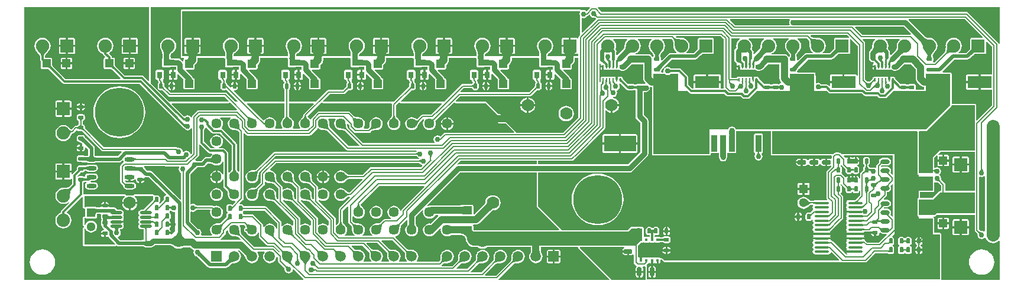
<source format=gtl>
G04 Layer_Physical_Order=1*
G04 Layer_Color=2232046*
%FSLAX25Y25*%
%MOIN*%
G70*
G01*
G75*
G04:AMPARAMS|DCode=10|XSize=30mil|YSize=22mil|CornerRadius=5.5mil|HoleSize=0mil|Usage=FLASHONLY|Rotation=180.000|XOffset=0mil|YOffset=0mil|HoleType=Round|Shape=RoundedRectangle|*
%AMROUNDEDRECTD10*
21,1,0.03000,0.01100,0,0,180.0*
21,1,0.01900,0.02200,0,0,180.0*
1,1,0.01100,-0.00950,0.00550*
1,1,0.01100,0.00950,0.00550*
1,1,0.01100,0.00950,-0.00550*
1,1,0.01100,-0.00950,-0.00550*
%
%ADD10ROUNDEDRECTD10*%
%ADD11O,0.05709X0.02362*%
%ADD12O,0.06693X0.01772*%
%ADD13R,0.06181X0.07441*%
G04:AMPARAMS|DCode=14|XSize=30mil|YSize=22mil|CornerRadius=5.5mil|HoleSize=0mil|Usage=FLASHONLY|Rotation=270.000|XOffset=0mil|YOffset=0mil|HoleType=Round|Shape=RoundedRectangle|*
%AMROUNDEDRECTD14*
21,1,0.03000,0.01100,0,0,270.0*
21,1,0.01900,0.02200,0,0,270.0*
1,1,0.01100,-0.00550,-0.00950*
1,1,0.01100,-0.00550,0.00950*
1,1,0.01100,0.00550,0.00950*
1,1,0.01100,0.00550,-0.00950*
%
%ADD14ROUNDEDRECTD14*%
G04:AMPARAMS|DCode=15|XSize=50mil|YSize=24mil|CornerRadius=6mil|HoleSize=0mil|Usage=FLASHONLY|Rotation=180.000|XOffset=0mil|YOffset=0mil|HoleType=Round|Shape=RoundedRectangle|*
%AMROUNDEDRECTD15*
21,1,0.05000,0.01200,0,0,180.0*
21,1,0.03800,0.02400,0,0,180.0*
1,1,0.01200,-0.01900,0.00600*
1,1,0.01200,0.01900,0.00600*
1,1,0.01200,0.01900,-0.00600*
1,1,0.01200,-0.01900,-0.00600*
%
%ADD15ROUNDEDRECTD15*%
%ADD16R,0.07480X0.03150*%
%ADD17R,0.01575X0.01772*%
G04:AMPARAMS|DCode=18|XSize=50mil|YSize=24mil|CornerRadius=6mil|HoleSize=0mil|Usage=FLASHONLY|Rotation=90.000|XOffset=0mil|YOffset=0mil|HoleType=Round|Shape=RoundedRectangle|*
%AMROUNDEDRECTD18*
21,1,0.05000,0.01200,0,0,90.0*
21,1,0.03800,0.02400,0,0,90.0*
1,1,0.01200,0.00600,0.01900*
1,1,0.01200,0.00600,-0.01900*
1,1,0.01200,-0.00600,-0.01900*
1,1,0.01200,-0.00600,0.01900*
%
%ADD18ROUNDEDRECTD18*%
%ADD19O,0.08661X0.01378*%
%ADD20O,0.05158X0.02559*%
%ADD21R,0.13583X0.07087*%
%ADD22R,0.04724X0.04724*%
%ADD23R,0.04724X0.04724*%
%ADD24R,0.03157X0.03827*%
%ADD25R,0.03386X0.09488*%
%ADD26R,0.35929X0.52638*%
%ADD27R,0.01102X0.01969*%
%ADD28R,0.01102X0.01968*%
%ADD29R,0.07874X0.03543*%
%ADD30R,0.17913X0.09055*%
%ADD31R,0.03937X0.03937*%
%ADD32C,0.02953*%
%ADD33C,0.01575*%
%ADD34C,0.01968*%
%ADD35C,0.03937*%
%ADD36C,0.07874*%
%ADD37C,0.01181*%
%ADD38C,0.01693*%
%ADD39C,0.02362*%
%ADD40C,0.00787*%
%ADD41C,0.03150*%
%ADD42C,0.07480*%
%ADD43C,0.00984*%
%ADD44R,0.00787X0.00787*%
%ADD45C,0.07000*%
%ADD46R,0.05905X0.05905*%
%ADD47C,0.05905*%
%ADD48C,0.05700*%
%ADD49C,0.07480*%
%ADD50R,0.07480X0.07480*%
%ADD51C,0.05118*%
%ADD52R,0.05118X0.05118*%
%ADD53R,0.07480X0.07480*%
%ADD54C,0.27559*%
%ADD55C,0.02953*%
%ADD56C,0.02756*%
G36*
X169505Y101795D02*
X169766Y101620D01*
X170073Y101559D01*
X208535D01*
X208848Y101059D01*
X208796Y100795D01*
X208796Y100795D01*
Y94474D01*
X208795Y94467D01*
X208772Y94367D01*
X208723Y94233D01*
X208643Y94068D01*
X208529Y93877D01*
X208381Y93662D01*
X208204Y93432D01*
X207723Y92892D01*
X207501Y92667D01*
X207406Y92594D01*
X206823Y91834D01*
X206456Y90949D01*
X206331Y90000D01*
X206456Y89051D01*
X206823Y88166D01*
X207406Y87406D01*
X208166Y86823D01*
X209050Y86456D01*
X210000Y86331D01*
X210949Y86456D01*
X211834Y86823D01*
X212594Y87406D01*
X213177Y88166D01*
X213544Y89051D01*
X213669Y90000D01*
X213544Y90949D01*
X213177Y91834D01*
X212594Y92594D01*
X212499Y92667D01*
X212277Y92892D01*
X211797Y93432D01*
X211619Y93662D01*
X211471Y93877D01*
X211358Y94068D01*
X211278Y94233D01*
X211228Y94367D01*
X211205Y94466D01*
X211204Y94474D01*
Y100296D01*
X212753Y101845D01*
X213356Y101795D01*
X213616Y101620D01*
X213924Y101559D01*
X236842Y101559D01*
X237033Y101097D01*
X234228Y98292D01*
X231171Y95235D01*
X226315D01*
X226315Y95235D01*
X225854Y95144D01*
X225463Y94883D01*
X225463Y94883D01*
X223270Y92689D01*
X223248Y92671D01*
X223182Y92631D01*
X223122Y92608D01*
X223056Y92596D01*
X222970Y92595D01*
X222855Y92612D01*
X222709Y92655D01*
X222532Y92730D01*
X222328Y92841D01*
X222076Y93005D01*
X222072Y93007D01*
X222068Y93010D01*
X222036Y93023D01*
X221834Y93177D01*
X220950Y93544D01*
X220000Y93669D01*
X219051Y93544D01*
X218166Y93177D01*
X217406Y92594D01*
X216823Y91834D01*
X216456Y90949D01*
X216331Y90000D01*
X216456Y89051D01*
X216823Y88166D01*
X217406Y87406D01*
X218166Y86823D01*
X219051Y86456D01*
X220000Y86331D01*
X220950Y86456D01*
X221834Y86823D01*
X222594Y87406D01*
X223177Y88166D01*
X223223Y88277D01*
X224253Y90049D01*
X224602Y90606D01*
X224623Y90637D01*
X226534Y92548D01*
X226717Y92518D01*
X226931Y91975D01*
X226823Y91834D01*
X226456Y90949D01*
X226331Y90000D01*
X226456Y89051D01*
X226823Y88166D01*
X227406Y87406D01*
X228166Y86823D01*
X229050Y86456D01*
X230000Y86331D01*
X230949Y86456D01*
X231834Y86823D01*
X232594Y87406D01*
X233177Y88166D01*
X233544Y89051D01*
X233669Y90000D01*
X233544Y90949D01*
X233360Y91392D01*
X243813Y101845D01*
X244416Y101795D01*
X244676Y101620D01*
X244984Y101559D01*
X261478D01*
X268089Y94949D01*
X268350Y94775D01*
X268657Y94714D01*
Y93812D01*
X268498Y93707D01*
X268324Y93446D01*
X268263Y93139D01*
Y92351D01*
X268324Y92044D01*
X268498Y91784D01*
X268657Y91678D01*
Y90777D01*
X268718Y90469D01*
X268892Y90209D01*
X269152Y90035D01*
X269460Y89974D01*
X273064D01*
X277744Y85294D01*
X277553Y84832D01*
X238746D01*
X238285Y84740D01*
X237894Y84479D01*
X237894Y84479D01*
X236201Y82786D01*
X235529Y83235D01*
X234646Y83411D01*
X233762Y83235D01*
X233014Y82735D01*
X232513Y81986D01*
X232338Y81102D01*
X232513Y80219D01*
X232955Y79559D01*
X232798Y79059D01*
X192644D01*
X184015Y87688D01*
X184010Y87694D01*
X183956Y87781D01*
X183897Y87910D01*
X183837Y88083D01*
X183782Y88299D01*
X183734Y88556D01*
X183697Y88844D01*
X183655Y89565D01*
X183654Y89636D01*
X184153Y89844D01*
X184763Y89235D01*
Y88332D01*
X184763Y88332D01*
X184854Y87872D01*
X185115Y87481D01*
X187479Y85117D01*
X187479Y85117D01*
X187869Y84856D01*
X188330Y84765D01*
X188330Y84765D01*
X195969D01*
X195969Y84765D01*
X196430Y84856D01*
X196820Y85117D01*
X197688Y85985D01*
X197694Y85990D01*
X197781Y86044D01*
X197910Y86103D01*
X198083Y86163D01*
X198299Y86219D01*
X198555Y86266D01*
X198844Y86303D01*
X199565Y86345D01*
X199881Y86347D01*
X200000Y86331D01*
X200950Y86456D01*
X201834Y86823D01*
X202594Y87406D01*
X203177Y88166D01*
X203544Y89051D01*
X203669Y90000D01*
X203544Y90949D01*
X203177Y91834D01*
X202594Y92594D01*
X201834Y93177D01*
X200950Y93544D01*
X200000Y93669D01*
X199050Y93544D01*
X198166Y93177D01*
X197406Y92594D01*
X196823Y91834D01*
X196456Y90949D01*
X196331Y90000D01*
X196347Y89881D01*
X196345Y89565D01*
X196303Y88844D01*
X196266Y88555D01*
X196219Y88299D01*
X196163Y88083D01*
X196103Y87910D01*
X196044Y87780D01*
X195990Y87694D01*
X195985Y87688D01*
X195470Y87173D01*
X193046D01*
X192799Y87673D01*
X193177Y88166D01*
X193544Y89051D01*
X193669Y90000D01*
X193544Y90949D01*
X193177Y91834D01*
X192594Y92594D01*
X191834Y93177D01*
X190949Y93544D01*
X190000Y93669D01*
X189881Y93653D01*
X189565Y93655D01*
X188844Y93697D01*
X188555Y93734D01*
X188299Y93782D01*
X188083Y93837D01*
X187910Y93897D01*
X187780Y93956D01*
X187694Y94010D01*
X187688Y94015D01*
X185246Y96457D01*
X184855Y96719D01*
X184394Y96810D01*
X184394Y96810D01*
X167678D01*
X167217Y96719D01*
X166826Y96457D01*
X166826Y96457D01*
X163543Y93174D01*
X163282Y92783D01*
X163240Y92574D01*
X162705Y92449D01*
X162594Y92594D01*
X162499Y92667D01*
X162277Y92892D01*
X161797Y93432D01*
X161619Y93662D01*
X161471Y93877D01*
X161358Y94068D01*
X161282Y94224D01*
X168902Y101845D01*
X169505Y101795D01*
D02*
G37*
G36*
X34908Y87600D02*
X34887Y87529D01*
X34888Y87446D01*
X34911Y87352D01*
X34957Y87246D01*
X35025Y87129D01*
X35115Y87001D01*
X35228Y86861D01*
X35520Y86547D01*
X34963Y85990D01*
X34800Y86147D01*
X34510Y86395D01*
X34381Y86485D01*
X34264Y86553D01*
X34158Y86599D01*
X34064Y86622D01*
X33981Y86624D01*
X33910Y86602D01*
X33849Y86559D01*
X34951Y87661D01*
X34908Y87600D01*
D02*
G37*
G36*
X122814Y89350D02*
X122813Y88603D01*
X122838Y88274D01*
X122881Y87973D01*
X122941Y87703D01*
X123018Y87462D01*
X123113Y87250D01*
X123225Y87068D01*
X123355Y86915D01*
X122758Y86398D01*
X122618Y86516D01*
X122444Y86625D01*
X122236Y86725D01*
X121993Y86814D01*
X121717Y86895D01*
X121407Y86966D01*
X120684Y87080D01*
X120272Y87122D01*
X119825Y87155D01*
X122841Y89768D01*
X122814Y89350D01*
D02*
G37*
G36*
X474061Y33337D02*
X474144Y33296D01*
X474235Y33259D01*
X474332Y33228D01*
X474436Y33201D01*
X474547Y33179D01*
X474789Y33149D01*
X474921Y33142D01*
X475059Y33140D01*
Y32352D01*
X474921Y32350D01*
X474664Y32330D01*
X474547Y32313D01*
X474332Y32265D01*
X474235Y32233D01*
X474144Y32196D01*
X474061Y32155D01*
X473985Y32108D01*
Y33384D01*
X474061Y33337D01*
D02*
G37*
G36*
X148166Y46823D02*
X149050Y46456D01*
X150000Y46331D01*
X150119Y46347D01*
X150435Y46345D01*
X151156Y46303D01*
X151445Y46266D01*
X151701Y46218D01*
X151917Y46163D01*
X152090Y46103D01*
X152219Y46044D01*
X152306Y45990D01*
X152312Y45985D01*
X163190Y35107D01*
Y32639D01*
X162690Y32470D01*
X162594Y32594D01*
X161834Y33177D01*
X160950Y33544D01*
X160000Y33669D01*
X159051Y33544D01*
X158166Y33177D01*
X157673Y32799D01*
X157173Y33046D01*
Y36258D01*
X157173Y36258D01*
X157081Y36719D01*
X156820Y37110D01*
X156820Y37110D01*
X147415Y46516D01*
X147449Y46742D01*
X147988Y46959D01*
X148166Y46823D01*
D02*
G37*
G36*
X102524Y87045D02*
X102449Y86948D01*
X102382Y86846D01*
X102325Y86737D01*
X102276Y86621D01*
X102236Y86500D01*
X102205Y86372D01*
X102183Y86238D01*
X102170Y86097D01*
X102165Y85950D01*
X100984D01*
X100980Y86097D01*
X100967Y86238D01*
X100944Y86372D01*
X100913Y86500D01*
X100873Y86621D01*
X100825Y86737D01*
X100767Y86846D01*
X100701Y86948D01*
X100626Y87045D01*
X100541Y87135D01*
X102608D01*
X102524Y87045D01*
D02*
G37*
G36*
X158166Y46823D02*
X159051Y46456D01*
X160000Y46331D01*
X160119Y46347D01*
X160435Y46345D01*
X161156Y46303D01*
X161445Y46266D01*
X161701Y46218D01*
X161917Y46163D01*
X162090Y46103D01*
X162220Y46044D01*
X162306Y45990D01*
X162312Y45985D01*
X173190Y35107D01*
Y32639D01*
X172690Y32470D01*
X172594Y32594D01*
X171834Y33177D01*
X170949Y33544D01*
X170000Y33669D01*
X169051Y33544D01*
X168166Y33177D01*
X167673Y32799D01*
X167173Y33046D01*
Y36258D01*
X167173Y36258D01*
X167081Y36719D01*
X166820Y37110D01*
X166820Y37110D01*
X157415Y46516D01*
X157449Y46742D01*
X157988Y46959D01*
X158166Y46823D01*
D02*
G37*
G36*
X113514Y32886D02*
X113391Y32741D01*
X113280Y32563D01*
X113182Y32353D01*
X113097Y32110D01*
X113024Y31836D01*
X112964Y31529D01*
X112917Y31190D01*
X112860Y30414D01*
X112850Y29978D01*
X110079Y32849D01*
X110508Y32844D01*
X111272Y32877D01*
X111608Y32916D01*
X111912Y32969D01*
X112185Y33037D01*
X112427Y33119D01*
X112638Y33216D01*
X112818Y33327D01*
X112967Y33453D01*
X113514Y32886D01*
D02*
G37*
G36*
X167503Y87331D02*
X168166Y86823D01*
X169051Y86456D01*
X170000Y86331D01*
X170119Y86347D01*
X170436Y86345D01*
X171157Y86303D01*
X171445Y86266D01*
X171701Y86219D01*
X171917Y86163D01*
X172090Y86103D01*
X172220Y86044D01*
X172306Y85990D01*
X172312Y85985D01*
X183032Y75265D01*
X183423Y75004D01*
X183884Y74912D01*
X222579D01*
X222820Y74437D01*
X222641Y74195D01*
X222595Y74173D01*
X222538Y74153D01*
X222487Y74140D01*
X222469Y74137D01*
X142933D01*
X142472Y74046D01*
X142081Y73785D01*
X132312Y64015D01*
X132306Y64010D01*
X132220Y63956D01*
X132090Y63897D01*
X131917Y63837D01*
X131701Y63781D01*
X131445Y63734D01*
X131157Y63697D01*
X130435Y63655D01*
X130119Y63653D01*
X130000Y63669D01*
X129051Y63544D01*
X128166Y63177D01*
X127406Y62594D01*
X126823Y61834D01*
X126456Y60949D01*
X126331Y60000D01*
X126456Y59051D01*
X126823Y58166D01*
X127406Y57406D01*
X128166Y56823D01*
X129051Y56456D01*
X130000Y56331D01*
X130949Y56456D01*
X131834Y56823D01*
X132594Y57406D01*
X133177Y58166D01*
X133544Y59051D01*
X133669Y60000D01*
X133653Y60119D01*
X133655Y60435D01*
X133697Y61156D01*
X133734Y61445D01*
X133782Y61701D01*
X133837Y61917D01*
X133897Y62090D01*
X133956Y62220D01*
X134010Y62306D01*
X134015Y62312D01*
X143432Y71729D01*
X222469D01*
X222487Y71726D01*
X222538Y71713D01*
X222595Y71693D01*
X222659Y71663D01*
X222730Y71623D01*
X222808Y71572D01*
X222892Y71507D01*
X222982Y71429D01*
X222996Y71416D01*
X223073Y71301D01*
X223821Y70801D01*
X223928Y70779D01*
X223958Y70749D01*
X224105Y70235D01*
X223981Y70102D01*
X143197D01*
X143197Y70102D01*
X142736Y70010D01*
X142345Y69749D01*
X135117Y62521D01*
X134856Y62131D01*
X134765Y61670D01*
X134765Y61670D01*
Y56468D01*
X132312Y54015D01*
X132306Y54010D01*
X132220Y53956D01*
X132090Y53897D01*
X131917Y53837D01*
X131701Y53781D01*
X131445Y53734D01*
X131157Y53697D01*
X130435Y53655D01*
X130119Y53653D01*
X130000Y53669D01*
X129051Y53544D01*
X128166Y53177D01*
X127406Y52594D01*
X126823Y51834D01*
X126456Y50950D01*
X126331Y50000D01*
X126456Y49051D01*
X126823Y48166D01*
X127406Y47406D01*
X128166Y46823D01*
X129051Y46456D01*
X130000Y46331D01*
X130949Y46456D01*
X131834Y46823D01*
X132594Y47406D01*
X133177Y48166D01*
X133544Y49051D01*
X133669Y50000D01*
X133653Y50119D01*
X133655Y50435D01*
X133697Y51157D01*
X133734Y51445D01*
X133782Y51701D01*
X133837Y51917D01*
X133897Y52090D01*
X133956Y52219D01*
X134010Y52306D01*
X134015Y52312D01*
X136820Y55117D01*
X136820Y55117D01*
X137082Y55508D01*
X137173Y55969D01*
X137173Y55969D01*
Y56954D01*
X137673Y57201D01*
X138166Y56823D01*
X139050Y56456D01*
X140000Y56331D01*
X140119Y56347D01*
X140435Y56345D01*
X141156Y56303D01*
X141445Y56266D01*
X141701Y56218D01*
X141917Y56163D01*
X142090Y56103D01*
X142219Y56044D01*
X142306Y55990D01*
X142312Y55985D01*
X144765Y53532D01*
Y47592D01*
X144303Y47400D01*
X144015Y47688D01*
X144010Y47694D01*
X143956Y47780D01*
X143897Y47910D01*
X143837Y48083D01*
X143781Y48299D01*
X143734Y48555D01*
X143697Y48844D01*
X143655Y49565D01*
X143653Y49881D01*
X143669Y50000D01*
X143544Y50950D01*
X143177Y51834D01*
X142594Y52594D01*
X141834Y53177D01*
X140949Y53544D01*
X140000Y53669D01*
X139050Y53544D01*
X138166Y53177D01*
X137406Y52594D01*
X136823Y51834D01*
X136456Y50950D01*
X136331Y50000D01*
X136456Y49051D01*
X136823Y48166D01*
X137406Y47406D01*
X138166Y46823D01*
X139050Y46456D01*
X140000Y46331D01*
X140119Y46347D01*
X140435Y46345D01*
X141156Y46303D01*
X141445Y46266D01*
X141701Y46218D01*
X141917Y46163D01*
X142090Y46103D01*
X142219Y46044D01*
X142306Y45990D01*
X142312Y45985D01*
X153190Y35107D01*
Y32639D01*
X152690Y32470D01*
X152594Y32594D01*
X151834Y33177D01*
X150950Y33544D01*
X150000Y33669D01*
X149050Y33544D01*
X148166Y33177D01*
X147406Y32594D01*
X146980Y32039D01*
X146480Y32209D01*
Y34252D01*
X146388Y34713D01*
X146127Y35103D01*
X138253Y42977D01*
X137862Y43238D01*
X137402Y43330D01*
X137401Y43330D01*
X125336D01*
X125282Y43598D01*
X124987Y44040D01*
X124544Y44336D01*
X124022Y44440D01*
X123228D01*
X123021Y44940D01*
X124883Y46802D01*
X125144Y47192D01*
X125235Y47653D01*
X125235Y47653D01*
Y84480D01*
X125697Y84672D01*
X126826Y83543D01*
X126826Y83543D01*
X127217Y83281D01*
X127678Y83190D01*
X162322D01*
X162322Y83190D01*
X162783Y83281D01*
X163174Y83543D01*
X166820Y87189D01*
X166820Y87189D01*
X166877Y87274D01*
X167107Y87331D01*
X167503Y87331D01*
D02*
G37*
G36*
X26783Y86676D02*
X26943Y86509D01*
X27111Y86360D01*
X27288Y86232D01*
X27475Y86123D01*
X27670Y86034D01*
X27875Y85965D01*
X28089Y85916D01*
X28311Y85886D01*
X28543Y85876D01*
Y85089D01*
X28345Y85078D01*
X28163Y85044D01*
X27997Y84987D01*
X27848Y84908D01*
X27715Y84807D01*
X27599Y84683D01*
X27499Y84537D01*
X27416Y84368D01*
X27349Y84176D01*
X27299Y83963D01*
X26633Y86864D01*
X26783Y86676D01*
D02*
G37*
G36*
X401990Y85632D02*
X402119Y83728D01*
X402153Y83653D01*
X402192Y83629D01*
X398832D01*
X398871Y83653D01*
X398905Y83728D01*
X398936Y83851D01*
X398962Y84025D01*
X399003Y84519D01*
X399033Y85632D01*
X399036Y86102D01*
X401988D01*
X401990Y85632D01*
D02*
G37*
G36*
X199971Y87150D02*
X199539Y87148D01*
X198769Y87103D01*
X198432Y87059D01*
X198126Y87003D01*
X197852Y86933D01*
X197610Y86849D01*
X197399Y86752D01*
X197220Y86641D01*
X197073Y86516D01*
X196517Y87073D01*
X196641Y87220D01*
X196752Y87399D01*
X196849Y87610D01*
X196933Y87852D01*
X197003Y88126D01*
X197060Y88432D01*
X197102Y88769D01*
X197148Y89539D01*
X197150Y89972D01*
X199971Y87150D01*
D02*
G37*
G36*
X33862Y89380D02*
X33874Y89244D01*
X33894Y89124D01*
X33921Y89020D01*
X33957Y88932D01*
X34000Y88860D01*
X34051Y88804D01*
X34110Y88764D01*
X34177Y88740D01*
X34252Y88732D01*
X32677D01*
X32752Y88740D01*
X32819Y88764D01*
X32878Y88804D01*
X32929Y88860D01*
X32972Y88932D01*
X33008Y89020D01*
X33035Y89124D01*
X33055Y89244D01*
X33067Y89380D01*
X33071Y89532D01*
X33858D01*
X33862Y89380D01*
D02*
G37*
G36*
X221917Y92151D02*
X222183Y92006D01*
X222438Y91898D01*
X222681Y91826D01*
X222913Y91791D01*
X223133Y91793D01*
X223341Y91832D01*
X223537Y91907D01*
X223721Y92019D01*
X223893Y92167D01*
X224059Y91219D01*
X224008Y91157D01*
X223933Y91051D01*
X223565Y90463D01*
X222476Y88589D01*
X221638Y92332D01*
X221917Y92151D01*
D02*
G37*
G36*
X137260Y89214D02*
X137232Y89289D01*
X137193Y89355D01*
X137143Y89414D01*
X137081Y89465D01*
X137008Y89508D01*
X136924Y89544D01*
X136829Y89571D01*
X136723Y89591D01*
X136605Y89602D01*
X136476Y89606D01*
Y90394D01*
X136605Y90398D01*
X136723Y90409D01*
X136829Y90429D01*
X136924Y90456D01*
X137008Y90492D01*
X137081Y90535D01*
X137143Y90586D01*
X137193Y90645D01*
X137232Y90711D01*
X137260Y90786D01*
X137260Y89214D01*
D02*
G37*
G36*
X127998Y93836D02*
X128140Y93747D01*
X128326Y93650D01*
X128830Y93427D01*
X129511Y93169D01*
X130864Y92716D01*
X127302Y90918D01*
X127414Y91278D01*
X127498Y91616D01*
X127554Y91933D01*
X127582Y92228D01*
X127581Y92501D01*
X127553Y92753D01*
X127496Y92984D01*
X127412Y93192D01*
X127299Y93379D01*
X127158Y93545D01*
X127900Y93916D01*
X127998Y93836D01*
D02*
G37*
G36*
X187220Y93359D02*
X187399Y93248D01*
X187610Y93151D01*
X187852Y93067D01*
X188126Y92997D01*
X188432Y92940D01*
X188769Y92897D01*
X189539Y92852D01*
X189971Y92850D01*
X187150Y90029D01*
X187148Y90461D01*
X187102Y91231D01*
X187059Y91568D01*
X187003Y91874D01*
X186933Y92148D01*
X186849Y92390D01*
X186752Y92601D01*
X186641Y92780D01*
X186516Y92927D01*
X187073Y93484D01*
X187220Y93359D01*
D02*
G37*
G36*
X91926Y89862D02*
X92034Y89774D01*
X92138Y89704D01*
X92238Y89651D01*
X92334Y89615D01*
X92425Y89598D01*
X92513Y89598D01*
X92596Y89615D01*
X92675Y89650D01*
X92750Y89703D01*
X92460Y87773D01*
X91187Y88923D01*
X91813Y89967D01*
X91926Y89862D01*
D02*
G37*
G36*
X172852Y89539D02*
X172898Y88769D01*
X172941Y88432D01*
X172997Y88126D01*
X173067Y87852D01*
X173151Y87610D01*
X173248Y87399D01*
X173359Y87221D01*
X173484Y87073D01*
X172927Y86517D01*
X172780Y86641D01*
X172601Y86752D01*
X172390Y86849D01*
X172148Y86933D01*
X171874Y87003D01*
X171569Y87060D01*
X171231Y87103D01*
X170461Y87148D01*
X170029Y87150D01*
X172850Y89972D01*
X172852Y89539D01*
D02*
G37*
G36*
X182852Y89539D02*
X182897Y88769D01*
X182940Y88432D01*
X182997Y88126D01*
X183067Y87852D01*
X183151Y87610D01*
X183248Y87399D01*
X183359Y87220D01*
X183484Y87073D01*
X182927Y86517D01*
X182780Y86641D01*
X182601Y86752D01*
X182390Y86849D01*
X182148Y86933D01*
X181874Y87003D01*
X181569Y87060D01*
X181231Y87103D01*
X180461Y87148D01*
X180029Y87150D01*
X182850Y89972D01*
X182852Y89539D01*
D02*
G37*
G36*
X32036Y86865D02*
X32028Y86938D01*
X32002Y87004D01*
X31959Y87062D01*
X31899Y87113D01*
X31822Y87155D01*
X31727Y87190D01*
X31616Y87217D01*
X31487Y87236D01*
X31341Y87248D01*
X31179Y87252D01*
Y88039D01*
X31341Y88043D01*
X31487Y88055D01*
X31616Y88074D01*
X31727Y88101D01*
X31822Y88136D01*
X31899Y88179D01*
X31959Y88229D01*
X32002Y88287D01*
X32028Y88353D01*
X32036Y88426D01*
Y86865D01*
D02*
G37*
G36*
X164749Y101097D02*
X159149Y95497D01*
X158888Y95107D01*
X158796Y94646D01*
X158796Y94646D01*
Y94474D01*
X158795Y94467D01*
X158772Y94367D01*
X158723Y94233D01*
X158643Y94068D01*
X158529Y93877D01*
X158381Y93662D01*
X158204Y93432D01*
X157723Y92892D01*
X157501Y92667D01*
X157406Y92594D01*
X156823Y91834D01*
X156456Y90949D01*
X156331Y90000D01*
X156456Y89051D01*
X156823Y88166D01*
X157201Y87673D01*
X156954Y87173D01*
X153046D01*
X152799Y87673D01*
X153177Y88166D01*
X153544Y89051D01*
X153669Y90000D01*
X153544Y90949D01*
X153177Y91834D01*
X152594Y92594D01*
X152187Y92907D01*
X152136Y92963D01*
X151828Y93193D01*
X151569Y93405D01*
X151348Y93607D01*
X151165Y93797D01*
X151020Y93973D01*
X150910Y94131D01*
X150835Y94270D01*
X150788Y94386D01*
X150765Y94481D01*
X150764Y94499D01*
Y101559D01*
X164557D01*
X164749Y101097D01*
D02*
G37*
G36*
X148355Y94387D02*
X148334Y94293D01*
X148284Y94146D01*
X148205Y93958D01*
X148103Y93756D01*
X147326Y92533D01*
X147066Y92176D01*
X147037Y92114D01*
X146823Y91834D01*
X146456Y90949D01*
X146331Y90000D01*
X146456Y89051D01*
X146823Y88166D01*
X147201Y87673D01*
X146954Y87173D01*
X143046D01*
X142799Y87673D01*
X143177Y88166D01*
X143544Y89051D01*
X143669Y90000D01*
X143544Y90949D01*
X143177Y91834D01*
X142594Y92594D01*
X141834Y93177D01*
X140949Y93544D01*
X140000Y93669D01*
X139050Y93544D01*
X138166Y93177D01*
X137406Y92594D01*
X136922Y91964D01*
X136345Y91835D01*
X132444Y95736D01*
X132444Y95736D01*
X127082Y101097D01*
X127273Y101559D01*
X148355D01*
Y94387D01*
D02*
G37*
G36*
X34955Y82292D02*
X35012Y82161D01*
X35095Y82016D01*
X35201Y81854D01*
X35333Y81676D01*
X35668Y81272D01*
X36102Y80805D01*
X36355Y80547D01*
X34963Y79155D01*
X34733Y79373D01*
X34495Y79574D01*
X34249Y79759D01*
X33996Y79927D01*
X33734Y80078D01*
X33464Y80213D01*
X33186Y80332D01*
X32900Y80434D01*
X32606Y80520D01*
X32305Y80589D01*
X34921Y82406D01*
X34955Y82292D01*
D02*
G37*
G36*
X105207Y73613D02*
X105663Y73308D01*
X106201Y73201D01*
X107376D01*
X107545Y72701D01*
X107406Y72594D01*
X106823Y71834D01*
X106789Y71754D01*
X106735Y71670D01*
X106632Y71540D01*
X106525Y71430D01*
X106411Y71338D01*
X106289Y71261D01*
X106156Y71197D01*
X106009Y71146D01*
X105844Y71107D01*
X105734Y71092D01*
X104269D01*
X103577Y70955D01*
X102991Y70563D01*
X101319Y68891D01*
X98777D01*
X98521Y69062D01*
X98192Y69127D01*
X98027Y69670D01*
X99769Y71411D01*
X99769Y71411D01*
X100030Y71802D01*
X100122Y72263D01*
X100122Y72263D01*
Y78027D01*
X100452Y78179D01*
X100622Y78199D01*
X105207Y73613D01*
D02*
G37*
G36*
X34734Y71223D02*
X34870Y71168D01*
X35032Y71120D01*
X35221Y71078D01*
X35435Y71042D01*
X35941Y70990D01*
X36025Y70987D01*
X37490Y71040D01*
X37206Y68880D01*
X37158Y68902D01*
X37074Y68921D01*
X36954Y68937D01*
X36604Y68964D01*
X35466Y68991D01*
X35091Y68993D01*
X35101Y69078D01*
X34631Y69107D01*
X34599Y69138D01*
X34624Y69172D01*
Y71285D01*
X34734Y71223D01*
D02*
G37*
G36*
X63469Y70608D02*
X63500Y70543D01*
X63551Y70485D01*
X63623Y70434D01*
X63716Y70392D01*
X63829Y70357D01*
X63963Y70330D01*
X64117Y70311D01*
X64293Y70299D01*
X64488Y70295D01*
Y69508D01*
X64293Y69504D01*
X63963Y69473D01*
X63829Y69446D01*
X63716Y69411D01*
X63623Y69369D01*
X63551Y69318D01*
X63500Y69261D01*
X63469Y69195D01*
X63458Y69121D01*
Y70682D01*
X63469Y70608D01*
D02*
G37*
G36*
X474061Y35837D02*
X474144Y35796D01*
X474235Y35759D01*
X474332Y35728D01*
X474436Y35701D01*
X474547Y35679D01*
X474789Y35649D01*
X474921Y35642D01*
X475059Y35640D01*
Y34852D01*
X474921Y34850D01*
X474664Y34830D01*
X474547Y34813D01*
X474332Y34765D01*
X474235Y34733D01*
X474144Y34696D01*
X474061Y34655D01*
X473985Y34608D01*
Y35884D01*
X474061Y35837D01*
D02*
G37*
G36*
X483257Y35897D02*
X483100Y35735D01*
X482861Y35452D01*
X482816Y35387D01*
X482916Y35360D01*
X483025Y35337D01*
X483140Y35318D01*
X483386Y35298D01*
X483517Y35295D01*
X483535Y35087D01*
Y35295D01*
X483728Y35299D01*
X484052Y35330D01*
X484183Y35357D01*
X484294Y35392D01*
X484385Y35434D01*
X484456Y35485D01*
X484507Y35543D01*
X484537Y35608D01*
X484548Y35682D01*
Y34122D01*
X484537Y34195D01*
X484507Y34261D01*
X484456Y34319D01*
X484385Y34369D01*
X484294Y34411D01*
X484183Y34446D01*
X484052Y34473D01*
X483900Y34492D01*
X483728Y34504D01*
X483562Y34507D01*
X483417Y34504D01*
X483269Y34492D01*
X483140Y34473D01*
X483031Y34445D01*
X482941Y34409D01*
X482871Y34366D01*
X482820Y34315D01*
X482789Y34256D01*
X482778Y34189D01*
X482786Y34114D01*
X482591Y34972D01*
X481284Y35583D01*
X481362Y35557D01*
X481448Y35550D01*
X481540Y35561D01*
X481641Y35590D01*
X481748Y35638D01*
X481863Y35704D01*
X481986Y35789D01*
X482116Y35891D01*
X482253Y36012D01*
X482398Y36151D01*
X483257Y35897D01*
D02*
G37*
G36*
X117087Y35915D02*
X117046Y35977D01*
X116991Y36015D01*
X116923Y36029D01*
X116842Y36018D01*
X116747Y35983D01*
X116639Y35924D01*
X116517Y35840D01*
X116382Y35732D01*
X116234Y35600D01*
X116072Y35444D01*
X115817Y36303D01*
X115956Y36448D01*
X116180Y36715D01*
X116264Y36838D01*
X116330Y36952D01*
X116378Y37060D01*
X116408Y37160D01*
X116419Y37253D01*
X116411Y37339D01*
X116386Y37417D01*
X117087Y35915D01*
D02*
G37*
G36*
X81749Y36309D02*
X81708Y36371D01*
X81653Y36409D01*
X81585Y36422D01*
X81503Y36412D01*
X81408Y36377D01*
X81300Y36318D01*
X81178Y36234D01*
X81043Y36126D01*
X80895Y35994D01*
X80733Y35838D01*
X80479Y36697D01*
X80618Y36842D01*
X80841Y37109D01*
X80926Y37231D01*
X80992Y37346D01*
X81040Y37454D01*
X81069Y37554D01*
X81080Y37647D01*
X81073Y37732D01*
X81047Y37810D01*
X81749Y36309D01*
D02*
G37*
G36*
X72938Y37811D02*
X72974Y37746D01*
X73033Y37688D01*
X73116Y37638D01*
X73223Y37596D01*
X73354Y37562D01*
X73508Y37535D01*
X73686Y37515D01*
X74114Y37500D01*
Y36713D01*
X73888Y36709D01*
X73508Y36678D01*
X73354Y36651D01*
X73223Y36617D01*
X73116Y36575D01*
X73033Y36525D01*
X72974Y36467D01*
X72938Y36402D01*
X72926Y36329D01*
Y37884D01*
X72938Y37811D01*
D02*
G37*
G36*
X108529Y67559D02*
X108282Y67700D01*
X107784Y67938D01*
X107533Y68034D01*
X107281Y68116D01*
X107027Y68183D01*
X106772Y68235D01*
X106517Y68272D01*
X106260Y68294D01*
X106001Y68302D01*
X105453Y70270D01*
X105728Y70282D01*
X105989Y70316D01*
X106234Y70374D01*
X106464Y70455D01*
X106679Y70558D01*
X106879Y70685D01*
X107065Y70834D01*
X107235Y71007D01*
X107390Y71203D01*
X107530Y71421D01*
X108529Y67559D01*
D02*
G37*
G36*
X41537Y71011D02*
X41658Y70985D01*
X41811Y70962D01*
X42209Y70924D01*
X43039Y70892D01*
X43748Y70886D01*
Y68917D01*
X43378Y68916D01*
X41658Y68818D01*
X41537Y68792D01*
X41447Y68762D01*
Y71040D01*
X41537Y71011D01*
D02*
G37*
G36*
X225324Y67864D02*
X225198Y67986D01*
X225073Y68094D01*
X224947Y68190D01*
X224822Y68274D01*
X224696Y68344D01*
X224571Y68402D01*
X224446Y68446D01*
X224320Y68478D01*
X224195Y68498D01*
X224069Y68504D01*
Y69291D01*
X224195Y69298D01*
X224320Y69317D01*
X224446Y69349D01*
X224571Y69394D01*
X224696Y69451D01*
X224822Y69522D01*
X224947Y69605D01*
X225073Y69701D01*
X225198Y69810D01*
X225324Y69931D01*
Y67864D01*
D02*
G37*
G36*
X537477Y73939D02*
Y52046D01*
X537402Y51984D01*
X520889D01*
Y55512D01*
X520889Y55512D01*
X520798Y55973D01*
X520537Y56363D01*
X520537Y56363D01*
X518574Y58326D01*
X518564Y58340D01*
X518537Y58385D01*
X518511Y58440D01*
X518486Y58506D01*
X518464Y58585D01*
X518446Y58676D01*
X518432Y58782D01*
X518423Y58901D01*
X518423Y58919D01*
X518450Y59055D01*
X518274Y59938D01*
X517774Y60687D01*
X517645Y60774D01*
Y61274D01*
X517774Y61360D01*
X518274Y62109D01*
X518450Y62992D01*
X518274Y63875D01*
X517774Y64624D01*
X517025Y65125D01*
X516142Y65300D01*
X515258Y65125D01*
X515200Y65086D01*
X514907Y65173D01*
X514700Y65308D01*
X514700Y70652D01*
X516151Y72102D01*
X516555Y71853D01*
X516577Y71821D01*
X516520Y71535D01*
Y69764D01*
X519094D01*
Y72338D01*
X517323D01*
X517037Y72281D01*
X517005Y72303D01*
X516756Y72707D01*
X518049Y74000D01*
X537402D01*
X537477Y73939D01*
D02*
G37*
G36*
X87384Y75778D02*
X87484Y75699D01*
X87586Y75631D01*
X87690Y75574D01*
X87797Y75529D01*
X87905Y75495D01*
X88016Y75473D01*
X88129Y75463D01*
X88244Y75463D01*
X88362Y75476D01*
X87123Y74237D01*
X87135Y74354D01*
X87136Y74469D01*
X87125Y74582D01*
X87103Y74693D01*
X87069Y74802D01*
X87024Y74908D01*
X86968Y75012D01*
X86900Y75115D01*
X86820Y75214D01*
X86730Y75312D01*
X87286Y75869D01*
X87384Y75778D01*
D02*
G37*
G36*
X479871Y33715D02*
X479862Y33789D01*
X479837Y33855D01*
X479794Y33913D01*
X479734Y33963D01*
X479657Y34006D01*
X479562Y34040D01*
X479451Y34067D01*
X479322Y34087D01*
X479176Y34099D01*
X479013Y34102D01*
Y34890D01*
X479176Y34894D01*
X479322Y34905D01*
X479451Y34925D01*
X479562Y34952D01*
X479657Y34986D01*
X479734Y35029D01*
X479794Y35079D01*
X479837Y35137D01*
X479862Y35203D01*
X479871Y35277D01*
Y33715D01*
D02*
G37*
G36*
X75025Y34738D02*
X75245Y34554D01*
X75303Y34519D01*
X75352Y34496D01*
X75393Y34486D01*
X75425Y34489D01*
X75450Y34505D01*
X75467Y34534D01*
X75047Y33364D01*
X75053Y33403D01*
X75045Y33452D01*
X75023Y33510D01*
X74986Y33576D01*
X74936Y33652D01*
X74873Y33737D01*
X74703Y33935D01*
X74479Y34169D01*
X74936Y34826D01*
X75025Y34738D01*
D02*
G37*
G36*
X177201Y92327D02*
X176823Y91834D01*
X176456Y90949D01*
X176331Y90000D01*
X176456Y89051D01*
X176823Y88166D01*
X177406Y87406D01*
X178166Y86823D01*
X179051Y86456D01*
X180000Y86331D01*
X180119Y86347D01*
X180436Y86345D01*
X181157Y86303D01*
X181445Y86266D01*
X181702Y86219D01*
X181917Y86163D01*
X182090Y86103D01*
X182220Y86044D01*
X182306Y85990D01*
X182312Y85985D01*
X190514Y77783D01*
X190323Y77321D01*
X184382D01*
X174015Y87688D01*
X174010Y87694D01*
X173956Y87781D01*
X173897Y87910D01*
X173837Y88083D01*
X173782Y88299D01*
X173734Y88556D01*
X173697Y88844D01*
X173655Y89565D01*
X173653Y89881D01*
X173669Y90000D01*
X173544Y90949D01*
X173177Y91834D01*
X172799Y92327D01*
X173046Y92827D01*
X176954D01*
X177201Y92327D01*
D02*
G37*
G36*
X456311Y33214D02*
X456144Y33049D01*
X455485Y32464D01*
X455464Y32463D01*
X455461Y32482D01*
X454853Y33418D01*
X454902Y33362D01*
X454960Y33328D01*
X455030Y33316D01*
X455110Y33324D01*
X455200Y33355D01*
X455302Y33406D01*
X455413Y33480D01*
X455535Y33575D01*
X455668Y33691D01*
X455811Y33829D01*
X456311Y33214D01*
D02*
G37*
G36*
X72938Y35252D02*
X72974Y35186D01*
X73033Y35129D01*
X73116Y35079D01*
X73223Y35037D01*
X73354Y35002D01*
X73508Y34975D01*
X73686Y34956D01*
X74114Y34941D01*
Y34154D01*
X73888Y34150D01*
X73508Y34119D01*
X73354Y34092D01*
X73223Y34058D01*
X73116Y34015D01*
X73033Y33965D01*
X72974Y33908D01*
X72938Y33843D01*
X72926Y33770D01*
Y35325D01*
X72938Y35252D01*
D02*
G37*
G36*
X40463Y72666D02*
X40492Y72322D01*
X40541Y72019D01*
X40610Y71757D01*
X40698Y71535D01*
X40806Y71353D01*
X40934Y71212D01*
X41082Y71111D01*
X41249Y71050D01*
X41435Y71030D01*
X37502D01*
X37688Y71050D01*
X37855Y71111D01*
X38003Y71212D01*
X38131Y71353D01*
X38239Y71535D01*
X38327Y71757D01*
X38396Y72019D01*
X38445Y72322D01*
X38474Y72666D01*
X38484Y73049D01*
X40453D01*
X40463Y72666D01*
D02*
G37*
G36*
X355315Y110705D02*
X355496Y110276D01*
Y72835D01*
X355557Y72527D01*
X355732Y72267D01*
X355992Y72093D01*
X356299Y72032D01*
X387795D01*
X388103Y72093D01*
X388363Y72267D01*
X388537Y72527D01*
X388598Y72835D01*
Y72942D01*
X389098Y73351D01*
X392205D01*
X392512Y73412D01*
X392632Y73492D01*
X393082Y73330D01*
X393144Y73279D01*
X393204Y72229D01*
Y71023D01*
X393379Y70140D01*
X393880Y69391D01*
X394629Y68891D01*
X395512Y68715D01*
X396395Y68891D01*
X397144Y69391D01*
X397644Y70140D01*
X397820Y71023D01*
Y72885D01*
X397823Y73069D01*
X397839Y73305D01*
X397990Y73408D01*
X398355Y73516D01*
X398512Y73412D01*
X398819Y73351D01*
X402205D01*
X402512Y73412D01*
X402773Y73586D01*
X402947Y73846D01*
X403008Y74154D01*
Y83642D01*
X402947Y83949D01*
X402904Y84013D01*
X402820Y85260D01*
Y85811D01*
X422426D01*
Y72835D01*
X422487Y72527D01*
X422661Y72267D01*
X422921Y72093D01*
X423228Y72032D01*
X429134Y72032D01*
X456381Y72032D01*
X456381Y72032D01*
X456695Y71733D01*
X456769Y71609D01*
X456783Y71532D01*
X456768Y71457D01*
Y71456D01*
X456768Y71456D01*
X456768Y71456D01*
Y70367D01*
X456268Y70099D01*
X456181Y70157D01*
X455640Y70265D01*
X454331D01*
Y68250D01*
Y66236D01*
X455640D01*
X455897Y66287D01*
X456413Y65979D01*
X456448Y65926D01*
X456478Y65723D01*
X454104Y63349D01*
X453842Y62958D01*
X453751Y62497D01*
X453751Y62497D01*
Y48195D01*
X453751Y48195D01*
X453842Y47734D01*
X454104Y47343D01*
X454233Y47213D01*
X454042Y46751D01*
X447539D01*
X447169Y46678D01*
X447159Y46678D01*
X447144Y46673D01*
X446963Y46637D01*
X446873Y46576D01*
X446864Y46573D01*
X446828Y46552D01*
X446815Y46546D01*
X446788Y46535D01*
X446746Y46523D01*
X446690Y46510D01*
X446638Y46501D01*
X446395Y46480D01*
X444947D01*
X444864Y46499D01*
X444748Y46539D01*
X444606Y46606D01*
X444441Y46701D01*
X444255Y46826D01*
X444058Y46976D01*
X443589Y47389D01*
X443393Y47583D01*
X443332Y47662D01*
X442633Y48199D01*
X441819Y48536D01*
X440945Y48651D01*
X440071Y48536D01*
X439257Y48199D01*
X438558Y47662D01*
X438022Y46963D01*
X437685Y46149D01*
X437570Y45276D01*
X437685Y44402D01*
X438022Y43588D01*
X438558Y42889D01*
X439257Y42353D01*
X440071Y42015D01*
X440945Y41900D01*
X441819Y42015D01*
X442633Y42353D01*
X443332Y42889D01*
X443393Y42968D01*
X443589Y43163D01*
X444058Y43576D01*
X444255Y43726D01*
X444441Y43851D01*
X444606Y43946D01*
X444748Y44012D01*
X444864Y44053D01*
X444947Y44071D01*
X446048D01*
X446315Y43571D01*
X446149Y43322D01*
X446034Y42746D01*
X446149Y42170D01*
X446348Y41872D01*
X446342Y41730D01*
X446239Y41334D01*
X446195Y41269D01*
X445938Y41098D01*
X445938Y41098D01*
X444583Y39743D01*
X444542Y39706D01*
X444495Y39715D01*
X443395D01*
X442873Y39611D01*
X442431Y39316D01*
X442135Y38873D01*
X442031Y38351D01*
Y36451D01*
X442135Y35930D01*
X442431Y35487D01*
X442873Y35192D01*
X443395Y35088D01*
X444495D01*
X445017Y35192D01*
X445459Y35487D01*
X445620Y35728D01*
X446091Y35533D01*
X446034Y35246D01*
X446149Y34670D01*
X446475Y34182D01*
Y33810D01*
X446149Y33322D01*
X446034Y32746D01*
X446149Y32170D01*
X446475Y31682D01*
Y31310D01*
X446149Y30822D01*
X446034Y30246D01*
X446149Y29670D01*
X446475Y29182D01*
Y28810D01*
X446158Y28337D01*
X451181D01*
X456204D01*
X455900Y28792D01*
X455981Y29007D01*
X456104Y29267D01*
X456294Y29395D01*
X461434Y34534D01*
X461434Y34534D01*
X461434Y34534D01*
X462958Y36059D01*
X462958Y36059D01*
X462958Y36059D01*
X462958Y36059D01*
X463080Y36242D01*
X463219Y36449D01*
X463219Y36449D01*
X463219Y36450D01*
X463265Y36681D01*
X463310Y36910D01*
Y45581D01*
X463375Y45906D01*
X463375Y45906D01*
Y48656D01*
X463283Y49117D01*
X463023Y49507D01*
X463023Y49507D01*
X462024Y50506D01*
X462076Y51123D01*
X462097Y51137D01*
X462393Y51579D01*
X462496Y52101D01*
Y54001D01*
X462393Y54523D01*
X462097Y54965D01*
X461913Y55089D01*
X461912Y55619D01*
X461950Y55644D01*
X462084Y55630D01*
X462561Y55454D01*
X462731Y55200D01*
X464522Y53409D01*
X464571Y53353D01*
X464644Y53261D01*
X464669Y53224D01*
Y52101D01*
X464773Y51579D01*
X465068Y51137D01*
X465511Y50841D01*
X466033Y50738D01*
X467133D01*
X467655Y50841D01*
X468097Y51137D01*
X468203Y51296D01*
X468805D01*
X468911Y51137D01*
X469353Y50841D01*
X469875Y50738D01*
X470975D01*
X471497Y50841D01*
X471940Y51137D01*
X472235Y51579D01*
X472311Y51963D01*
X472812Y51914D01*
Y49682D01*
X470072Y46942D01*
X470039Y46914D01*
X469966Y46859D01*
X469900Y46815D01*
X469841Y46782D01*
X469791Y46759D01*
X469769Y46751D01*
X466437D01*
X465861Y46637D01*
X465373Y46310D01*
X465046Y45822D01*
X464932Y45246D01*
X465046Y44670D01*
X465373Y44182D01*
Y43810D01*
X465046Y43322D01*
X464932Y42746D01*
X465046Y42170D01*
X465373Y41682D01*
Y41310D01*
X465056Y40837D01*
X470079D01*
Y39656D01*
X465056D01*
X465373Y39182D01*
Y38810D01*
X465046Y38322D01*
X464932Y37746D01*
X465046Y37170D01*
X465373Y36682D01*
Y36310D01*
X465046Y35822D01*
X464932Y35246D01*
X465046Y34670D01*
X465373Y34182D01*
Y33810D01*
X465046Y33322D01*
X464932Y32746D01*
X465046Y32170D01*
X465373Y31682D01*
Y31310D01*
X465046Y30822D01*
X464932Y30246D01*
X465046Y29670D01*
X465373Y29182D01*
Y28810D01*
X465056Y28337D01*
X470079D01*
X475102D01*
X474964Y28542D01*
X475232Y29042D01*
X477884D01*
X477884Y29042D01*
X478345Y29133D01*
X478516Y29248D01*
X478782Y29134D01*
X478837Y29087D01*
X481299D01*
Y28496D01*
X481890D01*
Y26582D01*
X482249D01*
X482771Y26686D01*
X483214Y26982D01*
X483509Y27424D01*
X483613Y27946D01*
Y28153D01*
X483828Y28282D01*
X484113Y28364D01*
X484725Y27955D01*
X485532Y27794D01*
X487589D01*
X487796Y27294D01*
X483359Y22858D01*
X476877D01*
X475842Y23893D01*
X475451Y24154D01*
X475377Y24168D01*
X475119Y24656D01*
X470079D01*
X465056D01*
X465373Y24182D01*
Y23810D01*
X465046Y23322D01*
X464932Y22746D01*
X465046Y22170D01*
X465373Y21682D01*
Y21310D01*
X465046Y20822D01*
X464932Y20246D01*
X465046Y19670D01*
X465373Y19182D01*
Y18810D01*
X465056Y18337D01*
X470079D01*
Y17155D01*
X465056D01*
X465373Y16682D01*
X465692Y16468D01*
X465541Y15968D01*
X465066D01*
X457436Y23598D01*
X457046Y23859D01*
X456585Y23950D01*
X456585Y23950D01*
X456334D01*
X456067Y24450D01*
X456204Y24656D01*
X451181D01*
X446158D01*
X446475Y24182D01*
X446369Y23651D01*
X446149Y23322D01*
X446034Y22746D01*
X446149Y22170D01*
X446475Y21682D01*
Y21310D01*
X446149Y20822D01*
X446034Y20246D01*
X446149Y19670D01*
X446475Y19182D01*
Y18810D01*
X446149Y18322D01*
X446034Y17746D01*
X446149Y17170D01*
X446475Y16682D01*
X446963Y16355D01*
X447539Y16241D01*
X454823D01*
X455399Y16355D01*
X455887Y16682D01*
X456214Y17170D01*
X456755Y17329D01*
X461009Y13076D01*
X460817Y12614D01*
X362537D01*
X361281Y13870D01*
X361021Y14044D01*
X360714Y14105D01*
X360697Y14102D01*
X360191Y14087D01*
X360016Y14347D01*
X359756Y14521D01*
X359449Y14582D01*
X357874D01*
X357567Y14521D01*
X357306Y14347D01*
X356867D01*
X356607Y14521D01*
X356299Y14582D01*
X354724D01*
X354417Y14521D01*
X354157Y14347D01*
X353717D01*
X353457Y14521D01*
X353150Y14582D01*
X351575D01*
X351268Y14521D01*
X351007Y14347D01*
X350568D01*
X350307Y14521D01*
X350000Y14582D01*
X349803D01*
Y12894D01*
X348622D01*
Y14582D01*
X348425D01*
X348161Y14530D01*
X348092Y14538D01*
X347661Y14817D01*
Y21253D01*
X349058Y22650D01*
X349188Y22772D01*
X349247Y22819D01*
X350000D01*
X350307Y22880D01*
X350568Y23054D01*
X351007D01*
X351268Y22880D01*
X351575Y22819D01*
X353150D01*
X353457Y22880D01*
X353717Y23054D01*
X354157D01*
X354417Y22880D01*
X354724Y22819D01*
X356299D01*
X356607Y22880D01*
X356867Y23054D01*
X357306D01*
X357567Y22880D01*
X357874Y22819D01*
X359449D01*
X359756Y22880D01*
X360016Y23054D01*
X360034Y23080D01*
X360315Y23103D01*
X361274D01*
X361338Y23100D01*
X361459Y23087D01*
X361565Y23068D01*
X361644Y23048D01*
X361697Y23030D01*
X361712Y23022D01*
X361719Y23014D01*
X361719Y23013D01*
X361767Y22943D01*
X361960Y22814D01*
X361960Y22813D01*
X361960Y22813D01*
X362209Y22647D01*
X362731Y22543D01*
X364631D01*
X365153Y22647D01*
X365595Y22943D01*
X365891Y23385D01*
X365995Y23907D01*
Y25007D01*
X365891Y25529D01*
X365595Y25971D01*
X365153Y26267D01*
X364631Y26370D01*
X362731D01*
X362404Y26305D01*
X362390Y26306D01*
X362373Y26299D01*
X362209Y26267D01*
X362110Y26200D01*
X362097Y26195D01*
X361993Y26130D01*
X361907Y26084D01*
X361817Y26043D01*
X361721Y26007D01*
X361621Y25976D01*
X361514Y25950D01*
X361411Y25931D01*
X361227Y25913D01*
X360270D01*
X360090Y25924D01*
X360037Y25930D01*
X360016Y25961D01*
X359756Y26135D01*
X359449Y26197D01*
X357874D01*
X357567Y26135D01*
X357430Y26044D01*
X357023Y26176D01*
X356917Y26257D01*
Y26841D01*
X357131Y27017D01*
X358231D01*
X358753Y27121D01*
X359195Y27417D01*
X359491Y27859D01*
X359595Y28381D01*
Y30281D01*
X359491Y30803D01*
X359195Y31245D01*
X358753Y31541D01*
X358231Y31644D01*
X357131D01*
X356609Y31541D01*
X356167Y31245D01*
X356088Y31128D01*
X355533Y31116D01*
X355447Y31245D01*
X355005Y31541D01*
X354483Y31644D01*
X353383D01*
X352861Y31541D01*
X352419Y31245D01*
X352123Y30803D01*
X352019Y30281D01*
Y28381D01*
X352123Y27859D01*
X352419Y27417D01*
X352861Y27121D01*
X353383Y27017D01*
X354107D01*
Y26257D01*
X353964Y26148D01*
X353752Y26057D01*
X353602Y26039D01*
X353457Y26135D01*
X353150Y26197D01*
X351575D01*
X351303Y26142D01*
X351253Y26145D01*
X350803Y26426D01*
Y30881D01*
X350742Y31188D01*
X350568Y31449D01*
X350307Y31623D01*
X350000Y31684D01*
X343873D01*
X343566Y31623D01*
X343305Y31449D01*
X343305Y31449D01*
X341679Y29822D01*
X304824D01*
X291339Y43307D01*
X291338Y62357D01*
X342717D01*
X343600Y62533D01*
X344349Y63033D01*
X352715Y71399D01*
X353215Y72148D01*
X353391Y73032D01*
Y91437D01*
X353215Y92321D01*
X352715Y93069D01*
X350733Y95051D01*
Y107928D01*
X352067D01*
X352950Y108104D01*
X353699Y108604D01*
X354199Y109353D01*
X354375Y110236D01*
X354343Y110399D01*
X354365Y110435D01*
X354778Y110775D01*
X355315Y110705D01*
D02*
G37*
G36*
X397153Y74137D02*
X397119Y74048D01*
X397088Y73901D01*
X397061Y73694D01*
X397021Y73103D01*
X396988Y71214D01*
X394036D01*
X394034Y71775D01*
X393905Y74048D01*
X393871Y74137D01*
X393832Y74167D01*
X397192D01*
X397153Y74137D01*
D02*
G37*
G36*
X223650Y71900D02*
X223525Y72021D01*
X223399Y72130D01*
X223274Y72226D01*
X223149Y72309D01*
X223023Y72379D01*
X222898Y72437D01*
X222772Y72482D01*
X222647Y72514D01*
X222521Y72533D01*
X222396Y72539D01*
Y73327D01*
X222521Y73333D01*
X222647Y73352D01*
X222772Y73384D01*
X222898Y73429D01*
X223023Y73487D01*
X223149Y73557D01*
X223274Y73640D01*
X223399Y73736D01*
X223525Y73845D01*
X223650Y73966D01*
Y71900D01*
D02*
G37*
G36*
X231621Y72344D02*
X231512Y72218D01*
X231416Y72093D01*
X231333Y71968D01*
X231262Y71842D01*
X231205Y71717D01*
X231160Y71591D01*
X231128Y71466D01*
X231109Y71340D01*
X231102Y71215D01*
X230315D01*
X230309Y71340D01*
X230289Y71466D01*
X230257Y71591D01*
X230213Y71717D01*
X230155Y71842D01*
X230085Y71968D01*
X230001Y72093D01*
X229906Y72218D01*
X229797Y72344D01*
X229675Y72469D01*
X231742D01*
X231621Y72344D01*
D02*
G37*
G36*
X221482Y33838D02*
X221523Y33284D01*
X221559Y33040D01*
X221606Y32818D01*
X221663Y32617D01*
X221730Y32439D01*
X221808Y32283D01*
X221897Y32148D01*
X221995Y32035D01*
X218005D01*
X218104Y32148D01*
X218192Y32283D01*
X218269Y32439D01*
X218337Y32617D01*
X218394Y32818D01*
X218441Y33040D01*
X218477Y33284D01*
X218518Y33838D01*
X218524Y34148D01*
X221476D01*
X221482Y33838D01*
D02*
G37*
G36*
X540077Y28992D02*
X540179Y28917D01*
X540290Y28851D01*
X540411Y28794D01*
X540540Y28746D01*
X540678Y28707D01*
X540826Y28677D01*
X540982Y28656D01*
X541148Y28644D01*
X541323Y28642D01*
X539861Y27180D01*
X539858Y27355D01*
X539847Y27520D01*
X539826Y27677D01*
X539796Y27824D01*
X539757Y27963D01*
X539709Y28092D01*
X539652Y28213D01*
X539586Y28324D01*
X539511Y28426D01*
X539427Y28519D01*
X539983Y29076D01*
X540077Y28992D01*
D02*
G37*
G36*
X249226Y27454D02*
X249186Y27564D01*
X249068Y27662D01*
X248871Y27749D01*
X248596Y27824D01*
X248241Y27887D01*
X247808Y27939D01*
X246706Y28008D01*
X245289Y28032D01*
Y31969D01*
X249226Y32152D01*
Y27454D01*
D02*
G37*
G36*
X150267Y109784D02*
X150201Y109758D01*
X150143Y109715D01*
X150092Y109655D01*
X150050Y109578D01*
X150015Y109484D01*
X149988Y109372D01*
X149969Y109243D01*
X149957Y109098D01*
X149953Y108935D01*
X149166D01*
X149162Y109098D01*
X149150Y109243D01*
X149131Y109372D01*
X149104Y109484D01*
X149069Y109578D01*
X149027Y109655D01*
X148976Y109715D01*
X148918Y109758D01*
X148852Y109784D01*
X148779Y109792D01*
X150340D01*
X150267Y109784D01*
D02*
G37*
G36*
X79754Y111158D02*
X79747Y111072D01*
X79758Y110979D01*
X79788Y110879D01*
X79835Y110772D01*
X79901Y110656D01*
X79986Y110534D01*
X80088Y110404D01*
X80209Y110267D01*
X80349Y110122D01*
X80094Y109263D01*
X79932Y109420D01*
X79649Y109659D01*
X79527Y109743D01*
X79419Y109802D01*
X79324Y109837D01*
X79243Y109848D01*
X79174Y109834D01*
X79120Y109796D01*
X79078Y109734D01*
X79780Y111236D01*
X79754Y111158D01*
D02*
G37*
G36*
X481298Y137299D02*
X481023Y137087D01*
X480297Y136142D01*
X479841Y135040D01*
X479685Y133858D01*
X479708Y133682D01*
X479705Y133548D01*
X479680Y133365D01*
X479635Y133174D01*
X479565Y132974D01*
X479471Y132764D01*
X479350Y132545D01*
X479200Y132316D01*
X479022Y132080D01*
X478978Y132029D01*
X478388Y131438D01*
X477887Y130689D01*
X477712Y129806D01*
Y126991D01*
X477887Y126108D01*
X478388Y125359D01*
X479136Y124858D01*
X480020Y124683D01*
X480134Y124705D01*
X480439Y124402D01*
X480354Y123896D01*
X480180Y123779D01*
X480006Y123519D01*
X479945Y123212D01*
Y122818D01*
X481299D01*
Y122227D01*
X481863D01*
X481890Y122091D01*
Y120448D01*
X482158Y120501D01*
X482283Y120585D01*
X482409Y120501D01*
X482717Y120440D01*
X483819D01*
X484126Y120501D01*
X484252Y120585D01*
X484378Y120501D01*
X484685Y120440D01*
X485787D01*
X486095Y120501D01*
X486220Y120585D01*
X486346Y120501D01*
X486654Y120440D01*
X487756D01*
X488063Y120501D01*
X488189Y120585D01*
X488315Y120501D01*
X488622Y120440D01*
X489724D01*
X490031Y120501D01*
X490157Y120585D01*
X490283Y120501D01*
X490591Y120440D01*
X490621D01*
X491138Y120095D01*
X491970Y119929D01*
X492913D01*
Y119922D01*
X493784Y120095D01*
X494532Y120595D01*
X497532Y123594D01*
X501288D01*
X504110Y120772D01*
Y115453D01*
X504205Y114733D01*
X504482Y114063D01*
X504924Y113487D01*
X506893Y111519D01*
X507469Y111077D01*
X508139Y110799D01*
X508858Y110705D01*
X509040D01*
Y109071D01*
X504474D01*
X504200Y109571D01*
X504282Y109981D01*
Y111081D01*
X504178Y111603D01*
X503883Y112046D01*
X503440Y112341D01*
X502918Y112445D01*
X501018D01*
X500497Y112341D01*
X500054Y112046D01*
X500024Y112000D01*
X499977Y111986D01*
X499892Y111967D01*
X499789Y111951D01*
X499587Y111936D01*
X499394D01*
X499366Y111937D01*
X499236Y111950D01*
X499123Y111967D01*
X499039Y111986D01*
X498992Y112000D01*
X498961Y112046D01*
X498519Y112341D01*
X497997Y112445D01*
X496097D01*
X495575Y112341D01*
X495509Y112297D01*
X492912Y114894D01*
X492826Y114988D01*
X492734Y115105D01*
X492655Y115219D01*
X492592Y115323D01*
X492546Y115415D01*
X492515Y115493D01*
X492496Y115557D01*
X492496Y115559D01*
Y115663D01*
X492435Y115970D01*
X492261Y116230D01*
X492000Y116404D01*
X491693Y116465D01*
X490590D01*
X490283Y116404D01*
X490157Y116320D01*
X490031Y116404D01*
X489764Y116457D01*
Y114814D01*
X489737Y114678D01*
X488583D01*
Y116457D01*
X488315Y116404D01*
X488189Y116320D01*
X488063Y116404D01*
X487756Y116465D01*
X486654D01*
X486346Y116404D01*
X486220Y116320D01*
X486095Y116404D01*
X485787Y116465D01*
X484685D01*
X484378Y116404D01*
X484252Y116320D01*
X484126Y116404D01*
X483819Y116465D01*
X482717D01*
X482409Y116404D01*
X482283Y116320D01*
X482158Y116404D01*
X481850Y116465D01*
X480748D01*
X480441Y116404D01*
X480180Y116230D01*
X480006Y115970D01*
X479945Y115663D01*
Y115646D01*
X479920Y115593D01*
X479874Y115516D01*
X479820Y115437D01*
X479525Y115086D01*
X478289Y113850D01*
X478274Y113839D01*
X478229Y113812D01*
X478174Y113786D01*
X478108Y113762D01*
X478029Y113740D01*
X477938Y113721D01*
X477833Y113707D01*
X477714Y113699D01*
X477695Y113698D01*
X477559Y113725D01*
X477423Y113698D01*
X477405Y113699D01*
X477286Y113707D01*
X477180Y113721D01*
X477089Y113740D01*
X477010Y113762D01*
X476944Y113786D01*
X476889Y113812D01*
X476844Y113839D01*
X476830Y113850D01*
X475614Y115066D01*
Y135531D01*
X475522Y135992D01*
X475261Y136383D01*
X474334Y137310D01*
X474525Y137772D01*
X481138D01*
X481298Y137299D01*
D02*
G37*
G36*
X84331Y40796D02*
X84943Y40387D01*
X85827Y40212D01*
X86228Y40291D01*
X86614Y39974D01*
Y29528D01*
X84547Y27461D01*
X84047Y27668D01*
Y27756D01*
X82134D01*
Y28937D01*
X84047D01*
Y29297D01*
X83944Y29818D01*
X83648Y30261D01*
X83398Y30428D01*
X83398Y30989D01*
X83648Y31157D01*
X83944Y31599D01*
X84048Y32121D01*
Y32480D01*
X82134D01*
Y33661D01*
X84048D01*
Y34021D01*
X83944Y34543D01*
X83648Y34985D01*
X83397Y35153D01*
X83397Y35713D01*
X83648Y35881D01*
X83944Y36324D01*
X84048Y36845D01*
Y38745D01*
X83944Y39267D01*
X83648Y39710D01*
X83397Y39877D01*
X83397Y40438D01*
X83648Y40606D01*
X83709Y40697D01*
X83724Y40709D01*
X84192Y40887D01*
X84331Y40796D01*
D02*
G37*
G36*
X50397Y29924D02*
X49412Y28939D01*
X49398Y28981D01*
X49357Y29048D01*
X49288Y29140D01*
X49066Y29397D01*
X48030Y30471D01*
X48865Y31306D01*
X50397Y29924D01*
D02*
G37*
G36*
X127220Y33359D02*
X127399Y33248D01*
X127610Y33151D01*
X127852Y33067D01*
X128126Y32997D01*
X128431Y32941D01*
X128769Y32897D01*
X129539Y32852D01*
X129972Y32850D01*
X127328Y30207D01*
X127328Y29007D01*
X127278Y29121D01*
X127216Y29223D01*
X127142Y29313D01*
X127057Y29391D01*
X126960Y29457D01*
X126851Y29511D01*
X126731Y29552D01*
X126599Y29582D01*
X126455Y29600D01*
X126299Y29606D01*
Y30394D01*
X126455Y30400D01*
X126599Y30418D01*
X126731Y30448D01*
X126851Y30490D01*
X126960Y30544D01*
X127057Y30609D01*
X127135Y30681D01*
X127102Y31231D01*
X127059Y31569D01*
X127003Y31874D01*
X126933Y32148D01*
X126849Y32390D01*
X126752Y32601D01*
X126641Y32780D01*
X126516Y32927D01*
X127073Y33483D01*
X127220Y33359D01*
D02*
G37*
G36*
X356642Y29365D02*
X357283Y28937D01*
X357059Y28925D01*
X356858Y28890D01*
X356681Y28831D01*
X356612Y28793D01*
X356594Y28457D01*
X356588Y28548D01*
X356559Y28630D01*
X356508Y28702D01*
X356490Y28717D01*
X356398Y28642D01*
X356291Y28512D01*
X356209Y28358D01*
X356150Y28181D01*
X356114Y27980D01*
X356102Y27756D01*
X354921D01*
X354913Y27980D01*
X354890Y28181D01*
X354850Y28358D01*
X354795Y28512D01*
X354723Y28642D01*
X354636Y28748D01*
X354533Y28831D01*
X354415Y28890D01*
X354280Y28925D01*
X354130Y28937D01*
X355512Y30118D01*
X355734Y30123D01*
X356111Y30161D01*
X356264Y30194D01*
X356395Y30237D01*
X356503Y30288D01*
X356588Y30350D01*
X356650Y30421D01*
X356690Y30502D01*
X356706Y30591D01*
X356642Y29365D01*
D02*
G37*
G36*
X242057Y31990D02*
X242113Y31986D01*
X242482Y31975D01*
X243771Y31969D01*
X243771Y28032D01*
X242035Y28005D01*
X242035Y31995D01*
X242057Y31990D01*
D02*
G37*
G36*
X99198Y29823D02*
X97736Y28361D01*
X97730Y28381D01*
X97711Y28411D01*
X97680Y28453D01*
X97581Y28569D01*
X97231Y28936D01*
X97112Y29055D01*
X98504Y30447D01*
X99198Y29823D01*
D02*
G37*
G36*
X408885Y110555D02*
X408904Y110429D01*
X408936Y110304D01*
X408981Y110178D01*
X409038Y110053D01*
X409108Y109927D01*
X409192Y109802D01*
X409288Y109677D01*
X409396Y109551D01*
X409518Y109426D01*
X407451D01*
X407573Y109551D01*
X407681Y109677D01*
X407777Y109802D01*
X407861Y109927D01*
X407931Y110053D01*
X407988Y110178D01*
X408033Y110304D01*
X408065Y110429D01*
X408084Y110555D01*
X408091Y110680D01*
X408878D01*
X408885Y110555D01*
D02*
G37*
G36*
X405317Y109773D02*
X405156Y109801D01*
X405002Y109815D01*
X404855Y109816D01*
X404715Y109805D01*
X404582Y109781D01*
X404456Y109745D01*
X404338Y109696D01*
X404226Y109634D01*
X404122Y109559D01*
X404025Y109472D01*
X403579Y110140D01*
X403658Y110227D01*
X403733Y110324D01*
X403803Y110432D01*
X403868Y110551D01*
X403928Y110680D01*
X403983Y110820D01*
X404034Y110970D01*
X404121Y111302D01*
X404158Y111484D01*
X405317Y109773D01*
D02*
G37*
G36*
X290907Y109734D02*
X290865Y109796D01*
X290811Y109834D01*
X290742Y109848D01*
X290661Y109837D01*
X290566Y109802D01*
X290458Y109743D01*
X290336Y109659D01*
X290201Y109552D01*
X290053Y109420D01*
X289891Y109263D01*
X289636Y110122D01*
X289776Y110267D01*
X289999Y110534D01*
X290084Y110656D01*
X290150Y110772D01*
X290197Y110879D01*
X290227Y110979D01*
X290238Y111072D01*
X290231Y111158D01*
X290205Y111236D01*
X290907Y109734D01*
D02*
G37*
G36*
X481646Y110199D02*
X481529Y110271D01*
X481414Y110324D01*
X481301Y110359D01*
X481189Y110376D01*
X481079Y110374D01*
X480970Y110355D01*
X480863Y110317D01*
X480758Y110261D01*
X480654Y110187D01*
X480552Y110095D01*
X480402Y111059D01*
X480486Y111145D01*
X480730Y111434D01*
X480810Y111539D01*
X481042Y111885D01*
X481192Y112139D01*
X481646Y110199D01*
D02*
G37*
G36*
X347087Y109594D02*
X347032Y109660D01*
X346960Y109719D01*
X346870Y109771D01*
X346763Y109816D01*
X346638Y109854D01*
X346496Y109885D01*
X346336Y109910D01*
X346160Y109927D01*
X345930Y109935D01*
X345593Y109910D01*
X345433Y109885D01*
X345291Y109854D01*
X345167Y109816D01*
X345059Y109771D01*
X344969Y109719D01*
X344897Y109660D01*
X344842Y109594D01*
Y111469D01*
X344897Y111403D01*
X344969Y111344D01*
X345059Y111292D01*
X345167Y111247D01*
X345291Y111209D01*
X345433Y111178D01*
X345593Y111153D01*
X345770Y111136D01*
X346000Y111128D01*
X346336Y111153D01*
X346496Y111178D01*
X346638Y111209D01*
X346763Y111247D01*
X346870Y111292D01*
X346960Y111344D01*
X347032Y111403D01*
X347087Y111469D01*
Y109594D01*
D02*
G37*
G36*
X254772Y110433D02*
X254764Y110508D01*
X254740Y110575D01*
X254700Y110634D01*
X254644Y110685D01*
X254572Y110729D01*
X254484Y110764D01*
X254380Y110792D01*
X254260Y110811D01*
X254125Y110823D01*
X253973Y110827D01*
Y111614D01*
X254125Y111618D01*
X254260Y111630D01*
X254380Y111650D01*
X254484Y111677D01*
X254572Y111713D01*
X254644Y111756D01*
X254700Y111807D01*
X254740Y111866D01*
X254764Y111933D01*
X254772Y112008D01*
Y110433D01*
D02*
G37*
G36*
X220041Y109734D02*
X219999Y109796D01*
X219945Y109834D01*
X219876Y109848D01*
X219795Y109837D01*
X219700Y109802D01*
X219592Y109743D01*
X219470Y109659D01*
X219335Y109552D01*
X219187Y109420D01*
X219025Y109263D01*
X218770Y110122D01*
X218910Y110267D01*
X219133Y110534D01*
X219218Y110656D01*
X219284Y110772D01*
X219331Y110879D01*
X219361Y110979D01*
X219372Y111072D01*
X219365Y111158D01*
X219339Y111236D01*
X220041Y109734D01*
D02*
G37*
G36*
X450357Y111579D02*
X450453Y111504D01*
X450556Y111437D01*
X450665Y111380D01*
X450780Y111331D01*
X450902Y111291D01*
X451030Y111260D01*
X451164Y111238D01*
X451305Y111225D01*
X451452Y111220D01*
Y110039D01*
X451305Y110035D01*
X451164Y110022D01*
X451030Y109999D01*
X450902Y109968D01*
X450780Y109929D01*
X450665Y109880D01*
X450556Y109822D01*
X450453Y109756D01*
X450357Y109680D01*
X450267Y109596D01*
Y111663D01*
X450357Y111579D01*
D02*
G37*
G36*
X349818Y111403D02*
X349891Y111344D01*
X349981Y111292D01*
X350088Y111247D01*
X350213Y111209D01*
X350355Y111178D01*
X350467Y111160D01*
X350554Y111176D01*
X350680Y111206D01*
X350802Y111244D01*
X350919Y111287D01*
X351031Y111338D01*
X351138Y111396D01*
X351240Y111460D01*
X351097Y110756D01*
Y109941D01*
X350930Y109938D01*
X350827Y109434D01*
X350757Y109531D01*
X350679Y109617D01*
X350591Y109693D01*
X350495Y109759D01*
X350390Y109814D01*
X350277Y109860D01*
X350260Y109865D01*
X350213Y109854D01*
X350088Y109816D01*
X349981Y109771D01*
X349891Y109719D01*
X349818Y109660D01*
X349763Y109594D01*
Y109940D01*
X349735Y109941D01*
X349763Y110068D01*
Y111469D01*
X349818Y111403D01*
D02*
G37*
G36*
X485660Y110752D02*
X485679Y110626D01*
X485711Y110501D01*
X485756Y110375D01*
X485814Y110250D01*
X485884Y110124D01*
X485967Y109999D01*
X486063Y109873D01*
X486172Y109748D01*
X486293Y109623D01*
X484226D01*
X484348Y109748D01*
X484457Y109873D01*
X484553Y109999D01*
X484636Y110124D01*
X484706Y110250D01*
X484764Y110375D01*
X484809Y110501D01*
X484841Y110626D01*
X484860Y110752D01*
X484866Y110877D01*
X485654D01*
X485660Y110752D01*
D02*
G37*
G36*
X184608Y109734D02*
X184566Y109796D01*
X184511Y109834D01*
X184443Y109848D01*
X184362Y109837D01*
X184267Y109802D01*
X184159Y109743D01*
X184037Y109659D01*
X183902Y109552D01*
X183754Y109420D01*
X183592Y109263D01*
X183337Y110122D01*
X183476Y110267D01*
X183700Y110534D01*
X183784Y110656D01*
X183851Y110772D01*
X183898Y110879D01*
X183928Y110979D01*
X183939Y111072D01*
X183932Y111158D01*
X183906Y111236D01*
X184608Y109734D01*
D02*
G37*
G36*
X395941Y137493D02*
Y110385D01*
X395941Y110385D01*
X395984Y110173D01*
X395646Y109673D01*
X394429D01*
X394209Y109941D01*
Y112894D01*
X386614D01*
X379020D01*
Y109941D01*
X378800Y109673D01*
X378141D01*
X375814Y111999D01*
Y116142D01*
X375708Y116679D01*
X375403Y117135D01*
X371860Y120678D01*
X371404Y120983D01*
X370866Y121090D01*
X366326D01*
X366249Y121103D01*
X366181Y121119D01*
X366121Y121139D01*
X366068Y121161D01*
X366021Y121186D01*
X365979Y121214D01*
X365967Y121223D01*
X365904Y121317D01*
X365155Y121818D01*
X364272Y121993D01*
X363388Y121818D01*
X362640Y121317D01*
X362139Y120568D01*
X361964Y119685D01*
X362040Y119300D01*
X361723Y118913D01*
X360851D01*
X360730Y119023D01*
X360521Y119333D01*
X360517Y119342D01*
X360513Y119413D01*
X360547Y119550D01*
X360598Y119700D01*
X360667Y119861D01*
X360750Y120023D01*
X361000Y120417D01*
X361139Y120602D01*
X361393Y120898D01*
X366642Y126146D01*
X379741D01*
X380432Y126284D01*
X381018Y126675D01*
X382870Y128527D01*
X383241Y128872D01*
X383551Y129122D01*
X383823Y129313D01*
X383828Y129315D01*
X389567D01*
X389874Y129376D01*
X390135Y129550D01*
X390309Y129811D01*
X390370Y130118D01*
Y137598D01*
X390309Y137906D01*
X390135Y138166D01*
X389874Y138340D01*
X389567Y138401D01*
X382086D01*
X381779Y138340D01*
X381519Y138166D01*
X381345Y137906D01*
X381284Y137598D01*
Y132252D01*
X381237Y132170D01*
X381057Y131912D01*
X380573Y131339D01*
X378993Y129759D01*
X374964D01*
X374794Y130259D01*
X375276Y130629D01*
X376002Y131575D01*
X376458Y132676D01*
X376614Y133858D01*
X376458Y135040D01*
X376002Y136142D01*
X375276Y137087D01*
X374331Y137813D01*
X373229Y138269D01*
X372047Y138425D01*
X371870Y138401D01*
X371425Y138403D01*
X370906Y138420D01*
X369991Y138501D01*
X369631Y138560D01*
X369320Y138631D01*
X369135Y138688D01*
X369012Y138935D01*
X369233Y139347D01*
X394088D01*
X395941Y137493D01*
D02*
G37*
G36*
X235118Y31153D02*
X232733Y29192D01*
X230862Y32716D01*
X230911Y32717D01*
X230979Y32743D01*
X231068Y32794D01*
X231177Y32870D01*
X231306Y32972D01*
X231816Y33429D01*
X232257Y33860D01*
X235118Y31153D01*
D02*
G37*
G36*
X456337Y30583D02*
X456069Y30317D01*
X455233Y29578D01*
X455223Y29597D01*
X455248Y29657D01*
X455311Y29758D01*
X454985Y30892D01*
X455016Y30819D01*
X455060Y30770D01*
X455118Y30746D01*
X455189Y30746D01*
X455273Y30770D01*
X455370Y30818D01*
X455481Y30890D01*
X455605Y30987D01*
X455743Y31108D01*
X455893Y31253D01*
X456337Y30583D01*
D02*
G37*
G36*
X180410Y34341D02*
X180458Y34136D01*
X180538Y33918D01*
X180650Y33688D01*
X180794Y33444D01*
X180970Y33188D01*
X181178Y32919D01*
X181691Y32343D01*
X181995Y32035D01*
X178005D01*
X178309Y32343D01*
X178822Y32919D01*
X179030Y33188D01*
X179206Y33444D01*
X179350Y33688D01*
X179462Y33918D01*
X179542Y34136D01*
X179590Y34341D01*
X179606Y34533D01*
X180394D01*
X180410Y34341D01*
D02*
G37*
G36*
X337490Y112732D02*
X337596Y112659D01*
X337805Y112485D01*
X340752Y109538D01*
X341208Y109233D01*
X341482Y109179D01*
X341590Y109017D01*
X342032Y108722D01*
X342554Y108618D01*
X344454D01*
X344976Y108722D01*
X345418Y109017D01*
X345892Y108926D01*
X346117Y108726D01*
Y94095D01*
X346293Y93211D01*
X346793Y92462D01*
X348775Y90481D01*
Y73988D01*
X341760Y66974D01*
X291338D01*
Y69007D01*
X310368D01*
X310368Y69007D01*
X310829Y69098D01*
X311220Y69359D01*
X313942Y72082D01*
X313942Y72082D01*
X328706Y86845D01*
X328706Y86845D01*
X328967Y87236D01*
X329059Y87697D01*
X329059Y87697D01*
Y97289D01*
X329532Y97450D01*
X329619Y97336D01*
X330515Y96649D01*
X331558Y96217D01*
X332087Y96147D01*
Y100394D01*
X332677D01*
Y100984D01*
X336924D01*
X336854Y101513D01*
X336422Y102556D01*
X335735Y103452D01*
X334839Y104139D01*
X333796Y104571D01*
X333677Y104587D01*
X333660Y105093D01*
X334446Y105250D01*
X335195Y105750D01*
X335695Y106499D01*
X335871Y107382D01*
X335695Y108265D01*
X335603Y108404D01*
X335794Y108866D01*
X335923Y108891D01*
X336671Y109392D01*
X337172Y110140D01*
X337347Y111024D01*
X337172Y111907D01*
X337024Y112128D01*
X337128Y112565D01*
X337225Y112714D01*
X337433Y112767D01*
X337490Y112732D01*
D02*
G37*
G36*
X70791Y31101D02*
X70724Y31077D01*
X70665Y31037D01*
X70613Y30981D01*
X70570Y30909D01*
X70535Y30821D01*
X70507Y30718D01*
X70487Y30598D01*
X70476Y30462D01*
X70472Y30310D01*
X69684D01*
X69680Y30462D01*
X69669Y30598D01*
X69649Y30718D01*
X69621Y30821D01*
X69586Y30909D01*
X69543Y30981D01*
X69491Y31037D01*
X69432Y31077D01*
X69365Y31101D01*
X69291Y31109D01*
X70865D01*
X70791Y31101D01*
D02*
G37*
G36*
X144071Y33753D02*
Y30773D01*
X143571Y30740D01*
X143544Y30950D01*
X143177Y31834D01*
X142594Y32594D01*
X141834Y33177D01*
X140949Y33544D01*
X140000Y33669D01*
X139050Y33544D01*
X138166Y33177D01*
X137406Y32594D01*
X136823Y31834D01*
X136744Y31643D01*
X136244Y31743D01*
Y32677D01*
X136152Y33138D01*
X135891Y33529D01*
X131167Y38253D01*
X130776Y38514D01*
X130315Y38606D01*
X130315Y38606D01*
X125336D01*
X125282Y38873D01*
X124987Y39316D01*
X124736Y39483D01*
Y40044D01*
X124987Y40212D01*
X125282Y40654D01*
X125336Y40922D01*
X136903D01*
X144071Y33753D01*
D02*
G37*
G36*
X210394Y94533D02*
X210410Y94341D01*
X210458Y94136D01*
X210538Y93918D01*
X210650Y93688D01*
X210794Y93444D01*
X210970Y93188D01*
X211178Y92919D01*
X211691Y92343D01*
X211995Y92035D01*
X208005Y92035D01*
X208309Y92343D01*
X208822Y92919D01*
X209030Y93188D01*
X209206Y93445D01*
X209350Y93688D01*
X209462Y93918D01*
X209542Y94136D01*
X209590Y94341D01*
X209606Y94533D01*
X210394Y94533D01*
D02*
G37*
G36*
X34177Y92362D02*
X34110Y92338D01*
X34051Y92298D01*
X34000Y92242D01*
X33957Y92170D01*
X33921Y92082D01*
X33894Y91978D01*
X33874Y91859D01*
X33862Y91723D01*
X33858Y91571D01*
X33071D01*
X33067Y91723D01*
X33055Y91859D01*
X33035Y91978D01*
X33008Y92082D01*
X32972Y92170D01*
X32929Y92242D01*
X32878Y92298D01*
X32819Y92338D01*
X32752Y92362D01*
X32677Y92370D01*
X34252D01*
X34177Y92362D01*
D02*
G37*
G36*
X92588Y91363D02*
X92518Y91434D01*
X92440Y91497D01*
X92351Y91553D01*
X92253Y91602D01*
X92146Y91643D01*
X92029Y91677D01*
X91903Y91703D01*
X91767Y91722D01*
X91621Y91733D01*
X91466Y91737D01*
Y92918D01*
X91621Y92922D01*
X91767Y92933D01*
X91903Y92952D01*
X92029Y92978D01*
X92146Y93011D01*
X92253Y93053D01*
X92351Y93101D01*
X92440Y93157D01*
X92518Y93221D01*
X92588Y93292D01*
Y91363D01*
D02*
G37*
G36*
X149970Y94353D02*
X150021Y94142D01*
X150107Y93928D01*
X150226Y93710D01*
X150379Y93488D01*
X150566Y93262D01*
X150788Y93032D01*
X151043Y92798D01*
X151333Y92561D01*
X151656Y92319D01*
X147714Y91703D01*
X147990Y92081D01*
X148803Y93360D01*
X148934Y93622D01*
X149035Y93860D01*
X149108Y94075D01*
X149151Y94267D01*
X149166Y94435D01*
X149953Y94560D01*
X149970Y94353D01*
D02*
G37*
G36*
X160394Y94533D02*
X160410Y94341D01*
X160458Y94136D01*
X160538Y93918D01*
X160650Y93688D01*
X160794Y93444D01*
X160970Y93188D01*
X161178Y92919D01*
X161691Y92343D01*
X161995Y92035D01*
X158005Y92035D01*
X158309Y92343D01*
X158822Y92919D01*
X159030Y93188D01*
X159206Y93445D01*
X159350Y93688D01*
X159462Y93918D01*
X159542Y94136D01*
X159590Y94341D01*
X159606Y94533D01*
X160394Y94533D01*
D02*
G37*
G36*
X547122Y133553D02*
Y117973D01*
X546949Y117830D01*
X540748D01*
Y113484D01*
Y109138D01*
X546949D01*
X547122Y108996D01*
Y100265D01*
X538666Y91809D01*
X538204Y92000D01*
Y100394D01*
X538143Y100701D01*
X537969Y100961D01*
X537709Y101135D01*
X537402Y101197D01*
X524425Y101197D01*
X524425Y109578D01*
X524462Y109634D01*
X524523Y109941D01*
Y117027D01*
X524462Y117335D01*
X524425Y117391D01*
Y118110D01*
X524364Y118418D01*
X524190Y118678D01*
X523929Y118852D01*
X523622Y118913D01*
X519419D01*
X519212Y119413D01*
X525945Y126146D01*
X533285D01*
X533976Y126284D01*
X534562Y126675D01*
X536413Y128527D01*
X536784Y128872D01*
X537094Y129122D01*
X537367Y129313D01*
X537371Y129315D01*
X543110D01*
X543418Y129376D01*
X543678Y129550D01*
X543852Y129811D01*
X543913Y130118D01*
Y136109D01*
X544375Y136301D01*
X547122Y133553D01*
D02*
G37*
G36*
X253750Y30978D02*
X253675Y30711D01*
X253699Y30385D01*
X253822Y30000D01*
X254045Y29556D01*
X254147Y29398D01*
X254388Y29297D01*
X254711Y29187D01*
X255048Y29094D01*
X255400Y29019D01*
X255768Y28961D01*
X255021Y28214D01*
X255310Y27869D01*
X256650Y26449D01*
X252861Y24670D01*
X252324Y25199D01*
X252155Y25348D01*
X251354Y24547D01*
X251296Y24915D01*
X251221Y25267D01*
X251128Y25604D01*
X251018Y25927D01*
X250890Y26234D01*
X250744Y26526D01*
X250659Y26670D01*
X250560Y26758D01*
X250216Y27009D01*
X249910Y27204D01*
X249643Y27343D01*
X249415Y27426D01*
X249226Y27454D01*
X252478Y30037D01*
X252770Y30329D01*
X252805Y30296D01*
X253924Y31185D01*
X253750Y30978D01*
D02*
G37*
G36*
X332542Y108962D02*
X332667Y108852D01*
X332723Y108810D01*
X332775Y108777D01*
X332823Y108751D01*
X332866Y108734D01*
X332904Y108726D01*
X332939Y108725D01*
X332969Y108733D01*
X332211Y107976D01*
X332220Y108006D01*
X332219Y108040D01*
X332211Y108079D01*
X332194Y108122D01*
X332168Y108170D01*
X332135Y108221D01*
X332092Y108278D01*
X331983Y108403D01*
X331916Y108472D01*
X332473Y109029D01*
X332542Y108962D01*
D02*
G37*
G36*
X327271Y109399D02*
X327293Y109273D01*
X327329Y109155D01*
X327379Y109046D01*
X327444Y108945D01*
X327524Y108852D01*
X327618Y108767D01*
X327726Y108692D01*
X327849Y108624D01*
X327986Y108565D01*
X326093Y107742D01*
X326166Y107926D01*
X326381Y108569D01*
X326415Y108708D01*
X326461Y108958D01*
X326473Y109069D01*
X326476Y109171D01*
X327264Y109534D01*
X327271Y109399D01*
D02*
G37*
G36*
X474061Y30837D02*
X474144Y30796D01*
X474235Y30759D01*
X474332Y30728D01*
X474436Y30701D01*
X474547Y30679D01*
X474789Y30650D01*
X474921Y30642D01*
X475059Y30640D01*
Y29852D01*
X474921Y29850D01*
X474664Y29830D01*
X474547Y29813D01*
X474332Y29765D01*
X474235Y29733D01*
X474144Y29696D01*
X474061Y29655D01*
X473985Y29608D01*
Y30884D01*
X474061Y30837D01*
D02*
G37*
G36*
X55070Y31093D02*
X54936Y31046D01*
X54818Y30966D01*
X54715Y30855D01*
X54629Y30713D01*
X54558Y30538D01*
X54503Y30332D01*
X54463Y30094D01*
X54456Y30015D01*
X54471Y29907D01*
X54493Y29793D01*
X54520Y29691D01*
X54552Y29601D01*
X54589Y29523D01*
X54631Y29456D01*
X54678Y29402D01*
X52611D01*
X52658Y29456D01*
X52700Y29523D01*
X52736Y29601D01*
X52768Y29691D01*
X52795Y29793D01*
X52818Y29907D01*
X52832Y30015D01*
X52825Y30094D01*
X52786Y30332D01*
X52731Y30538D01*
X52660Y30713D01*
X52574Y30855D01*
X52471Y30966D01*
X52353Y31046D01*
X52219Y31093D01*
X52070Y31109D01*
X55219D01*
X55070Y31093D01*
D02*
G37*
G36*
X484157Y31169D02*
X484394Y30976D01*
X484497Y30913D01*
X484589Y30871D01*
X484670Y30850D01*
X484740Y30852D01*
X484799Y30876D01*
X484848Y30922D01*
X484886Y30989D01*
X484297Y29571D01*
X484281Y29651D01*
X484256Y29733D01*
X484222Y29819D01*
X484177Y29908D01*
X484122Y30000D01*
X484058Y30095D01*
X483984Y30193D01*
X483806Y30398D01*
X483702Y30505D01*
X484022Y31299D01*
X484157Y31169D01*
D02*
G37*
G36*
X523622Y100394D02*
X509842Y86614D01*
X402718D01*
X402644Y86986D01*
X402144Y87735D01*
X401395Y88235D01*
X400512Y88411D01*
X399629Y88235D01*
X398880Y87735D01*
X398379Y86986D01*
X398306Y86614D01*
X387795D01*
X387795Y72835D01*
X356299D01*
Y118110D01*
X362601D01*
X362640Y118053D01*
X363388Y117553D01*
X364272Y117377D01*
X365155Y117553D01*
X365904Y118053D01*
X365942Y118110D01*
X370079D01*
Y108268D01*
X375572D01*
X376566Y107274D01*
X377022Y106970D01*
X377559Y106863D01*
X396170D01*
X397333Y105699D01*
X397789Y105395D01*
X398327Y105288D01*
X405545D01*
X406309Y104524D01*
X406765Y104219D01*
X407302Y104112D01*
X409667D01*
X410204Y104219D01*
X410660Y104524D01*
X411836Y105699D01*
X414404Y108268D01*
X428418D01*
X428642Y108223D01*
X428865Y108268D01*
X433071D01*
Y118110D01*
X446850D01*
X446850Y108268D01*
X454332D01*
X455030Y107570D01*
X455486Y107265D01*
X456024Y107158D01*
X473568D01*
X474731Y105995D01*
X475187Y105690D01*
X475725Y105583D01*
X482222D01*
X483084Y104720D01*
X483540Y104416D01*
X484078Y104309D01*
X486916D01*
X487454Y104416D01*
X487909Y104720D01*
X491457Y108268D01*
X509842D01*
X509842Y118110D01*
X523622D01*
X523622Y100394D01*
D02*
G37*
G36*
X203483Y32927D02*
X203359Y32780D01*
X203248Y32601D01*
X203151Y32390D01*
X203067Y32148D01*
X202997Y31874D01*
X202941Y31569D01*
X202898Y31231D01*
X202852Y30461D01*
X202850Y30029D01*
X200028Y32850D01*
X200461Y32852D01*
X201231Y32897D01*
X201568Y32941D01*
X201874Y32997D01*
X202148Y33067D01*
X202390Y33151D01*
X202601Y33248D01*
X202780Y33359D01*
X202927Y33483D01*
X203483Y32927D01*
D02*
G37*
G36*
X187220Y33359D02*
X187399Y33248D01*
X187610Y33151D01*
X187852Y33067D01*
X188126Y32997D01*
X188432Y32941D01*
X188769Y32897D01*
X189539Y32852D01*
X189971Y32850D01*
X187150Y30029D01*
X187148Y30461D01*
X187102Y31231D01*
X187059Y31569D01*
X187003Y31874D01*
X186933Y32148D01*
X186849Y32390D01*
X186752Y32601D01*
X186641Y32780D01*
X186516Y32927D01*
X187073Y33483D01*
X187220Y33359D01*
D02*
G37*
G36*
X213484Y32927D02*
X213359Y32780D01*
X213248Y32601D01*
X213151Y32390D01*
X213067Y32148D01*
X212997Y31874D01*
X212941Y31568D01*
X212897Y31231D01*
X212852Y30461D01*
X212850Y30029D01*
X210029Y32850D01*
X210461Y32852D01*
X211231Y32897D01*
X211568Y32940D01*
X211874Y32997D01*
X212148Y33067D01*
X212390Y33151D01*
X212601Y33248D01*
X212780Y33359D01*
X212927Y33483D01*
X213484Y32927D01*
D02*
G37*
G36*
X121494Y98062D02*
X121287Y97562D01*
X99822D01*
X99822Y97562D01*
X99361Y97471D01*
X98970Y97210D01*
X98970Y97210D01*
X96491Y94731D01*
X96230Y94340D01*
X96138Y93879D01*
X96138Y93879D01*
Y93661D01*
X95638Y93509D01*
X95337Y93959D01*
X94589Y94460D01*
X93705Y94635D01*
X92822Y94460D01*
X92073Y93959D01*
X91586Y94130D01*
X84619Y101097D01*
X84810Y101559D01*
X116541Y101559D01*
X116849Y101620D01*
X117109Y101795D01*
X117712Y101845D01*
X121494Y98062D01*
D02*
G37*
G36*
X77789Y29445D02*
X77650Y29300D01*
X77426Y29033D01*
X77342Y28911D01*
X77276Y28796D01*
X77228Y28688D01*
X77199Y28588D01*
X77188Y28495D01*
X77195Y28409D01*
X77220Y28332D01*
X76519Y29833D01*
X76560Y29771D01*
X76615Y29733D01*
X76683Y29719D01*
X76765Y29730D01*
X76859Y29765D01*
X76968Y29824D01*
X77089Y29908D01*
X77224Y30016D01*
X77373Y30148D01*
X77535Y30304D01*
X77789Y29445D01*
D02*
G37*
G36*
X467677Y53764D02*
X467701Y53697D01*
X467741Y53638D01*
X467797Y53587D01*
X467869Y53543D01*
X467957Y53508D01*
X468061Y53480D01*
X468181Y53461D01*
X468317Y53449D01*
X468469Y53445D01*
Y52658D01*
X468317Y52654D01*
X468181Y52642D01*
X468061Y52622D01*
X467957Y52595D01*
X467869Y52559D01*
X467797Y52516D01*
X467741Y52465D01*
X467701Y52406D01*
X467677Y52339D01*
X467669Y52264D01*
Y53839D01*
X467677Y53764D01*
D02*
G37*
G36*
X515259Y56923D02*
X516142Y56747D01*
X516278Y56774D01*
X516296Y56774D01*
X516415Y56765D01*
X516521Y56751D01*
X516612Y56733D01*
X516691Y56711D01*
X516757Y56686D01*
X516812Y56660D01*
X516857Y56633D01*
X516871Y56623D01*
X518481Y55013D01*
Y51984D01*
X517717D01*
X517717Y51984D01*
X517409Y51923D01*
X517149Y51749D01*
X513447Y48047D01*
X506708D01*
Y51363D01*
X513779D01*
X514087Y51424D01*
X514347Y51598D01*
X514521Y51858D01*
X514582Y52165D01*
Y56844D01*
X515023Y57080D01*
X515259Y56923D01*
D02*
G37*
G36*
X469339Y52264D02*
X469331Y52339D01*
X469307Y52406D01*
X469267Y52465D01*
X469211Y52516D01*
X469139Y52559D01*
X469051Y52595D01*
X468947Y52622D01*
X468827Y52642D01*
X468691Y52654D01*
X468539Y52658D01*
Y53445D01*
X468691Y53449D01*
X468827Y53461D01*
X468947Y53480D01*
X469051Y53508D01*
X469139Y53543D01*
X469211Y53587D01*
X469267Y53638D01*
X469307Y53697D01*
X469331Y53764D01*
X469339Y53839D01*
Y52264D01*
D02*
G37*
G36*
X481267Y54276D02*
X481192Y54268D01*
X481125Y54245D01*
X481066Y54205D01*
X481015Y54149D01*
X480972Y54078D01*
X480936Y53989D01*
X480909Y53885D01*
X480889Y53765D01*
X480877Y53629D01*
X480873Y53476D01*
X480086D01*
X480082Y53630D01*
X480070Y53768D01*
X480051Y53889D01*
X480023Y53995D01*
X479988Y54084D01*
X479945Y54157D01*
X479894Y54214D01*
X479835Y54255D01*
X479769Y54280D01*
X479694Y54289D01*
X481267Y54276D01*
D02*
G37*
G36*
X465344Y54852D02*
X465627Y54613D01*
X465749Y54529D01*
X465857Y54470D01*
X465952Y54435D01*
X466033Y54424D01*
X466102Y54438D01*
X466156Y54476D01*
X466198Y54538D01*
X465496Y53036D01*
X465522Y53114D01*
X465529Y53200D01*
X465518Y53292D01*
X465488Y53393D01*
X465441Y53500D01*
X465375Y53615D01*
X465290Y53738D01*
X465188Y53868D01*
X465067Y54005D01*
X464927Y54150D01*
X465182Y55009D01*
X465344Y54852D01*
D02*
G37*
G36*
X487543Y52249D02*
X487476Y52225D01*
X487417Y52185D01*
X487366Y52129D01*
X487323Y52057D01*
X487287Y51969D01*
X487260Y51866D01*
X487240Y51746D01*
X487228Y51610D01*
X487224Y51458D01*
X486437D01*
X486433Y51610D01*
X486421Y51746D01*
X486402Y51866D01*
X486374Y51969D01*
X486339Y52057D01*
X486295Y52129D01*
X486244Y52185D01*
X486185Y52225D01*
X486118Y52249D01*
X486043Y52257D01*
X487618D01*
X487543Y52249D01*
D02*
G37*
G36*
X117403Y53452D02*
X117592Y53322D01*
X117806Y53208D01*
X118043Y53110D01*
X118305Y53027D01*
X118590Y52960D01*
X118900Y52909D01*
X119233Y52873D01*
X119972Y52850D01*
X117150Y50029D01*
X117146Y50410D01*
X117091Y51100D01*
X117040Y51410D01*
X116973Y51695D01*
X116890Y51957D01*
X116792Y52194D01*
X116677Y52408D01*
X116548Y52597D01*
X116402Y52763D01*
X117237Y53598D01*
X117403Y53452D01*
D02*
G37*
G36*
X24218Y39969D02*
X24235Y39796D01*
X24263Y39639D01*
X24302Y39498D01*
X24352Y39374D01*
X24414Y39265D01*
X24486Y39173D01*
X24570Y39097D01*
X24665Y39037D01*
X24770Y38993D01*
X22474D01*
X22580Y39037D01*
X22674Y39097D01*
X22758Y39173D01*
X22831Y39265D01*
X22892Y39374D01*
X22942Y39498D01*
X22981Y39639D01*
X23009Y39796D01*
X23026Y39969D01*
X23031Y40157D01*
X24213D01*
X24218Y39969D01*
D02*
G37*
G36*
X133484Y52927D02*
X133359Y52780D01*
X133248Y52601D01*
X133151Y52390D01*
X133067Y52148D01*
X132997Y51874D01*
X132940Y51568D01*
X132897Y51231D01*
X132852Y50461D01*
X132850Y50029D01*
X130028Y52850D01*
X130461Y52852D01*
X131231Y52898D01*
X131569Y52940D01*
X131874Y52997D01*
X132148Y53067D01*
X132390Y53151D01*
X132601Y53248D01*
X132780Y53359D01*
X132927Y53483D01*
X133484Y52927D01*
D02*
G37*
G36*
X477133Y51614D02*
X477067Y51588D01*
X477009Y51546D01*
X476958Y51486D01*
X476916Y51408D01*
X476881Y51314D01*
X476854Y51203D01*
X476834Y51074D01*
X476823Y50928D01*
X476819Y50765D01*
X476032D01*
X476028Y50928D01*
X476016Y51074D01*
X475997Y51203D01*
X475970Y51314D01*
X475935Y51408D01*
X475892Y51486D01*
X475842Y51546D01*
X475784Y51588D01*
X475718Y51614D01*
X475645Y51623D01*
X477206D01*
X477133Y51614D01*
D02*
G37*
G36*
X461290D02*
X461224Y51588D01*
X461166Y51546D01*
X461116Y51486D01*
X461073Y51408D01*
X461038Y51314D01*
X461011Y51203D01*
X460992Y51074D01*
X460980Y50928D01*
X460976Y50765D01*
X460189D01*
X460185Y50928D01*
X460174Y51074D01*
X460154Y51203D01*
X460127Y51314D01*
X460092Y51408D01*
X460050Y51486D01*
X459999Y51546D01*
X459941Y51588D01*
X459875Y51614D01*
X459802Y51623D01*
X461363D01*
X461290Y51614D01*
D02*
G37*
G36*
X234412Y39094D02*
X234088Y39093D01*
X232825Y39003D01*
X232729Y38975D01*
X232664Y38943D01*
X232632Y38908D01*
X231144Y42610D01*
X234354Y43031D01*
X234412Y39094D01*
D02*
G37*
G36*
X34528Y57372D02*
X34429Y57335D01*
X34341Y57272D01*
X34265Y57185D01*
X34201Y57073D01*
X34148Y56936D01*
X34108Y56774D01*
X34078Y56587D01*
X34061Y56375D01*
X34055Y56138D01*
X32874D01*
X32868Y56375D01*
X32851Y56587D01*
X32821Y56774D01*
X32781Y56936D01*
X32728Y57073D01*
X32664Y57185D01*
X32588Y57272D01*
X32500Y57335D01*
X32401Y57372D01*
X32290Y57385D01*
X34639D01*
X34528Y57372D01*
D02*
G37*
G36*
X477132Y56634D02*
X477067Y56608D01*
X477008Y56565D01*
X476958Y56505D01*
X476916Y56428D01*
X476881Y56334D01*
X476854Y56222D01*
X476834Y56094D01*
X476823Y55948D01*
X476819Y55785D01*
X476031D01*
X476027Y55948D01*
X476016Y56094D01*
X475997Y56222D01*
X475970Y56334D01*
X475935Y56428D01*
X475892Y56505D01*
X475842Y56565D01*
X475784Y56608D01*
X475718Y56634D01*
X475644Y56642D01*
X477206D01*
X477132Y56634D01*
D02*
G37*
G36*
X482764Y56376D02*
X482611Y56217D01*
X482368Y55932D01*
X482279Y55804D01*
X482212Y55688D01*
X482165Y55582D01*
X482141Y55486D01*
X482137Y55401D01*
X482156Y55327D01*
X482195Y55263D01*
X481178Y56449D01*
X481235Y56401D01*
X481303Y56377D01*
X481383Y56376D01*
X481475Y56397D01*
X481579Y56441D01*
X481695Y56508D01*
X481823Y56598D01*
X481963Y56711D01*
X482279Y57005D01*
X482764Y56376D01*
D02*
G37*
G36*
X249226Y38714D02*
X249186Y38786D01*
X249068Y38851D01*
X248871Y38908D01*
X248596Y38958D01*
X248241Y38999D01*
X247297Y39060D01*
X245289Y39094D01*
Y43031D01*
X246037Y43035D01*
X248871Y43218D01*
X249068Y43275D01*
X249186Y43340D01*
X249226Y43412D01*
Y38714D01*
D02*
G37*
G36*
X445600Y38500D02*
X445461Y38355D01*
X445237Y38088D01*
X445153Y37966D01*
X445087Y37850D01*
X445039Y37743D01*
X445010Y37643D01*
X444999Y37550D01*
X445006Y37464D01*
X445031Y37386D01*
X444330Y38888D01*
X444371Y38826D01*
X444426Y38788D01*
X444494Y38774D01*
X444576Y38785D01*
X444671Y38820D01*
X444779Y38879D01*
X444900Y38963D01*
X445035Y39070D01*
X445184Y39203D01*
X445346Y39359D01*
X445600Y38500D01*
D02*
G37*
G36*
X461290Y56634D02*
X461224Y56608D01*
X461166Y56565D01*
X461116Y56505D01*
X461073Y56428D01*
X461038Y56334D01*
X461011Y56222D01*
X460992Y56094D01*
X460980Y55948D01*
X460976Y55785D01*
X460189D01*
X460185Y55948D01*
X460174Y56094D01*
X460154Y56222D01*
X460127Y56334D01*
X460092Y56428D01*
X460050Y56505D01*
X459999Y56565D01*
X459941Y56608D01*
X459875Y56634D01*
X459802Y56642D01*
X461363D01*
X461290Y56634D01*
D02*
G37*
G36*
X476823Y55174D02*
X476834Y55028D01*
X476854Y54900D01*
X476881Y54788D01*
X476916Y54694D01*
X476958Y54617D01*
X477008Y54557D01*
X477067Y54514D01*
X477132Y54488D01*
X477206Y54480D01*
X475644Y54479D01*
X475718Y54488D01*
X475784Y54514D01*
X475842Y54557D01*
X475892Y54617D01*
X475935Y54694D01*
X475970Y54788D01*
X475997Y54900D01*
X476016Y55028D01*
X476027Y55174D01*
X476031Y55337D01*
X476819D01*
X476823Y55174D01*
D02*
G37*
G36*
X41739Y42219D02*
X41798Y42138D01*
X41896Y42066D01*
X42034Y42003D01*
X42211Y41951D01*
X42428Y41907D01*
X42684Y41874D01*
X43314Y41835D01*
X43688Y41831D01*
Y39862D01*
X43312Y39852D01*
X42976Y39823D01*
X42679Y39774D01*
X42422Y39705D01*
X42204Y39616D01*
X42026Y39508D01*
X41887Y39380D01*
X41788Y39232D01*
X41728Y39065D01*
X41707Y38878D01*
X41719Y42310D01*
X41739Y42219D01*
D02*
G37*
G36*
X460980Y55174D02*
X460992Y55028D01*
X461011Y54900D01*
X461038Y54788D01*
X461073Y54694D01*
X461116Y54617D01*
X461166Y54557D01*
X461224Y54514D01*
X461290Y54488D01*
X461363Y54480D01*
X459802D01*
X459875Y54488D01*
X459941Y54514D01*
X459999Y54557D01*
X460050Y54617D01*
X460092Y54694D01*
X460127Y54788D01*
X460154Y54900D01*
X460174Y55028D01*
X460185Y55174D01*
X460189Y55337D01*
X460976D01*
X460980Y55174D01*
D02*
G37*
G36*
X58335Y56380D02*
X58590Y56169D01*
X58704Y56094D01*
X58809Y56038D01*
X58904Y56003D01*
X58991Y55987D01*
X59068Y55992D01*
X59136Y56016D01*
X59196Y56061D01*
X58092Y54958D01*
X58137Y55017D01*
X58162Y55085D01*
X58166Y55163D01*
X58151Y55249D01*
X58115Y55345D01*
X58060Y55450D01*
X57984Y55563D01*
X57889Y55686D01*
X57773Y55818D01*
X57637Y55959D01*
X58194Y56516D01*
X58335Y56380D01*
D02*
G37*
G36*
X489132Y55268D02*
X489005Y55135D01*
X488901Y55015D01*
X488821Y54906D01*
X488764Y54811D01*
X488731Y54728D01*
X488722Y54657D01*
X488737Y54599D01*
X488775Y54553D01*
X488836Y54520D01*
X488922Y54499D01*
X486996Y54790D01*
X487092Y54783D01*
X487192Y54790D01*
X487295Y54811D01*
X487401Y54847D01*
X487511Y54896D01*
X487624Y54961D01*
X487740Y55039D01*
X487860Y55131D01*
X487983Y55238D01*
X488109Y55359D01*
X489132Y55268D01*
D02*
G37*
G36*
X265713Y41776D02*
X265571Y41763D01*
X265413Y41721D01*
X265241Y41651D01*
X265053Y41551D01*
X264850Y41423D01*
X264632Y41267D01*
X264151Y40867D01*
X263609Y40352D01*
X260825Y43136D01*
X261097Y43415D01*
X261739Y44159D01*
X261896Y44377D01*
X262024Y44580D01*
X262123Y44768D01*
X262193Y44941D01*
X262235Y45098D01*
X262248Y45241D01*
X265713Y41776D01*
D02*
G37*
G36*
X443041Y46801D02*
X443549Y46354D01*
X443788Y46172D01*
X444017Y46019D01*
X444235Y45893D01*
X444444Y45795D01*
X444642Y45725D01*
X444831Y45683D01*
X445009Y45669D01*
Y44882D01*
X444831Y44868D01*
X444642Y44826D01*
X444444Y44756D01*
X444235Y44658D01*
X444017Y44532D01*
X443788Y44379D01*
X443549Y44197D01*
X443041Y43750D01*
X442772Y43484D01*
Y47067D01*
X443041Y46801D01*
D02*
G37*
G36*
X474920Y43064D02*
X474358Y42482D01*
X473622Y43424D01*
X473675Y43374D01*
X473738Y43345D01*
X473813Y43337D01*
X473897Y43351D01*
X473992Y43386D01*
X474098Y43443D01*
X474214Y43521D01*
X474341Y43620D01*
X474478Y43741D01*
X474626Y43884D01*
X474920Y43064D01*
D02*
G37*
G36*
X486666Y43635D02*
X486569Y43642D01*
X486470Y43635D01*
X486367Y43614D01*
X486260Y43578D01*
X486151Y43529D01*
X486038Y43465D01*
X485921Y43387D01*
X485802Y43294D01*
X485679Y43187D01*
X485552Y43066D01*
X484529Y43157D01*
X484657Y43290D01*
X484761Y43411D01*
X484841Y43519D01*
X484897Y43614D01*
X484930Y43698D01*
X484939Y43768D01*
X484925Y43826D01*
X484887Y43872D01*
X484825Y43906D01*
X484740Y43927D01*
X486666Y43635D01*
D02*
G37*
G36*
X227141Y54398D02*
X214404Y41661D01*
X214143Y41271D01*
X214052Y40810D01*
X214051Y40810D01*
X213560Y40829D01*
X213544Y40949D01*
X213177Y41834D01*
X212594Y42594D01*
X211834Y43177D01*
X210949Y43544D01*
X210000Y43669D01*
X209050Y43544D01*
X208166Y43177D01*
X207406Y42594D01*
X206823Y41834D01*
X206456Y40949D01*
X206331Y40000D01*
X206456Y39050D01*
X206823Y38166D01*
X207406Y37406D01*
X208166Y36823D01*
X208356Y36744D01*
X208257Y36244D01*
X205039D01*
X205039Y36244D01*
X204578Y36152D01*
X204188Y35891D01*
X204188Y35891D01*
X202312Y34015D01*
X202306Y34010D01*
X202220Y33956D01*
X202090Y33897D01*
X201917Y33837D01*
X201701Y33781D01*
X201445Y33734D01*
X201156Y33697D01*
X200435Y33655D01*
X200119Y33653D01*
X200000Y33669D01*
X199050Y33544D01*
X198166Y33177D01*
X197406Y32594D01*
X196823Y31834D01*
X196456Y30950D01*
X196331Y30000D01*
X196456Y29050D01*
X196823Y28166D01*
X197406Y27406D01*
X197756Y27137D01*
X197586Y26637D01*
X192414D01*
X192244Y27137D01*
X192594Y27406D01*
X193177Y28166D01*
X193544Y29050D01*
X193669Y30000D01*
X193544Y30950D01*
X193177Y31834D01*
X192594Y32594D01*
X191834Y33177D01*
X190949Y33544D01*
X190000Y33669D01*
X189881Y33653D01*
X189565Y33655D01*
X188844Y33697D01*
X188556Y33734D01*
X188299Y33781D01*
X188083Y33837D01*
X187910Y33897D01*
X187780Y33956D01*
X187694Y34010D01*
X187688Y34015D01*
X186637Y35066D01*
Y37586D01*
X187137Y37756D01*
X187406Y37406D01*
X188166Y36823D01*
X189050Y36456D01*
X190000Y36331D01*
X190949Y36456D01*
X191834Y36823D01*
X192594Y37406D01*
X193177Y38166D01*
X193544Y39050D01*
X193669Y40000D01*
X193544Y40949D01*
X193177Y41834D01*
X192594Y42594D01*
X192499Y42667D01*
X192277Y42892D01*
X191797Y43432D01*
X191619Y43662D01*
X191471Y43877D01*
X191358Y44069D01*
X191278Y44233D01*
X191228Y44367D01*
X191205Y44466D01*
X191204Y44474D01*
Y44521D01*
X201582Y54898D01*
X226934D01*
X227141Y54398D01*
D02*
G37*
G36*
X290536Y43307D02*
X290536Y43307D01*
X290597Y43000D01*
X290771Y42739D01*
X303226Y30284D01*
X303035Y29822D01*
X261277D01*
X260560Y29728D01*
X259842Y29822D01*
X255482D01*
X255239Y29874D01*
X254948Y29954D01*
X254740Y30025D01*
Y32165D01*
X254679Y32473D01*
X254629Y32547D01*
X254866Y33047D01*
X256299D01*
X257019Y33142D01*
X257689Y33419D01*
X258265Y33861D01*
X264404Y40000D01*
X264684Y40266D01*
X265123Y40631D01*
X265299Y40757D01*
X265455Y40856D01*
X265581Y40922D01*
X265669Y40958D01*
X265677Y40960D01*
X265748Y40951D01*
X266867Y41098D01*
X267910Y41530D01*
X268806Y42218D01*
X269493Y43113D01*
X269925Y44156D01*
X270072Y45276D01*
X269925Y46395D01*
X269493Y47438D01*
X268806Y48333D01*
X267910Y49021D01*
X266867Y49453D01*
X265748Y49600D01*
X264629Y49453D01*
X263586Y49021D01*
X262690Y48333D01*
X262003Y47438D01*
X261571Y46395D01*
X261424Y45276D01*
X261433Y45205D01*
X261431Y45196D01*
X261395Y45108D01*
X261328Y44983D01*
X261230Y44826D01*
X261108Y44657D01*
X260539Y43998D01*
X255238Y38697D01*
X254740Y38829D01*
Y43425D01*
X254679Y43733D01*
X254505Y43993D01*
X254244Y44167D01*
X253937Y44228D01*
X249213D01*
X248905Y44167D01*
X248670Y44010D01*
X246081Y43843D01*
X231063D01*
X230344Y43748D01*
X230116Y43654D01*
X230000Y43669D01*
X229118Y43553D01*
X228991Y43691D01*
X228864Y44006D01*
X247216Y62357D01*
X290536D01*
X290536Y43307D01*
D02*
G37*
G36*
X119406Y42471D02*
X119240Y42300D01*
X118960Y41977D01*
X118847Y41826D01*
X118751Y41681D01*
X118673Y41543D01*
X118612Y41412D01*
X118569Y41287D01*
X118543Y41169D01*
X118535Y41058D01*
X118521Y43266D01*
X118528Y43165D01*
X118546Y43088D01*
X118577Y43033D01*
X118620Y43002D01*
X118675Y42995D01*
X118741Y43011D01*
X118820Y43050D01*
X118911Y43112D01*
X119013Y43198D01*
X119128Y43307D01*
X119406Y42471D01*
D02*
G37*
G36*
X124567Y42839D02*
X124591Y42772D01*
X124631Y42713D01*
X124687Y42661D01*
X124759Y42618D01*
X124847Y42583D01*
X124951Y42555D01*
X125071Y42535D01*
X125206Y42524D01*
X125358Y42520D01*
Y41732D01*
X125206Y41728D01*
X125071Y41717D01*
X124951Y41697D01*
X124847Y41669D01*
X124759Y41634D01*
X124687Y41591D01*
X124631Y41539D01*
X124591Y41480D01*
X124567Y41413D01*
X124559Y41339D01*
Y42913D01*
X124567Y42839D01*
D02*
G37*
G36*
X107856Y42707D02*
X107953Y42629D01*
X108048Y42565D01*
X108142Y42515D01*
X108233Y42480D01*
X108323Y42459D01*
X108411Y42452D01*
X108497Y42460D01*
X108582Y42481D01*
X108664Y42518D01*
X107483Y41336D01*
X107519Y41418D01*
X107541Y41503D01*
X107548Y41589D01*
X107541Y41677D01*
X107520Y41767D01*
X107485Y41859D01*
X107435Y41952D01*
X107371Y42047D01*
X107293Y42145D01*
X107200Y42243D01*
X107757Y42800D01*
X107856Y42707D01*
D02*
G37*
G36*
X97838Y43434D02*
X97964Y43325D01*
X98089Y43229D01*
X98214Y43146D01*
X98340Y43075D01*
X98465Y43018D01*
X98591Y42973D01*
X98716Y42941D01*
X98842Y42922D01*
X98967Y42915D01*
Y42128D01*
X98842Y42122D01*
X98716Y42103D01*
X98591Y42070D01*
X98465Y42026D01*
X98340Y41968D01*
X98214Y41898D01*
X98089Y41815D01*
X97964Y41719D01*
X97838Y41610D01*
X97713Y41488D01*
Y43555D01*
X97838Y43434D01*
D02*
G37*
G36*
X84772Y41486D02*
X84647Y41608D01*
X84522Y41717D01*
X84396Y41813D01*
X84271Y41896D01*
X84145Y41966D01*
X84020Y42024D01*
X83894Y42068D01*
X83769Y42101D01*
X83719Y42108D01*
X83612Y42091D01*
X83508Y42063D01*
X83420Y42028D01*
X83348Y41984D01*
X83292Y41933D01*
X83252Y41874D01*
X83228Y41807D01*
X83220Y41732D01*
Y43307D01*
X83228Y43232D01*
X83252Y43165D01*
X83292Y43106D01*
X83348Y43055D01*
X83420Y43012D01*
X83508Y42976D01*
X83612Y42949D01*
X83719Y42931D01*
X83769Y42939D01*
X83894Y42971D01*
X84020Y43016D01*
X84145Y43073D01*
X84271Y43144D01*
X84396Y43227D01*
X84522Y43323D01*
X84647Y43432D01*
X84772Y43553D01*
Y41486D01*
D02*
G37*
G36*
X190394Y44533D02*
X190410Y44341D01*
X190458Y44136D01*
X190538Y43918D01*
X190650Y43688D01*
X190794Y43444D01*
X190970Y43188D01*
X191178Y42919D01*
X191691Y42343D01*
X191995Y42035D01*
X188005Y42035D01*
X188309Y42343D01*
X188822Y42919D01*
X189030Y43188D01*
X189206Y43444D01*
X189350Y43688D01*
X189462Y43918D01*
X189542Y44136D01*
X189590Y44341D01*
X189606Y44533D01*
X190394Y44533D01*
D02*
G37*
G36*
X447275Y44608D02*
X447191Y44660D01*
X447100Y44707D01*
X447005Y44748D01*
X446904Y44783D01*
X446797Y44813D01*
X446685Y44838D01*
X446567Y44857D01*
X446315Y44879D01*
X446181Y44882D01*
X446221Y45669D01*
X446363Y45671D01*
X446741Y45704D01*
X446851Y45723D01*
X446952Y45746D01*
X447046Y45774D01*
X447130Y45807D01*
X447207Y45843D01*
X447275Y45884D01*
Y44608D01*
D02*
G37*
G36*
X162852Y49539D02*
X162898Y48769D01*
X162941Y48432D01*
X162997Y48126D01*
X163067Y47852D01*
X163151Y47610D01*
X163248Y47399D01*
X163359Y47220D01*
X163484Y47073D01*
X162927Y46516D01*
X162780Y46641D01*
X162601Y46752D01*
X162390Y46849D01*
X162148Y46933D01*
X161874Y47003D01*
X161568Y47060D01*
X161231Y47102D01*
X160461Y47148D01*
X160029Y47150D01*
X162850Y49972D01*
X162852Y49539D01*
D02*
G37*
G36*
X152852D02*
X152898Y48769D01*
X152940Y48432D01*
X152997Y48126D01*
X153067Y47852D01*
X153151Y47610D01*
X153248Y47399D01*
X153359Y47220D01*
X153483Y47073D01*
X152927Y46516D01*
X152780Y46641D01*
X152601Y46752D01*
X152390Y46849D01*
X152148Y46933D01*
X151874Y47003D01*
X151568Y47060D01*
X151231Y47102D01*
X150461Y47148D01*
X150029Y47150D01*
X152850Y49972D01*
X152852Y49539D01*
D02*
G37*
G36*
X81247Y65915D02*
X81707Y65823D01*
X88731D01*
X88967Y65382D01*
X88817Y65158D01*
X88641Y64275D01*
X88817Y63392D01*
X89317Y62643D01*
X90036Y62163D01*
Y47333D01*
X89574Y47142D01*
X73923Y62793D01*
X73337Y63185D01*
X72646Y63322D01*
X70979D01*
X69851Y64450D01*
X69736Y64574D01*
X69430Y64943D01*
X69325Y65085D01*
X69245Y65206D01*
X69195Y65294D01*
X69175Y65340D01*
X69157Y65402D01*
X69156Y65403D01*
X69139Y65489D01*
X69092Y65560D01*
X69169Y65853D01*
X69359Y66059D01*
X81030D01*
X81247Y65915D01*
D02*
G37*
G36*
X28238Y52993D02*
X28067Y52793D01*
X27914Y52554D01*
X27779Y52276D01*
X27664Y51960D01*
X27567Y51605D01*
X27489Y51211D01*
X27429Y50779D01*
X27366Y49798D01*
X27362Y49249D01*
X23660Y52952D01*
X24208Y52956D01*
X25189Y53019D01*
X25621Y53079D01*
X26015Y53157D01*
X26370Y53254D01*
X26686Y53369D01*
X26964Y53504D01*
X27203Y53656D01*
X27403Y53828D01*
X28238Y52993D01*
D02*
G37*
G36*
X182343Y51691D02*
X182919Y51178D01*
X183188Y50970D01*
X183444Y50794D01*
X183688Y50650D01*
X183918Y50538D01*
X184136Y50458D01*
X184341Y50410D01*
X184533Y50394D01*
X184533Y49606D01*
X184341Y49590D01*
X184136Y49542D01*
X183918Y49462D01*
X183688Y49350D01*
X183444Y49206D01*
X183188Y49030D01*
X182919Y48822D01*
X182343Y48309D01*
X182035Y48005D01*
X182035Y51995D01*
X182343Y51691D01*
D02*
G37*
G36*
X142852Y49539D02*
X142897Y48769D01*
X142940Y48432D01*
X142997Y48126D01*
X143067Y47852D01*
X143151Y47610D01*
X143248Y47399D01*
X143359Y47220D01*
X143483Y47073D01*
X142927Y46516D01*
X142780Y46641D01*
X142601Y46752D01*
X142390Y46849D01*
X142148Y46933D01*
X141874Y47003D01*
X141569Y47060D01*
X141231Y47102D01*
X140461Y47148D01*
X140029Y47150D01*
X142850Y49972D01*
X142852Y49539D01*
D02*
G37*
G36*
X81749Y45758D02*
X81708Y45820D01*
X81653Y45858D01*
X81585Y45871D01*
X81503Y45860D01*
X81408Y45825D01*
X81300Y45766D01*
X81178Y45683D01*
X81043Y45575D01*
X80895Y45443D01*
X80733Y45287D01*
X80479Y46146D01*
X80618Y46290D01*
X80842Y46558D01*
X80926Y46680D01*
X80992Y46795D01*
X81040Y46903D01*
X81069Y47003D01*
X81080Y47096D01*
X81073Y47181D01*
X81047Y47259D01*
X81749Y45758D01*
D02*
G37*
G36*
X75749D02*
X75708Y45820D01*
X75653Y45858D01*
X75585Y45871D01*
X75503Y45860D01*
X75408Y45825D01*
X75300Y45766D01*
X75178Y45683D01*
X75043Y45575D01*
X74895Y45443D01*
X74733Y45287D01*
X74479Y46146D01*
X74618Y46290D01*
X74842Y46558D01*
X74926Y46680D01*
X74992Y46795D01*
X75040Y46903D01*
X75069Y47003D01*
X75080Y47096D01*
X75073Y47181D01*
X75047Y47259D01*
X75749Y45758D01*
D02*
G37*
G36*
X74324Y48716D02*
X74220Y48194D01*
Y47071D01*
X74202Y47044D01*
X74053Y46866D01*
X69226Y42040D01*
X68965Y41649D01*
X68910Y41371D01*
X67617D01*
X66965Y41241D01*
X66411Y40872D01*
X66041Y40318D01*
X65911Y39665D01*
X66041Y39013D01*
X66201Y38774D01*
X66378Y38386D01*
X66201Y37998D01*
X66041Y37759D01*
X65911Y37106D01*
X66041Y36454D01*
X66201Y36215D01*
X66378Y35827D01*
X66201Y35439D01*
X66041Y35200D01*
X65911Y34547D01*
X66041Y33894D01*
X66201Y33655D01*
X66378Y33268D01*
X66201Y32880D01*
X66041Y32641D01*
X65911Y31988D01*
X66041Y31335D01*
X66411Y30782D01*
X66965Y30412D01*
X67617Y30282D01*
X68874D01*
Y24350D01*
X68759Y24274D01*
X66979Y24238D01*
X55716D01*
X54244Y25709D01*
X54389Y26188D01*
X54528Y26215D01*
X55276Y26716D01*
X55777Y27465D01*
X55953Y28348D01*
X55777Y29231D01*
X55409Y29782D01*
X55656Y30282D01*
X56003D01*
X56656Y30412D01*
X57209Y30782D01*
X57579Y31335D01*
X57709Y31988D01*
X57579Y32641D01*
X57420Y32880D01*
X57243Y33268D01*
X57420Y33655D01*
X57579Y33894D01*
X57592Y33957D01*
X53543D01*
Y35138D01*
X57592D01*
X57579Y35200D01*
X57420Y35439D01*
X57243Y35827D01*
X57420Y36215D01*
X57579Y36454D01*
X57709Y37106D01*
X57579Y37759D01*
X57420Y37998D01*
X57243Y38386D01*
X57420Y38774D01*
X57579Y39013D01*
X57709Y39665D01*
X57579Y40318D01*
X57209Y40872D01*
X56656Y41241D01*
X56003Y41371D01*
X54107D01*
X54053Y41426D01*
X54030Y41538D01*
X53639Y42124D01*
X53053Y42515D01*
X52362Y42653D01*
X49762D01*
X49352Y43153D01*
X49353Y43158D01*
X47047D01*
X44742D01*
X44743Y43153D01*
X44332Y42653D01*
X43101D01*
X42760Y42674D01*
X42559Y42700D01*
X42407Y42730D01*
X42300Y42891D01*
X42039Y43065D01*
X41863Y43100D01*
X41863Y43100D01*
X41863D01*
X41732Y43126D01*
X36614D01*
X36307Y43065D01*
X36046Y42891D01*
X35933Y42721D01*
X35490Y42782D01*
X35433Y42804D01*
Y49213D01*
X58290D01*
X58460Y48713D01*
X57966Y48333D01*
X57279Y47438D01*
X56847Y46395D01*
X56777Y45866D01*
X65270D01*
X65201Y46395D01*
X64769Y47438D01*
X64081Y48333D01*
X63587Y48713D01*
X63757Y49213D01*
X74055D01*
X74324Y48716D01*
D02*
G37*
G36*
X70474Y41066D02*
X70493Y40860D01*
X70510Y40776D01*
X70531Y40705D01*
X70557Y40647D01*
X70588Y40602D01*
X70624Y40570D01*
X70665Y40551D01*
X70710Y40544D01*
X69446D01*
X69491Y40551D01*
X69532Y40570D01*
X69568Y40602D01*
X69599Y40647D01*
X69625Y40705D01*
X69646Y40776D01*
X69663Y40860D01*
X69675Y40956D01*
X69682Y41066D01*
X69684Y41188D01*
X70472D01*
X70474Y41066D01*
D02*
G37*
G36*
X471780Y46385D02*
X471700Y46288D01*
X471644Y46203D01*
X471609Y46129D01*
X471598Y46066D01*
X471609Y46015D01*
X471644Y45976D01*
X471700Y45947D01*
X471780Y45930D01*
X471882Y45924D01*
X469655D01*
X469765Y45930D01*
X469874Y45947D01*
X469984Y45976D01*
X470095Y46015D01*
X470206Y46066D01*
X470318Y46129D01*
X470430Y46203D01*
X470542Y46288D01*
X470655Y46385D01*
X470769Y46493D01*
X471882D01*
X471780Y46385D01*
D02*
G37*
G36*
X537402Y39370D02*
X515748D01*
X514764Y38386D01*
X505905D01*
Y47244D01*
X513779D01*
X517717Y51181D01*
X537402D01*
Y39370D01*
D02*
G37*
G36*
X48384Y38526D02*
X48427Y38393D01*
X48507Y38276D01*
X48625Y38175D01*
X48780Y38089D01*
X48973Y38019D01*
X49204Y37964D01*
X49472Y37925D01*
X49709Y37907D01*
X50741Y37929D01*
Y36283D01*
X50715Y36290D01*
X50659Y36296D01*
X50455Y36306D01*
X49113Y36319D01*
Y36361D01*
X48402Y36412D01*
X48253Y36450D01*
X48202Y36281D01*
X48150Y36060D01*
X48112Y35851D01*
X48150Y35642D01*
X48202Y35421D01*
X48263Y35217D01*
X48334Y35031D01*
X48414Y34863D01*
X48504Y34713D01*
X48032D01*
X48031Y34688D01*
X46063D01*
X46063Y34713D01*
X45590D01*
X45680Y34863D01*
X45761Y35031D01*
X45831Y35217D01*
X45893Y35421D01*
X45945Y35642D01*
X45982Y35851D01*
X45945Y36060D01*
X45893Y36281D01*
X45831Y36484D01*
X45761Y36670D01*
X45680Y36838D01*
X45590Y36988D01*
X46063D01*
X46063Y37013D01*
X48031D01*
X48032Y36988D01*
X48233D01*
X48379Y38675D01*
X48384Y38526D01*
D02*
G37*
G36*
X63307Y65846D02*
X63452Y65777D01*
X63624Y65716D01*
X63823Y65663D01*
X64047Y65619D01*
X64576Y65554D01*
X64880Y65534D01*
X65568Y65517D01*
X65570Y65478D01*
X65769Y65474D01*
Y63361D01*
X65697Y63396D01*
X65592Y63428D01*
X65454Y63456D01*
X65283Y63481D01*
X64845Y63519D01*
X63942Y63547D01*
X63577Y63549D01*
X63571Y63642D01*
X62850Y63686D01*
X62839Y63722D01*
X62904Y63762D01*
X63188Y65923D01*
X63307Y65846D01*
D02*
G37*
G36*
X124567Y38114D02*
X124591Y38047D01*
X124631Y37988D01*
X124687Y37937D01*
X124759Y37894D01*
X124847Y37858D01*
X124951Y37831D01*
X125071Y37811D01*
X125206Y37799D01*
X125358Y37795D01*
Y37008D01*
X125206Y37004D01*
X125071Y36992D01*
X124951Y36972D01*
X124847Y36945D01*
X124759Y36909D01*
X124687Y36866D01*
X124631Y36815D01*
X124591Y36756D01*
X124567Y36689D01*
X124559Y36614D01*
Y38189D01*
X124567Y38114D01*
D02*
G37*
G36*
X465376Y65698D02*
X465663Y65455D01*
X465787Y65369D01*
X465897Y65308D01*
X465994Y65271D01*
X466078Y65258D01*
X466148Y65269D01*
X466205Y65305D01*
X466249Y65364D01*
X465496Y63914D01*
X465524Y63990D01*
X465533Y64073D01*
X465523Y64165D01*
X465494Y64264D01*
X465447Y64372D01*
X465381Y64487D01*
X465296Y64610D01*
X465192Y64741D01*
X465069Y64881D01*
X464927Y65028D01*
X465213Y65856D01*
X465376Y65698D01*
D02*
G37*
G36*
X37206Y63880D02*
X37088Y63962D01*
X36961Y64036D01*
X36824Y64100D01*
X36678Y64157D01*
X36521Y64204D01*
X36355Y64243D01*
X36179Y64273D01*
X35993Y64295D01*
X35844Y64301D01*
X35672Y64287D01*
X35479Y64258D01*
X35314Y64217D01*
X35178Y64164D01*
X35070Y64099D01*
X34990Y64023D01*
X34939Y63934D01*
X34916Y63835D01*
X34922Y63723D01*
X34624Y65474D01*
X34631Y65478D01*
X34659Y65481D01*
X34711Y65483D01*
X35593Y65491D01*
Y65491D01*
X35798Y65495D01*
X36179Y65530D01*
X36355Y65560D01*
X36521Y65599D01*
X36678Y65646D01*
X36824Y65703D01*
X36961Y65767D01*
X37088Y65841D01*
X37206Y65923D01*
Y63880D01*
D02*
G37*
G36*
X34036Y63331D02*
X33928Y63379D01*
X33806Y63397D01*
X33671Y63386D01*
X33524Y63345D01*
X33363Y63275D01*
X33190Y63176D01*
X33003Y63047D01*
X32804Y62888D01*
X32591Y62701D01*
X32366Y62484D01*
X31150Y62938D01*
X31399Y63195D01*
X31787Y63649D01*
X31925Y63845D01*
X32026Y64020D01*
X32091Y64175D01*
X32118Y64309D01*
X32108Y64423D01*
X32062Y64516D01*
X31978Y64589D01*
X34036Y63331D01*
D02*
G37*
G36*
X459496Y63090D02*
X459488Y63165D01*
X459464Y63232D01*
X459424Y63291D01*
X459368Y63342D01*
X459296Y63386D01*
X459208Y63421D01*
X459104Y63449D01*
X458985Y63468D01*
X458849Y63480D01*
X458697Y63484D01*
Y64271D01*
X458849Y64275D01*
X458985Y64287D01*
X459104Y64307D01*
X459208Y64334D01*
X459296Y64370D01*
X459368Y64413D01*
X459424Y64464D01*
X459464Y64524D01*
X459488Y64590D01*
X459496Y64665D01*
Y63090D01*
D02*
G37*
G36*
X118038Y93079D02*
X117406Y92594D01*
X116823Y91834D01*
X116456Y90949D01*
X116331Y90000D01*
X116456Y89051D01*
X116823Y88166D01*
X117406Y87406D01*
X118166Y86823D01*
X119051Y86456D01*
X119715Y86369D01*
X119766Y86355D01*
X119893Y86345D01*
X120000Y86331D01*
X120030Y86335D01*
X120201Y86322D01*
X120580Y86283D01*
X121255Y86177D01*
X121515Y86118D01*
X121741Y86052D01*
X121922Y85984D01*
X122057Y85920D01*
X122143Y85866D01*
X122144Y85866D01*
X122827Y85183D01*
Y63053D01*
X122327Y62855D01*
X122095Y63102D01*
X121918Y63321D01*
X121765Y63536D01*
X121640Y63736D01*
X121544Y63922D01*
X121474Y64091D01*
X121428Y64243D01*
X121405Y64365D01*
Y78233D01*
X121298Y78771D01*
X120994Y79226D01*
X113405Y86815D01*
X112983Y87097D01*
X112943Y87142D01*
X112790Y87661D01*
X113177Y88166D01*
X113544Y89051D01*
X113669Y90000D01*
X113544Y90949D01*
X113177Y91834D01*
X112594Y92594D01*
X111962Y93079D01*
X112119Y93579D01*
X117881D01*
X118038Y93079D01*
D02*
G37*
G36*
X467677Y64590D02*
X467701Y64524D01*
X467741Y64464D01*
X467797Y64413D01*
X467869Y64370D01*
X467957Y64334D01*
X468061Y64307D01*
X468181Y64287D01*
X468317Y64275D01*
X468469Y64271D01*
Y63484D01*
X468317Y63480D01*
X468181Y63468D01*
X468061Y63449D01*
X467957Y63421D01*
X467869Y63386D01*
X467797Y63342D01*
X467741Y63291D01*
X467701Y63232D01*
X467677Y63165D01*
X467669Y63090D01*
Y64665D01*
X467677Y64590D01*
D02*
G37*
G36*
X541739Y64388D02*
X541758Y64262D01*
X541790Y64137D01*
X541835Y64012D01*
X541892Y63886D01*
X541963Y63761D01*
X542046Y63635D01*
X542142Y63510D01*
X542250Y63384D01*
X542372Y63259D01*
X540305D01*
X540427Y63384D01*
X540535Y63510D01*
X540631Y63635D01*
X540715Y63761D01*
X540785Y63886D01*
X540842Y64012D01*
X540887Y64137D01*
X540919Y64262D01*
X540939Y64388D01*
X540945Y64513D01*
X541732D01*
X541739Y64388D01*
D02*
G37*
G36*
X469339Y63090D02*
X469331Y63165D01*
X469307Y63232D01*
X469267Y63291D01*
X469211Y63342D01*
X469139Y63386D01*
X469051Y63421D01*
X468947Y63449D01*
X468827Y63468D01*
X468691Y63480D01*
X468539Y63484D01*
Y64271D01*
X468691Y64275D01*
X468827Y64287D01*
X468947Y64307D01*
X469051Y64334D01*
X469139Y64370D01*
X469211Y64413D01*
X469267Y64464D01*
X469307Y64524D01*
X469331Y64590D01*
X469339Y64665D01*
Y63090D01*
D02*
G37*
G36*
X98019Y65503D02*
X97615Y64956D01*
X95638Y65762D01*
X95755Y65881D01*
X96145Y66333D01*
X96184Y66394D01*
X96209Y66445D01*
X96221Y66487D01*
X96219Y66519D01*
X98019Y65503D01*
D02*
G37*
G36*
X461290Y67461D02*
X461224Y67435D01*
X461166Y67392D01*
X461116Y67332D01*
X461073Y67255D01*
X461038Y67160D01*
X461011Y67049D01*
X460992Y66920D01*
X460980Y66775D01*
X460976Y66612D01*
X460189D01*
X460185Y66775D01*
X460174Y66920D01*
X460154Y67049D01*
X460127Y67160D01*
X460092Y67255D01*
X460050Y67332D01*
X459999Y67392D01*
X459941Y67435D01*
X459875Y67461D01*
X459802Y67469D01*
X461363D01*
X461290Y67461D01*
D02*
G37*
G36*
X491323Y61387D02*
X490861Y61196D01*
X489782Y62275D01*
X490077Y62717D01*
X490237Y63524D01*
X490077Y64330D01*
X489620Y65014D01*
X488936Y65471D01*
X488130Y65631D01*
X485532D01*
X484929Y65511D01*
X484683Y65972D01*
X485129Y66418D01*
X485177Y66460D01*
X485204Y66481D01*
X485532Y66416D01*
X488130D01*
X488936Y66577D01*
X489620Y67033D01*
X490077Y67717D01*
X490237Y68524D01*
X490077Y69330D01*
X489620Y70014D01*
X488936Y70471D01*
X488130Y70631D01*
X485532D01*
X484725Y70471D01*
X484041Y70014D01*
X483584Y69330D01*
X483424Y68524D01*
X483488Y68201D01*
X483406Y68101D01*
X482219Y66915D01*
X481958Y66524D01*
X481867Y66063D01*
X481867Y66063D01*
Y65208D01*
X481426Y64973D01*
X481198Y65124D01*
X480315Y65300D01*
X479880Y65214D01*
X479812Y65214D01*
X479806Y65212D01*
X479799Y65212D01*
X479550Y65160D01*
X479456Y65146D01*
X478524Y65082D01*
X478288D01*
X478235Y65350D01*
X477939Y65792D01*
X477629Y65999D01*
Y66777D01*
X477939Y66984D01*
X478235Y67426D01*
X478339Y67948D01*
Y69848D01*
X478235Y70370D01*
X477939Y70812D01*
X477497Y71108D01*
X476975Y71211D01*
X475875D01*
X475353Y71108D01*
X474911Y70812D01*
X474615Y70370D01*
X474511Y69848D01*
Y67948D01*
X474615Y67426D01*
X474911Y66984D01*
X475221Y66777D01*
Y65999D01*
X474911Y65792D01*
X474615Y65350D01*
X474511Y64828D01*
Y63705D01*
X474493Y63678D01*
X474344Y63500D01*
X473164Y62320D01*
X473164Y62320D01*
X473008Y62086D01*
X472903Y61930D01*
X472903Y61930D01*
X472903Y61930D01*
X472872Y61775D01*
X472811Y61469D01*
X472812Y61469D01*
Y59207D01*
X472311Y59158D01*
X472235Y59543D01*
X471939Y59985D01*
X471497Y60281D01*
X471016Y60376D01*
Y58071D01*
X469835D01*
Y60376D01*
X469353Y60281D01*
X468911Y59985D01*
X468805Y59826D01*
X468203D01*
X468097Y59985D01*
X467655Y60281D01*
X467173Y60376D01*
Y58071D01*
X465992D01*
Y60376D01*
X465511Y60281D01*
X465068Y59985D01*
X465014Y59903D01*
X464451Y59872D01*
X464408Y59897D01*
X462701Y61603D01*
X462533Y61716D01*
X462356Y62284D01*
X462364Y62364D01*
X462393Y62406D01*
X462496Y62928D01*
Y64828D01*
X462393Y65350D01*
X462097Y65792D01*
X461922Y65909D01*
X461917Y66444D01*
X461959Y66474D01*
X462070Y66473D01*
X462580Y66304D01*
X462731Y66078D01*
X462731Y66078D01*
X464525Y64284D01*
X464576Y64226D01*
X464650Y64132D01*
X464669Y64105D01*
Y62928D01*
X464773Y62406D01*
X465068Y61964D01*
X465511Y61668D01*
X466033Y61564D01*
X467133D01*
X467655Y61668D01*
X468097Y61964D01*
X468203Y62123D01*
X468805D01*
X468911Y61964D01*
X469353Y61668D01*
X469875Y61564D01*
X470975D01*
X471497Y61668D01*
X471939Y61964D01*
X472235Y62406D01*
X472339Y62928D01*
Y64828D01*
X472235Y65350D01*
X471939Y65792D01*
X471497Y66088D01*
X471269Y66133D01*
Y66643D01*
X471497Y66688D01*
X471939Y66984D01*
X472235Y67426D01*
X472339Y67948D01*
Y68307D01*
X470425D01*
Y68898D01*
X469835D01*
Y71203D01*
X469353Y71108D01*
X468911Y70812D01*
X468805Y70653D01*
X468203D01*
X468097Y70812D01*
X467655Y71107D01*
X467173Y71203D01*
Y68898D01*
X465992D01*
Y71203D01*
X465511Y71107D01*
X465068Y70812D01*
X465026Y70748D01*
X464862Y70695D01*
X464436Y70733D01*
X464423Y70745D01*
X463598Y71570D01*
X463789Y72032D01*
X491323D01*
Y61387D01*
D02*
G37*
G36*
X477132Y67461D02*
X477067Y67435D01*
X477008Y67392D01*
X476958Y67332D01*
X476916Y67255D01*
X476881Y67161D01*
X476854Y67049D01*
X476834Y66921D01*
X476823Y66775D01*
X476819Y66612D01*
X476031D01*
X476027Y66775D01*
X476016Y66921D01*
X475997Y67049D01*
X475970Y67161D01*
X475935Y67255D01*
X475892Y67332D01*
X475842Y67392D01*
X475784Y67435D01*
X475718Y67461D01*
X475644Y67469D01*
X477206D01*
X477132Y67461D01*
D02*
G37*
G36*
X485387Y67276D02*
X485328Y67321D01*
X485260Y67346D01*
X485184Y67351D01*
X485098Y67337D01*
X485003Y67302D01*
X484900Y67248D01*
X484788Y67174D01*
X484667Y67080D01*
X484537Y66967D01*
X484398Y66834D01*
X483842Y67390D01*
X483975Y67529D01*
X484182Y67780D01*
X484256Y67892D01*
X484310Y67996D01*
X484344Y68090D01*
X484359Y68176D01*
X484354Y68252D01*
X484329Y68320D01*
X484284Y68379D01*
X485387Y67276D01*
D02*
G37*
G36*
X290536Y66974D02*
X246260D01*
X246006Y66923D01*
X245760Y67384D01*
X247383Y69007D01*
X290536D01*
Y66974D01*
D02*
G37*
G36*
X113851Y68485D02*
Y61515D01*
X113351Y61415D01*
X113177Y61834D01*
X112594Y62594D01*
X111834Y63177D01*
X110950Y63544D01*
X110591Y63591D01*
Y60000D01*
Y56409D01*
X110950Y56456D01*
X111834Y56823D01*
X112594Y57406D01*
X113177Y58166D01*
X113351Y58585D01*
X113851Y58486D01*
Y54744D01*
X113958Y54206D01*
X114262Y53751D01*
X115920Y52093D01*
X115990Y51990D01*
X116065Y51850D01*
X116135Y51682D01*
X116198Y51482D01*
X116252Y51253D01*
X116294Y51003D01*
X116344Y50374D01*
X116346Y50115D01*
X116331Y50000D01*
X116456Y49051D01*
X116823Y48166D01*
X117406Y47406D01*
X118166Y46823D01*
X119051Y46456D01*
X120000Y46331D01*
X120344Y46376D01*
X120578Y45903D01*
X118824Y44149D01*
X118544Y44336D01*
X118022Y44440D01*
X116922D01*
X116401Y44336D01*
X115958Y44040D01*
X115663Y43598D01*
X115559Y43076D01*
Y41176D01*
X115663Y40654D01*
X115958Y40212D01*
X116209Y40044D01*
Y39483D01*
X115958Y39316D01*
X115663Y38873D01*
X115559Y38352D01*
Y37228D01*
X115540Y37201D01*
X115392Y37024D01*
X112352Y33984D01*
X112345Y33978D01*
X112259Y33925D01*
X112130Y33866D01*
X111960Y33808D01*
X111746Y33755D01*
X111493Y33711D01*
X111209Y33678D01*
X110495Y33647D01*
X110134Y33651D01*
X110000Y33669D01*
X109051Y33544D01*
X108166Y33177D01*
X107406Y32594D01*
X106823Y31834D01*
X106456Y30950D01*
X106331Y30000D01*
X106456Y29050D01*
X106823Y28166D01*
X107406Y27406D01*
X107457Y27367D01*
X107296Y26893D01*
X101495D01*
X101259Y27334D01*
X101345Y27463D01*
X101521Y28346D01*
X101345Y29230D01*
X100845Y29979D01*
X100096Y30479D01*
X99548Y30588D01*
X99329Y30785D01*
X95217Y34897D01*
Y40232D01*
X95658Y40468D01*
X95775Y40389D01*
X96658Y40214D01*
X97541Y40389D01*
X98290Y40890D01*
X98367Y41005D01*
X98381Y41018D01*
X98471Y41096D01*
X98555Y41160D01*
X98633Y41212D01*
X98704Y41252D01*
X98768Y41281D01*
X98825Y41302D01*
X98876Y41315D01*
X98894Y41317D01*
X106135D01*
X106439Y40817D01*
X106331Y40000D01*
X106456Y39050D01*
X106823Y38166D01*
X107406Y37406D01*
X108166Y36823D01*
X109051Y36456D01*
X110000Y36331D01*
X110950Y36456D01*
X111834Y36823D01*
X112594Y37406D01*
X113177Y38166D01*
X113544Y39050D01*
X113669Y40000D01*
X113544Y40949D01*
X113177Y41834D01*
X112594Y42594D01*
X111834Y43177D01*
X110950Y43544D01*
X110000Y43669D01*
X109051Y43544D01*
X108421Y43283D01*
X108417Y43286D01*
X108330Y43373D01*
X107939Y43634D01*
X107478Y43726D01*
X107478Y43726D01*
X98894D01*
X98876Y43729D01*
X98825Y43742D01*
X98768Y43762D01*
X98704Y43791D01*
X98633Y43831D01*
X98555Y43883D01*
X98471Y43948D01*
X98381Y44026D01*
X98367Y44039D01*
X98290Y44154D01*
X97541Y44654D01*
X96658Y44830D01*
X95775Y44654D01*
X95658Y44576D01*
X95217Y44811D01*
Y61394D01*
X98817Y64994D01*
X99234Y65273D01*
X99311Y65278D01*
X102067D01*
X102758Y65415D01*
X103344Y65807D01*
X105017Y67480D01*
X106361D01*
X106424Y67474D01*
X106634Y67444D01*
X106844Y67401D01*
X107054Y67345D01*
X107265Y67277D01*
X107466Y67200D01*
X107910Y66988D01*
X108068Y66898D01*
X108166Y66823D01*
X109051Y66456D01*
X110000Y66331D01*
X110950Y66456D01*
X111834Y66823D01*
X112594Y67406D01*
X113177Y68166D01*
X113351Y68585D01*
X113851Y68485D01*
D02*
G37*
G36*
X476823Y66001D02*
X476834Y65855D01*
X476854Y65727D01*
X476881Y65615D01*
X476916Y65521D01*
X476958Y65443D01*
X477008Y65383D01*
X477067Y65341D01*
X477132Y65315D01*
X477206Y65306D01*
X475644D01*
X475718Y65315D01*
X475784Y65341D01*
X475842Y65383D01*
X475892Y65443D01*
X475935Y65521D01*
X475970Y65615D01*
X475997Y65727D01*
X476016Y65855D01*
X476027Y66001D01*
X476031Y66164D01*
X476819D01*
X476823Y66001D01*
D02*
G37*
G36*
X460980D02*
X460992Y65855D01*
X461011Y65727D01*
X461038Y65615D01*
X461073Y65521D01*
X461116Y65443D01*
X461166Y65383D01*
X461224Y65341D01*
X461290Y65315D01*
X461363Y65306D01*
X459802D01*
X459875Y65315D01*
X459941Y65341D01*
X459999Y65383D01*
X460050Y65443D01*
X460092Y65521D01*
X460127Y65615D01*
X460154Y65727D01*
X460174Y65855D01*
X460185Y66001D01*
X460189Y66164D01*
X460976D01*
X460980Y66001D01*
D02*
G37*
G36*
X75196Y36457D02*
X75156Y36506D01*
X75105Y36549D01*
X75042Y36588D01*
X74967Y36621D01*
X74880Y36649D01*
X74782Y36672D01*
X74673Y36690D01*
X74552Y36702D01*
X74274Y36713D01*
X74248Y37500D01*
X74407Y37504D01*
X74549Y37516D01*
X74673Y37536D01*
X74779Y37563D01*
X74868Y37598D01*
X74939Y37642D01*
X74993Y37693D01*
X75028Y37752D01*
X75047Y37819D01*
X75047Y37894D01*
X75196Y36457D01*
D02*
G37*
G36*
X99745Y66100D02*
X99577Y66099D01*
X98910Y66057D01*
X98855Y66044D01*
X98817Y66029D01*
X98795Y66012D01*
X98578Y68068D01*
X99462Y68069D01*
X99745Y66100D01*
D02*
G37*
G36*
X44782Y38540D02*
X44734Y38298D01*
Y37198D01*
X44797Y36882D01*
X44796Y36872D01*
X44802Y36856D01*
X44837Y36676D01*
X44898Y36586D01*
X44901Y36577D01*
X44972Y36458D01*
X45022Y36353D01*
X45071Y36225D01*
X45117Y36073D01*
X45158Y35897D01*
X45167Y35851D01*
X45158Y35804D01*
X45117Y35629D01*
X45071Y35477D01*
X45022Y35348D01*
X44972Y35243D01*
X44901Y35125D01*
X44898Y35116D01*
X44837Y35025D01*
X44802Y34845D01*
X44796Y34830D01*
X44797Y34820D01*
X44734Y34503D01*
Y33403D01*
X44837Y32881D01*
X45133Y32439D01*
X45241Y32367D01*
Y32212D01*
X45378Y31521D01*
X45770Y30935D01*
X46356Y30543D01*
X46552Y30504D01*
X46629Y30367D01*
X46337Y29867D01*
X46097D01*
X45575Y29763D01*
X45133Y29467D01*
X44837Y29025D01*
X44742Y28544D01*
X47047D01*
Y27953D01*
X47638D01*
Y26040D01*
X47997D01*
X48519Y26143D01*
X48741Y26291D01*
X49119Y25725D01*
X52729Y22116D01*
X52537Y21654D01*
X35433D01*
Y30924D01*
X35913Y31017D01*
X36250Y30202D01*
X36786Y29503D01*
X37486Y28967D01*
X38300Y28630D01*
X39173Y28515D01*
X40047Y28630D01*
X40861Y28967D01*
X41560Y29503D01*
X42096Y30202D01*
X42434Y31017D01*
X42548Y31890D01*
X42434Y32764D01*
X42096Y33578D01*
X41560Y34277D01*
X40861Y34813D01*
X40047Y35151D01*
X39173Y35265D01*
X38300Y35151D01*
X37486Y34813D01*
X36786Y34277D01*
X36250Y33578D01*
X35913Y32764D01*
X35433Y32857D01*
Y36724D01*
X35490Y36747D01*
X35933Y36807D01*
X36046Y36637D01*
X36307Y36463D01*
X36614Y36402D01*
X41732D01*
X42039Y36463D01*
X42300Y36637D01*
X42474Y36898D01*
X42535Y37205D01*
Y38878D01*
X42566Y38897D01*
X42678Y38942D01*
X42849Y38988D01*
X43077Y39026D01*
X43240Y39040D01*
X44429D01*
X44782Y38540D01*
D02*
G37*
G36*
X477520Y64590D02*
X477544Y64524D01*
X477584Y64464D01*
X477639Y64413D01*
X477711Y64370D01*
X477799Y64334D01*
X477903Y64307D01*
X478023Y64287D01*
X478159Y64275D01*
X478297Y64272D01*
X478461Y64273D01*
X479545Y64347D01*
X479693Y64370D01*
X479962Y64425D01*
X478851Y62798D01*
X478827Y62928D01*
X478790Y63045D01*
X478740Y63148D01*
X478677Y63237D01*
X478602Y63313D01*
X478514Y63374D01*
X478414Y63422D01*
X478301Y63457D01*
X478175Y63477D01*
X478144Y63479D01*
X478023Y63468D01*
X477903Y63449D01*
X477799Y63421D01*
X477711Y63386D01*
X477639Y63342D01*
X477584Y63291D01*
X477544Y63232D01*
X477520Y63165D01*
X477512Y63090D01*
Y64665D01*
X477520Y64590D01*
D02*
G37*
G36*
X182343Y61691D02*
X182919Y61178D01*
X183188Y60970D01*
X183444Y60794D01*
X183688Y60650D01*
X183918Y60538D01*
X184136Y60458D01*
X184341Y60410D01*
X184533Y60394D01*
X184533Y59606D01*
X184341Y59590D01*
X184136Y59542D01*
X183918Y59462D01*
X183688Y59350D01*
X183444Y59206D01*
X183188Y59030D01*
X182919Y58822D01*
X182343Y58309D01*
X182035Y58005D01*
X182035Y61995D01*
X182343Y61691D01*
D02*
G37*
G36*
X37652Y58749D02*
X37655Y58749D01*
X37694Y58748D01*
X38899Y58734D01*
X38937Y58727D01*
X38954Y58704D01*
X38953Y58667D01*
X38932Y58615D01*
X38892Y58549D01*
X38833Y58469D01*
X38754Y58373D01*
X38539Y58139D01*
X38402Y58000D01*
X37652Y58749D01*
X37621Y58752D01*
X37594Y58757D01*
X37572Y58763D01*
X37556Y58771D01*
X37546Y58780D01*
X37543Y58791D01*
X37545Y58804D01*
X37553Y58819D01*
X37567Y58835D01*
X37652Y58749D01*
D02*
G37*
G36*
X488836Y38906D02*
X488775Y38872D01*
X488737Y38827D01*
X488722Y38768D01*
X488731Y38697D01*
X488764Y38614D01*
X488821Y38519D01*
X488901Y38411D01*
X489005Y38290D01*
X489132Y38157D01*
X488109Y38066D01*
X487983Y38187D01*
X487740Y38386D01*
X487624Y38465D01*
X487511Y38529D01*
X487401Y38579D01*
X487295Y38614D01*
X487192Y38635D01*
X487092Y38642D01*
X486996Y38635D01*
X488922Y38927D01*
X488836Y38906D01*
D02*
G37*
G36*
X484537Y60080D02*
X484788Y59873D01*
X484900Y59799D01*
X485003Y59745D01*
X485098Y59711D01*
X485184Y59696D01*
X485260Y59701D01*
X485328Y59726D01*
X485387Y59771D01*
X484354Y58737D01*
X485014Y57379D01*
X484973Y57442D01*
X484921Y57483D01*
X484858Y57503D01*
X484784Y57501D01*
X484699Y57477D01*
X484604Y57431D01*
X484498Y57363D01*
X484381Y57274D01*
X484253Y57162D01*
X484115Y57029D01*
X483724Y57753D01*
X483819Y57852D01*
X483905Y57954D01*
X483983Y58059D01*
X484052Y58165D01*
X484113Y58274D01*
X484166Y58385D01*
X484211Y58499D01*
X484248Y58615D01*
X484276Y58734D01*
X484297Y58855D01*
X484342Y58762D01*
X484354Y58795D01*
X484359Y58872D01*
X484344Y58957D01*
X484310Y59052D01*
X484256Y59155D01*
X484182Y59267D01*
X484088Y59388D01*
X483975Y59518D01*
X483842Y59657D01*
X484398Y60214D01*
X484537Y60080D01*
D02*
G37*
G36*
X480040Y57604D02*
X479954Y57618D01*
X479725Y57642D01*
X479041Y57671D01*
X478329Y57677D01*
X478311Y57732D01*
Y57677D01*
X478159Y57673D01*
X478023Y57661D01*
X477903Y57642D01*
X477799Y57614D01*
X477711Y57579D01*
X477639Y57535D01*
X477584Y57484D01*
X477544Y57425D01*
X477520Y57358D01*
X477512Y57283D01*
Y58858D01*
X477520Y58783D01*
X477544Y58716D01*
X477584Y58657D01*
X477639Y58606D01*
X477711Y58563D01*
X477799Y58527D01*
X477903Y58500D01*
X478023Y58480D01*
X478159Y58469D01*
X478160Y58469D01*
X478216Y58471D01*
X478341Y58491D01*
X478453Y58524D01*
X478550Y58570D01*
X478634Y58629D01*
X478703Y58701D01*
X478759Y58787D01*
X478800Y58886D01*
X478827Y58997D01*
X478840Y59123D01*
X480040Y57604D01*
D02*
G37*
G36*
X34857Y59289D02*
X34930Y59230D01*
X35020Y59178D01*
X35127Y59133D01*
X35252Y59095D01*
X35394Y59063D01*
X35553Y59039D01*
X35730Y59022D01*
X36136Y59008D01*
Y57827D01*
X35924Y57823D01*
X35553Y57796D01*
X35394Y57771D01*
X35252Y57740D01*
X35127Y57702D01*
X35020Y57657D01*
X34930Y57604D01*
X34857Y57545D01*
X34802Y57479D01*
Y59355D01*
X34857Y59289D01*
D02*
G37*
G36*
X142852Y59539D02*
X142897Y58769D01*
X142940Y58432D01*
X142997Y58126D01*
X143067Y57852D01*
X143151Y57610D01*
X143248Y57399D01*
X143359Y57220D01*
X143483Y57073D01*
X142927Y56516D01*
X142780Y56641D01*
X142601Y56752D01*
X142390Y56849D01*
X142148Y56933D01*
X141874Y57003D01*
X141569Y57060D01*
X141231Y57103D01*
X140461Y57148D01*
X140029Y57150D01*
X142850Y59971D01*
X142852Y59539D01*
D02*
G37*
G36*
X456042Y38162D02*
X455936Y38055D01*
X455492Y37549D01*
X455471Y37511D01*
X455461Y37482D01*
X454646Y38424D01*
X454701Y38377D01*
X454768Y38350D01*
X454845Y38346D01*
X454933Y38363D01*
X455031Y38401D01*
X455140Y38461D01*
X455259Y38542D01*
X455389Y38645D01*
X455530Y38770D01*
X455681Y38915D01*
X456042Y38162D01*
D02*
G37*
G36*
X152852Y59539D02*
X152898Y58769D01*
X152940Y58432D01*
X152997Y58126D01*
X153067Y57852D01*
X153151Y57610D01*
X153248Y57399D01*
X153359Y57220D01*
X153483Y57073D01*
X152927Y56516D01*
X152780Y56641D01*
X152601Y56752D01*
X152390Y56849D01*
X152148Y56933D01*
X151874Y57003D01*
X151568Y57060D01*
X151231Y57103D01*
X150461Y57148D01*
X150029Y57150D01*
X152850Y59971D01*
X152852Y59539D01*
D02*
G37*
G36*
X517621Y58866D02*
X517633Y58700D01*
X517653Y58544D01*
X517683Y58396D01*
X517722Y58258D01*
X517770Y58128D01*
X517827Y58008D01*
X517893Y57897D01*
X517969Y57794D01*
X518053Y57701D01*
X517496Y57144D01*
X517403Y57228D01*
X517300Y57304D01*
X517189Y57370D01*
X517069Y57427D01*
X516939Y57475D01*
X516801Y57514D01*
X516653Y57543D01*
X516497Y57564D01*
X516331Y57576D01*
X516156Y57579D01*
X517618Y59040D01*
X517621Y58866D01*
D02*
G37*
G36*
X162852Y59539D02*
X162898Y58769D01*
X162941Y58432D01*
X162997Y58126D01*
X163067Y57852D01*
X163151Y57610D01*
X163248Y57399D01*
X163359Y57220D01*
X163484Y57073D01*
X162927Y56516D01*
X162780Y56641D01*
X162601Y56752D01*
X162390Y56849D01*
X162148Y56933D01*
X161874Y57003D01*
X161568Y57060D01*
X161231Y57103D01*
X160461Y57148D01*
X160029Y57150D01*
X162850Y59971D01*
X162852Y59539D01*
D02*
G37*
G36*
X543146Y60088D02*
Y30709D01*
X543159Y30610D01*
X543146Y30512D01*
Y29281D01*
X542646Y29014D01*
X542221Y29298D01*
X541337Y29473D01*
X541202Y29446D01*
X541183Y29447D01*
X541064Y29455D01*
X540959Y29469D01*
X540867Y29488D01*
X540789Y29510D01*
X540723Y29534D01*
X540668Y29560D01*
X540623Y29587D01*
X540608Y29598D01*
X539885Y30321D01*
Y59923D01*
X540326Y60158D01*
X540455Y60072D01*
X541339Y59897D01*
X542222Y60072D01*
X542646Y60356D01*
X543146Y60088D01*
D02*
G37*
G36*
X491323Y55660D02*
Y37765D01*
X490861Y37574D01*
X489782Y38654D01*
X490077Y39095D01*
X490237Y39902D01*
X490077Y40708D01*
X489620Y41392D01*
X488936Y41849D01*
X488130Y42009D01*
X486294D01*
X486103Y42471D01*
X486267Y42635D01*
X486310Y42673D01*
X486391Y42735D01*
X486460Y42781D01*
X486483Y42794D01*
X488130D01*
X488936Y42955D01*
X489620Y43411D01*
X490077Y44095D01*
X490237Y44902D01*
X490077Y45708D01*
X489620Y46392D01*
X488936Y46849D01*
X488130Y47009D01*
X486357D01*
X486166Y47471D01*
X487682Y48987D01*
X487682Y48987D01*
X487943Y49378D01*
X488035Y49839D01*
Y51416D01*
X488130D01*
X488936Y51577D01*
X489620Y52034D01*
X490077Y52717D01*
X490237Y53524D01*
X490077Y54330D01*
X489782Y54772D01*
X490861Y55851D01*
X491323Y55660D01*
D02*
G37*
G36*
X107255Y84779D02*
X107711Y84474D01*
X108249Y84367D01*
X111751D01*
X111858Y84388D01*
X118595Y77651D01*
Y64366D01*
X118572Y64243D01*
X118526Y64091D01*
X118456Y63922D01*
X118360Y63736D01*
X118236Y63536D01*
X118088Y63330D01*
X117679Y62850D01*
X117498Y62665D01*
X117406Y62594D01*
X117161Y62275D01*
X116661Y62445D01*
Y73130D01*
X116554Y73668D01*
X116249Y74123D01*
X114773Y75600D01*
X114317Y75904D01*
X113779Y76011D01*
X111182D01*
X111082Y76511D01*
X111834Y76823D01*
X112594Y77406D01*
X113177Y78166D01*
X113544Y79050D01*
X113669Y80000D01*
X113544Y80949D01*
X113177Y81834D01*
X112594Y82594D01*
X111834Y83177D01*
X110950Y83544D01*
X110000Y83669D01*
X109051Y83544D01*
X108166Y83177D01*
X107406Y82594D01*
X106823Y81834D01*
X106456Y80949D01*
X106331Y80000D01*
X106456Y79050D01*
X106823Y78166D01*
X107406Y77406D01*
X108166Y76823D01*
X108918Y76511D01*
X108818Y76011D01*
X106783D01*
X102980Y79814D01*
Y86134D01*
X102992Y86212D01*
X103009Y86280D01*
X103029Y86340D01*
X103051Y86392D01*
X103076Y86439D01*
X103103Y86482D01*
X103113Y86494D01*
X103207Y86557D01*
X103707Y87306D01*
X103773Y87637D01*
X104252Y87782D01*
X107255Y84779D01*
D02*
G37*
G36*
X474061Y38337D02*
X474144Y38296D01*
X474235Y38259D01*
X474332Y38228D01*
X474436Y38201D01*
X474547Y38179D01*
X474789Y38149D01*
X474921Y38142D01*
X475059Y38140D01*
Y37352D01*
X474921Y37350D01*
X474664Y37330D01*
X474547Y37313D01*
X474332Y37264D01*
X474235Y37233D01*
X474144Y37196D01*
X474061Y37155D01*
X473985Y37108D01*
Y38384D01*
X474061Y38337D01*
D02*
G37*
G36*
X537402Y100394D02*
X537402Y74803D01*
X517717D01*
X513898Y70984D01*
X513898Y63405D01*
X514105Y63917D01*
X514211Y63921D01*
X514324Y63934D01*
X514446Y63955D01*
X514714Y64022D01*
X514861Y64068D01*
X515350Y64256D01*
X515530Y64336D01*
X514786Y62407D01*
X514720Y62545D01*
X514646Y62668D01*
X514565Y62776D01*
X514476Y62870D01*
X514380Y62949D01*
X514277Y63014D01*
X514165Y63065D01*
X514046Y63101D01*
X513920Y63123D01*
X513898Y63124D01*
Y62008D01*
X505905Y62008D01*
X505905Y85433D01*
X506284Y85811D01*
X509842D01*
X510150Y85872D01*
X510410Y86046D01*
X510410Y86046D01*
X524190Y99826D01*
X524364Y100086D01*
X524425Y100394D01*
Y100394D01*
X537402Y100394D01*
D02*
G37*
G36*
X476040Y62391D02*
X475999Y62453D01*
X475944Y62491D01*
X475876Y62505D01*
X475794Y62494D01*
X475699Y62459D01*
X475591Y62400D01*
X475469Y62317D01*
X475335Y62209D01*
X475186Y62077D01*
X475024Y61920D01*
X474770Y62779D01*
X474909Y62924D01*
X475133Y63191D01*
X475217Y63314D01*
X475283Y63429D01*
X475331Y63537D01*
X475360Y63637D01*
X475371Y63730D01*
X475364Y63815D01*
X475339Y63893D01*
X476040Y62391D01*
D02*
G37*
G36*
X120591Y64498D02*
X120605Y64278D01*
X120647Y64052D01*
X120717Y63820D01*
X120815Y63583D01*
X120942Y63339D01*
X121096Y63090D01*
X121279Y62835D01*
X121490Y62574D01*
X121995Y62035D01*
X118005Y62035D01*
X118272Y62308D01*
X118721Y62835D01*
X118904Y63090D01*
X119058Y63339D01*
X119185Y63583D01*
X119283Y63820D01*
X119353Y64052D01*
X119395Y64278D01*
X119410Y64498D01*
X120591Y64498D01*
D02*
G37*
G36*
X537477Y38506D02*
Y29822D01*
X537477Y29822D01*
X537569Y29361D01*
X537830Y28970D01*
X538905Y27895D01*
X538916Y27880D01*
X538942Y27835D01*
X538969Y27780D01*
X538993Y27714D01*
X539015Y27636D01*
X539034Y27544D01*
X539048Y27439D01*
X539056Y27320D01*
X539056Y27301D01*
X539029Y27165D01*
X539205Y26282D01*
X539705Y25533D01*
X540454Y25033D01*
X541337Y24857D01*
X542221Y25033D01*
X542903Y25489D01*
X543182Y25478D01*
X543482Y25400D01*
X543758Y24733D01*
X544484Y23787D01*
X545429Y23061D01*
X546531Y22605D01*
X547713Y22449D01*
X548895Y22605D01*
X549996Y23061D01*
X550942Y23787D01*
X551050Y23929D01*
X551524Y23768D01*
Y1626D01*
X518961D01*
X518519Y1969D01*
X518519Y27559D01*
X518458Y27866D01*
X518284Y28127D01*
X518024Y28301D01*
X517717Y28362D01*
X514582D01*
Y36417D01*
X514521Y36725D01*
X514347Y36985D01*
X514201Y37083D01*
X514323Y37583D01*
X514764D01*
X514764Y37583D01*
X515071Y37644D01*
X515332Y37818D01*
X516081Y38567D01*
X537402D01*
X537477Y38506D01*
D02*
G37*
G36*
X133484Y62927D02*
X133359Y62780D01*
X133248Y62601D01*
X133151Y62390D01*
X133067Y62148D01*
X132997Y61874D01*
X132940Y61568D01*
X132897Y61231D01*
X132852Y60461D01*
X132850Y60028D01*
X130028Y62850D01*
X130461Y62852D01*
X131231Y62897D01*
X131569Y62941D01*
X131874Y62997D01*
X132148Y63067D01*
X132390Y63151D01*
X132601Y63248D01*
X132780Y63359D01*
X132927Y63484D01*
X133484Y62927D01*
D02*
G37*
G36*
X224160Y67691D02*
X224211Y67678D01*
X224268Y67657D01*
X224332Y67628D01*
X224403Y67588D01*
X224481Y67536D01*
X224565Y67472D01*
X224655Y67394D01*
X224669Y67381D01*
X224746Y67265D01*
X225495Y66765D01*
X225796Y66705D01*
X225941Y66227D01*
X225111Y65396D01*
X197164D01*
X196704Y65305D01*
X196313Y65044D01*
X196313Y65043D01*
X192473Y61204D01*
X184474D01*
X184467Y61205D01*
X184367Y61228D01*
X184233Y61277D01*
X184069Y61357D01*
X183877Y61471D01*
X183662Y61619D01*
X183432Y61797D01*
X182892Y62277D01*
X182667Y62499D01*
X182594Y62594D01*
X181834Y63177D01*
X180949Y63544D01*
X180000Y63669D01*
X179051Y63544D01*
X178166Y63177D01*
X177406Y62594D01*
X176823Y61834D01*
X176456Y60949D01*
X176331Y60000D01*
X176456Y59051D01*
X176823Y58166D01*
X177406Y57406D01*
X178166Y56823D01*
X179051Y56456D01*
X180000Y56331D01*
X180949Y56456D01*
X181834Y56823D01*
X182594Y57406D01*
X182667Y57501D01*
X182892Y57723D01*
X183432Y58204D01*
X183662Y58381D01*
X183877Y58529D01*
X184069Y58643D01*
X184233Y58723D01*
X184367Y58772D01*
X184467Y58795D01*
X184474Y58796D01*
X192069D01*
X192261Y58334D01*
X185131Y51204D01*
X184474D01*
X184467Y51205D01*
X184367Y51228D01*
X184233Y51277D01*
X184069Y51358D01*
X183877Y51471D01*
X183662Y51619D01*
X183432Y51797D01*
X182892Y52277D01*
X182667Y52499D01*
X182594Y52594D01*
X181834Y53177D01*
X180949Y53544D01*
X180000Y53669D01*
X179051Y53544D01*
X178166Y53177D01*
X177406Y52594D01*
X176823Y51834D01*
X176456Y50950D01*
X176331Y50000D01*
X176456Y49051D01*
X176823Y48166D01*
X177406Y47406D01*
X178166Y46823D01*
X179051Y46456D01*
X180000Y46331D01*
X180949Y46456D01*
X181834Y46823D01*
X182594Y47406D01*
X182667Y47501D01*
X182892Y47723D01*
X183432Y48204D01*
X183662Y48381D01*
X183877Y48529D01*
X184069Y48643D01*
X184233Y48723D01*
X184367Y48772D01*
X184467Y48795D01*
X184474Y48796D01*
X184975D01*
X185182Y48296D01*
X179148Y42263D01*
X178887Y41872D01*
X178796Y41411D01*
X178796Y41411D01*
Y34474D01*
X178795Y34466D01*
X178772Y34367D01*
X178723Y34233D01*
X178642Y34069D01*
X178529Y33877D01*
X178381Y33662D01*
X178203Y33432D01*
X177723Y32892D01*
X177673Y32841D01*
X177173Y33047D01*
Y36258D01*
X177173Y36258D01*
X177082Y36719D01*
X176820Y37110D01*
X176820Y37110D01*
X167415Y46516D01*
X167449Y46742D01*
X167988Y46959D01*
X168166Y46823D01*
X169051Y46456D01*
X170000Y46331D01*
X170949Y46456D01*
X171834Y46823D01*
X172594Y47406D01*
X173177Y48166D01*
X173544Y49051D01*
X173669Y50000D01*
X173544Y50950D01*
X173177Y51834D01*
X172594Y52594D01*
X171834Y53177D01*
X170949Y53544D01*
X170000Y53669D01*
X169051Y53544D01*
X168166Y53177D01*
X167673Y52799D01*
X167173Y53046D01*
Y54031D01*
X167173Y54031D01*
X167081Y54492D01*
X166820Y54883D01*
X166820Y54883D01*
X164015Y57688D01*
X164010Y57694D01*
X163956Y57780D01*
X163897Y57910D01*
X163837Y58083D01*
X163781Y58299D01*
X163734Y58555D01*
X163697Y58843D01*
X163655Y59565D01*
X163653Y59881D01*
X163669Y60000D01*
X163544Y60949D01*
X163177Y61834D01*
X162594Y62594D01*
X161834Y63177D01*
X160950Y63544D01*
X160000Y63669D01*
X159051Y63544D01*
X158166Y63177D01*
X157406Y62594D01*
X156823Y61834D01*
X156456Y60949D01*
X156331Y60000D01*
X156456Y59051D01*
X156823Y58166D01*
X157406Y57406D01*
X158166Y56823D01*
X159051Y56456D01*
X160000Y56331D01*
X160119Y56347D01*
X160435Y56345D01*
X161156Y56303D01*
X161445Y56266D01*
X161701Y56218D01*
X161917Y56163D01*
X162090Y56103D01*
X162220Y56044D01*
X162306Y55990D01*
X162312Y55985D01*
X164765Y53532D01*
Y47592D01*
X164303Y47400D01*
X164015Y47688D01*
X164010Y47694D01*
X163956Y47780D01*
X163897Y47910D01*
X163837Y48083D01*
X163781Y48299D01*
X163734Y48555D01*
X163697Y48844D01*
X163655Y49565D01*
X163653Y49881D01*
X163669Y50000D01*
X163544Y50950D01*
X163177Y51834D01*
X162594Y52594D01*
X161834Y53177D01*
X160950Y53544D01*
X160000Y53669D01*
X159051Y53544D01*
X158166Y53177D01*
X157673Y52799D01*
X157173Y53046D01*
Y54031D01*
X157173Y54031D01*
X157081Y54492D01*
X156820Y54883D01*
X156820Y54883D01*
X154015Y57688D01*
X154010Y57694D01*
X153956Y57780D01*
X153897Y57910D01*
X153837Y58083D01*
X153781Y58299D01*
X153734Y58555D01*
X153697Y58843D01*
X153655Y59565D01*
X153653Y59881D01*
X153669Y60000D01*
X153544Y60949D01*
X153177Y61834D01*
X152594Y62594D01*
X151834Y63177D01*
X150950Y63544D01*
X150000Y63669D01*
X149050Y63544D01*
X148166Y63177D01*
X147406Y62594D01*
X146823Y61834D01*
X146456Y60949D01*
X146331Y60000D01*
X146456Y59051D01*
X146823Y58166D01*
X147406Y57406D01*
X148166Y56823D01*
X149050Y56456D01*
X150000Y56331D01*
X150119Y56347D01*
X150435Y56345D01*
X151156Y56303D01*
X151445Y56266D01*
X151701Y56218D01*
X151917Y56163D01*
X152090Y56103D01*
X152219Y56044D01*
X152306Y55990D01*
X152312Y55985D01*
X154765Y53532D01*
Y47592D01*
X154303Y47400D01*
X154015Y47688D01*
X154010Y47694D01*
X153956Y47780D01*
X153897Y47910D01*
X153837Y48083D01*
X153781Y48299D01*
X153734Y48555D01*
X153697Y48844D01*
X153655Y49565D01*
X153653Y49881D01*
X153669Y50000D01*
X153544Y50950D01*
X153177Y51834D01*
X152594Y52594D01*
X151834Y53177D01*
X150950Y53544D01*
X150000Y53669D01*
X149050Y53544D01*
X148166Y53177D01*
X147673Y52799D01*
X147173Y53046D01*
Y54031D01*
X147173Y54031D01*
X147081Y54492D01*
X146820Y54883D01*
X146820Y54883D01*
X144015Y57688D01*
X144010Y57694D01*
X143956Y57780D01*
X143897Y57910D01*
X143837Y58083D01*
X143781Y58299D01*
X143734Y58555D01*
X143697Y58843D01*
X143655Y59565D01*
X143653Y59881D01*
X143669Y60000D01*
X143544Y60949D01*
X143177Y61834D01*
X142594Y62594D01*
X141834Y63177D01*
X140949Y63544D01*
X140334Y63625D01*
X140155Y64153D01*
X143696Y67693D01*
X224142D01*
X224160Y67691D01*
D02*
G37*
G36*
X68419Y65063D02*
X68477Y64933D01*
X68559Y64787D01*
X68666Y64625D01*
X68797Y64447D01*
X69133Y64044D01*
X69566Y63576D01*
X69820Y63319D01*
X68428Y61927D01*
X68198Y62145D01*
X67960Y62346D01*
X67714Y62530D01*
X67460Y62698D01*
X67198Y62850D01*
X66929Y62985D01*
X66651Y63104D01*
X66365Y63206D01*
X66071Y63291D01*
X65769Y63361D01*
X68386Y65177D01*
X68419Y65063D01*
D02*
G37*
G36*
X488836Y62528D02*
X488775Y62494D01*
X488736Y62448D01*
X488722Y62390D01*
X488731Y62319D01*
X488764Y62236D01*
X488821Y62141D01*
X488901Y62033D01*
X489004Y61912D01*
X489132Y61779D01*
X488109Y61688D01*
X487983Y61809D01*
X487740Y62009D01*
X487624Y62087D01*
X487510Y62151D01*
X487401Y62200D01*
X487294Y62236D01*
X487191Y62257D01*
X487092Y62264D01*
X486996Y62257D01*
X488921Y62549D01*
X488836Y62528D01*
D02*
G37*
G36*
X190800Y130592D02*
X190547Y130432D01*
X190321Y130247D01*
X190121Y130039D01*
X189948Y129806D01*
X189802Y129550D01*
X189682Y129269D01*
X189589Y128964D01*
X189522Y128636D01*
X189498Y128427D01*
X189558Y126448D01*
X186427D01*
X186444Y126477D01*
X186459Y126566D01*
X186472Y126713D01*
X186502Y127511D01*
X186513Y128957D01*
X186508Y129164D01*
X186447Y129864D01*
X186393Y130198D01*
X186240Y130832D01*
X186140Y131133D01*
X186025Y131423D01*
X185894Y131702D01*
X185748Y131971D01*
X190800Y130592D01*
D02*
G37*
G36*
X155367Y130592D02*
X155114Y130432D01*
X154888Y130247D01*
X154688Y130039D01*
X154515Y129806D01*
X154369Y129550D01*
X154249Y129269D01*
X154156Y128964D01*
X154089Y128636D01*
X154065Y128426D01*
X154125Y126448D01*
X150994D01*
X151011Y126477D01*
X151026Y126566D01*
X151039Y126713D01*
X151069Y127511D01*
X151080Y128957D01*
X151075Y129164D01*
X151014Y129864D01*
X150960Y130198D01*
X150807Y130832D01*
X150707Y131133D01*
X150592Y131423D01*
X150461Y131702D01*
X150315Y131970D01*
X155367Y130592D01*
D02*
G37*
G36*
X226233D02*
X225980Y130432D01*
X225754Y130247D01*
X225554Y130039D01*
X225381Y129806D01*
X225235Y129550D01*
X225115Y129269D01*
X225022Y128964D01*
X224955Y128636D01*
X224932Y128426D01*
X224991Y126448D01*
X221860D01*
X221877Y126477D01*
X221892Y126566D01*
X221905Y126713D01*
X221935Y127511D01*
X221946Y128957D01*
X221942Y129164D01*
X221880Y129864D01*
X221826Y130198D01*
X221673Y130832D01*
X221573Y131133D01*
X221458Y131423D01*
X221327Y131702D01*
X221181Y131970D01*
X226233Y130592D01*
D02*
G37*
G36*
X297099Y130592D02*
X296846Y130432D01*
X296620Y130247D01*
X296420Y130039D01*
X296247Y129806D01*
X296101Y129550D01*
X295981Y129269D01*
X295888Y128964D01*
X295821Y128636D01*
X295798Y128427D01*
X295858Y126448D01*
X292726D01*
X292743Y126477D01*
X292758Y126566D01*
X292772Y126713D01*
X292801Y127511D01*
X292812Y128957D01*
X292808Y129164D01*
X292746Y129864D01*
X292692Y130198D01*
X292539Y130832D01*
X292439Y131133D01*
X292324Y131423D01*
X292193Y131702D01*
X292047Y131971D01*
X297099Y130592D01*
D02*
G37*
G36*
X261666D02*
X261413Y130432D01*
X261187Y130247D01*
X260987Y130039D01*
X260814Y129806D01*
X260668Y129550D01*
X260548Y129269D01*
X260455Y128964D01*
X260388Y128636D01*
X260365Y128426D01*
X260424Y126448D01*
X257293D01*
X257310Y126477D01*
X257325Y126566D01*
X257339Y126713D01*
X257368Y127511D01*
X257379Y128957D01*
X257375Y129164D01*
X257313Y129864D01*
X257259Y130198D01*
X257106Y130832D01*
X257006Y131133D01*
X256891Y131423D01*
X256760Y131702D01*
X256614Y131971D01*
X261666Y130592D01*
D02*
G37*
G36*
X119933D02*
X119681Y130432D01*
X119454Y130247D01*
X119255Y130039D01*
X119082Y129806D01*
X118935Y129550D01*
X118816Y129269D01*
X118722Y128964D01*
X118656Y128636D01*
X118632Y128427D01*
X118692Y126448D01*
X115561D01*
X115578Y126477D01*
X115593Y126566D01*
X115606Y126713D01*
X115636Y127511D01*
X115647Y128957D01*
X115642Y129164D01*
X115581Y129864D01*
X115527Y130198D01*
X115373Y130832D01*
X115274Y131133D01*
X115158Y131423D01*
X115028Y131702D01*
X114882Y131971D01*
X119933Y130592D01*
D02*
G37*
G36*
X443781Y137193D02*
X443812Y137155D01*
X443887Y137028D01*
X443968Y136838D01*
X444046Y136586D01*
X444117Y136274D01*
X444175Y135923D01*
X444274Y134467D01*
X444276Y134036D01*
X444252Y133858D01*
X444408Y132676D01*
X444864Y131575D01*
X445590Y130629D01*
X446072Y130259D01*
X445902Y129759D01*
X442665D01*
X441974Y129622D01*
X441388Y129230D01*
X437842Y125684D01*
X437659Y125719D01*
X437353Y125902D01*
Y126877D01*
X437290Y127193D01*
X437290Y127203D01*
X437285Y127219D01*
X437249Y127399D01*
X437189Y127489D01*
X437185Y127498D01*
X437115Y127617D01*
X437064Y127722D01*
X437015Y127850D01*
X436970Y128002D01*
X436928Y128178D01*
X436896Y128359D01*
X436883Y128505D01*
X436939Y128719D01*
X437028Y128968D01*
X437147Y129225D01*
X437296Y129489D01*
X437477Y129761D01*
X437691Y130039D01*
X437939Y130324D01*
X438136Y130528D01*
X438268Y130629D01*
X438994Y131575D01*
X439450Y132676D01*
X439606Y133858D01*
X439450Y135040D01*
X438994Y136142D01*
X438268Y137087D01*
X437514Y137666D01*
X437684Y138166D01*
X442808D01*
X443781Y137193D01*
D02*
G37*
G36*
X367009Y137193D02*
X367041Y137155D01*
X367115Y137028D01*
X367196Y136838D01*
X367275Y136586D01*
X367346Y136274D01*
X367403Y135923D01*
X367503Y134467D01*
X367504Y134036D01*
X367481Y133858D01*
X367636Y132676D01*
X368092Y131575D01*
X368818Y130629D01*
X369300Y130259D01*
X369131Y129759D01*
X365894D01*
X365202Y129622D01*
X364616Y129230D01*
X361071Y125684D01*
X360887Y125719D01*
X360581Y125902D01*
Y126877D01*
X360518Y127193D01*
X360519Y127203D01*
X360513Y127219D01*
X360477Y127399D01*
X360417Y127489D01*
X360414Y127498D01*
X360343Y127617D01*
X360293Y127722D01*
X360244Y127850D01*
X360198Y128002D01*
X360157Y128178D01*
X360124Y128359D01*
X360112Y128505D01*
X360167Y128719D01*
X360257Y128968D01*
X360375Y129225D01*
X360525Y129489D01*
X360706Y129761D01*
X360920Y130039D01*
X361167Y130324D01*
X361365Y130528D01*
X361497Y130629D01*
X362223Y131575D01*
X362679Y132676D01*
X362834Y133858D01*
X362679Y135040D01*
X362223Y136142D01*
X361497Y137087D01*
X361221Y137299D01*
X361382Y137772D01*
X366430D01*
X367009Y137193D01*
D02*
G37*
G36*
X12408Y127321D02*
X12425Y127118D01*
X12455Y126940D01*
X12496Y126785D01*
X12549Y126654D01*
X12614Y126547D01*
X12691Y126463D01*
X12780Y126402D01*
X12880Y126366D01*
X12992Y126353D01*
X11706Y126365D01*
X11221Y127546D01*
X12402D01*
X12408Y127321D01*
D02*
G37*
G36*
X84500Y130592D02*
X84248Y130432D01*
X84021Y130247D01*
X83822Y130039D01*
X83649Y129806D01*
X83502Y129550D01*
X83383Y129269D01*
X83289Y128964D01*
X83223Y128636D01*
X83199Y128426D01*
X83259Y126448D01*
X80128D01*
X80145Y126477D01*
X80160Y126566D01*
X80173Y126713D01*
X80203Y127511D01*
X80214Y128957D01*
X80209Y129164D01*
X80148Y129864D01*
X80094Y130198D01*
X79940Y130832D01*
X79841Y131133D01*
X79725Y131423D01*
X79595Y131702D01*
X79449Y131971D01*
X84500Y130592D01*
D02*
G37*
G36*
X50083Y127158D02*
X50114Y126840D01*
X50141Y126711D01*
X50177Y126601D01*
X50220Y126512D01*
X50270Y126443D01*
X50329Y126393D01*
X50395Y126363D01*
X50470Y126353D01*
X48507D01*
X48581Y126363D01*
X48648Y126393D01*
X48706Y126443D01*
X48757Y126512D01*
X48800Y126601D01*
X48835Y126711D01*
X48863Y126840D01*
X48882Y126989D01*
X48894Y127158D01*
X48898Y127346D01*
X50079D01*
X50083Y127158D01*
D02*
G37*
G36*
X360575Y130867D02*
X360298Y130547D01*
X360052Y130228D01*
X359840Y129910D01*
X359660Y129591D01*
X359513Y129273D01*
X359399Y128956D01*
X359317Y128639D01*
X359303Y128544D01*
X359328Y128254D01*
X359370Y128015D01*
X359422Y127794D01*
X359484Y127591D01*
X359554Y127405D01*
X359635Y127237D01*
X359724Y127087D01*
X356811D01*
X356901Y127237D01*
X356981Y127405D01*
X357052Y127591D01*
X357113Y127794D01*
X357165Y128015D01*
X357208Y128254D01*
X357236Y128521D01*
X357218Y128639D01*
X357136Y128956D01*
X357022Y129273D01*
X356875Y129591D01*
X356695Y129910D01*
X356483Y130228D01*
X356238Y130547D01*
X355960Y130867D01*
X355650Y131187D01*
X360886D01*
X360575Y130867D01*
D02*
G37*
G36*
X495078Y137299D02*
X494802Y137087D01*
X494077Y136142D01*
X493620Y135040D01*
X493465Y133858D01*
X493508Y133528D01*
X493504Y133498D01*
X493515Y133222D01*
X493502Y132990D01*
X493468Y132763D01*
X493411Y132538D01*
X493330Y132314D01*
X493225Y132089D01*
X493094Y131862D01*
X492935Y131633D01*
X492859Y131539D01*
X490064Y128744D01*
X489602Y128936D01*
Y130315D01*
X489464Y131006D01*
X489464Y131006D01*
X489464Y131006D01*
X489228Y131359D01*
X489073Y131592D01*
X489073Y131592D01*
X489073Y131592D01*
X488757Y131908D01*
X488663Y132026D01*
X488585Y132139D01*
X488533Y132228D01*
X488506Y132288D01*
X488505Y132291D01*
X488505Y132296D01*
X488663Y132676D01*
X488819Y133858D01*
X488663Y135040D01*
X488207Y136142D01*
X487481Y137087D01*
X487206Y137299D01*
X487366Y137772D01*
X494917D01*
X495078Y137299D01*
D02*
G37*
G36*
X498284Y130127D02*
X497968Y130093D01*
X497657Y130035D01*
X497352Y129952D01*
X497052Y129845D01*
X496757Y129714D01*
X496467Y129558D01*
X496183Y129378D01*
X495904Y129173D01*
X495631Y128945D01*
X495363Y128691D01*
X493098Y130602D01*
X493352Y130874D01*
X493577Y131150D01*
X493772Y131431D01*
X493938Y131717D01*
X494073Y132008D01*
X494179Y132303D01*
X494255Y132603D01*
X494302Y132907D01*
X494319Y133217D01*
X494306Y133531D01*
X498284Y130127D01*
D02*
G37*
G36*
X344323Y130122D02*
X344007Y130122D01*
X343696Y130093D01*
X343390Y130037D01*
X343089Y129952D01*
X342793Y129839D01*
X342502Y129698D01*
X342216Y129528D01*
X341935Y129331D01*
X341659Y129105D01*
X341389Y128851D01*
X339378Y131016D01*
X339632Y131285D01*
X339859Y131560D01*
X340061Y131840D01*
X340237Y132125D01*
X340387Y132415D01*
X340511Y132711D01*
X340610Y133012D01*
X340682Y133319D01*
X340728Y133631D01*
X340749Y133948D01*
X344323Y130122D01*
D02*
G37*
G36*
X100695Y17289D02*
X100714Y17258D01*
X100745Y17217D01*
X100845Y17100D01*
X101194Y16734D01*
X101313Y16614D01*
X99921Y15222D01*
X99227Y15846D01*
X100689Y17308D01*
X100695Y17289D01*
D02*
G37*
G36*
X421095Y130122D02*
X420779Y130122D01*
X420468Y130093D01*
X420161Y130037D01*
X419861Y129952D01*
X419564Y129839D01*
X419274Y129698D01*
X418988Y129529D01*
X418707Y129331D01*
X418431Y129105D01*
X418160Y128851D01*
X416150Y131016D01*
X416403Y131286D01*
X416631Y131560D01*
X416833Y131840D01*
X417009Y132125D01*
X417159Y132416D01*
X417283Y132711D01*
X417381Y133013D01*
X417454Y133319D01*
X417500Y133631D01*
X417521Y133948D01*
X421095Y130122D01*
D02*
G37*
G36*
X341534Y137299D02*
X341259Y137087D01*
X340533Y136142D01*
X340077Y135040D01*
X339921Y133858D01*
X339933Y133771D01*
X339929Y133716D01*
X339893Y133471D01*
X339836Y133230D01*
X339758Y132992D01*
X339659Y132755D01*
X339538Y132520D01*
X339393Y132286D01*
X339224Y132051D01*
X339160Y131975D01*
X335805Y128619D01*
X335305Y128727D01*
Y130152D01*
X335340Y130205D01*
X335477Y130896D01*
X335340Y131587D01*
X334948Y132173D01*
X334922Y132199D01*
X335120Y132676D01*
X335275Y133858D01*
X335120Y135040D01*
X334664Y136142D01*
X333938Y137087D01*
X333662Y137299D01*
X333823Y137772D01*
X341374D01*
X341534Y137299D01*
D02*
G37*
G36*
X514119Y130867D02*
X513841Y130547D01*
X513596Y130228D01*
X513383Y129910D01*
X513204Y129591D01*
X513057Y129273D01*
X512942Y128956D01*
X512860Y128639D01*
X512846Y128544D01*
X512871Y128254D01*
X512913Y128015D01*
X512965Y127794D01*
X513027Y127591D01*
X513098Y127405D01*
X513178Y127237D01*
X513268Y127087D01*
X510354D01*
X510444Y127237D01*
X510524Y127405D01*
X510595Y127591D01*
X510656Y127794D01*
X510709Y128015D01*
X510751Y128254D01*
X510779Y128521D01*
X510761Y128639D01*
X510680Y128956D01*
X510565Y129273D01*
X510418Y129591D01*
X510239Y129910D01*
X510026Y130228D01*
X509781Y130547D01*
X509503Y130867D01*
X509193Y131187D01*
X514429D01*
X514119Y130867D01*
D02*
G37*
G36*
X437347D02*
X437069Y130547D01*
X436824Y130228D01*
X436612Y129910D01*
X436432Y129591D01*
X436285Y129273D01*
X436171Y128956D01*
X436089Y128639D01*
X436074Y128544D01*
X436099Y128254D01*
X436142Y128015D01*
X436194Y127794D01*
X436255Y127591D01*
X436326Y127405D01*
X436406Y127237D01*
X436496Y127087D01*
X433582D01*
X433672Y127237D01*
X433753Y127405D01*
X433823Y127591D01*
X433885Y127794D01*
X433937Y128015D01*
X433979Y128254D01*
X434008Y128521D01*
X433990Y128639D01*
X433908Y128956D01*
X433794Y129273D01*
X433647Y129591D01*
X433467Y129910D01*
X433254Y130228D01*
X433009Y130547D01*
X432732Y130867D01*
X432421Y131187D01*
X437657D01*
X437347Y130867D01*
D02*
G37*
G36*
X355314Y137299D02*
X355039Y137087D01*
X354313Y136142D01*
X353857Y135040D01*
X353701Y133858D01*
X353857Y132676D01*
X354313Y131575D01*
X355039Y130629D01*
X355171Y130528D01*
X355368Y130324D01*
X355616Y130039D01*
X355830Y129761D01*
X356011Y129489D01*
X356160Y129225D01*
X356279Y128968D01*
X356368Y128719D01*
X356426Y128495D01*
X356413Y128367D01*
X356379Y128177D01*
X356337Y128002D01*
X356292Y127850D01*
X356257Y127760D01*
X356103Y127707D01*
X355966Y127692D01*
X355907Y127693D01*
X355692Y127750D01*
X355692Y127750D01*
X355312Y128245D01*
X354736Y128687D01*
X354066Y128964D01*
X353346Y129059D01*
X349144D01*
X348788Y129106D01*
X348428Y129154D01*
X348427Y129154D01*
X348425Y129154D01*
X346268D01*
X346169Y129654D01*
X346771Y129903D01*
X347717Y130629D01*
X348443Y131575D01*
X348899Y132676D01*
X349055Y133858D01*
X348899Y135040D01*
X348443Y136142D01*
X347717Y137087D01*
X347442Y137299D01*
X347603Y137772D01*
X355153D01*
X355314Y137299D01*
D02*
G37*
G36*
X14044Y130797D02*
X13395Y130059D01*
X13132Y129711D01*
X12909Y129377D01*
X12726Y129057D01*
X12584Y128752D01*
X12483Y128461D01*
X12422Y128184D01*
X12402Y127921D01*
X11221D01*
X11200Y128184D01*
X11139Y128461D01*
X11038Y128752D01*
X10896Y129057D01*
X10714Y129377D01*
X10491Y129711D01*
X10227Y130059D01*
X9578Y130797D01*
X9193Y131187D01*
X14429D01*
X14044Y130797D01*
D02*
G37*
G36*
X432564Y137666D02*
X431810Y137087D01*
X431084Y136142D01*
X430628Y135040D01*
X430473Y133858D01*
X430628Y132676D01*
X431084Y131575D01*
X431810Y130629D01*
X431943Y130528D01*
X432140Y130324D01*
X432387Y130039D01*
X432601Y129761D01*
X432782Y129489D01*
X432932Y129225D01*
X433050Y128968D01*
X433140Y128719D01*
X433198Y128495D01*
X433184Y128367D01*
X433150Y128177D01*
X433109Y128002D01*
X433063Y127850D01*
X433029Y127760D01*
X432874Y127707D01*
X432738Y127692D01*
X432678Y127693D01*
X432464Y127750D01*
X432463Y127750D01*
X432084Y128245D01*
X431508Y128687D01*
X430837Y128964D01*
X430118Y129059D01*
X425915D01*
X425197Y129154D01*
X423040D01*
X422940Y129654D01*
X423543Y129903D01*
X424489Y130629D01*
X425215Y131575D01*
X425671Y132676D01*
X425827Y133858D01*
X425671Y135040D01*
X425215Y136142D01*
X424489Y137087D01*
X423735Y137666D01*
X423905Y138166D01*
X432394D01*
X432564Y137666D01*
D02*
G37*
G36*
X344664Y125317D02*
X344612Y125290D01*
X344522Y125222D01*
X344394Y125113D01*
X343173Y123950D01*
X342415Y123197D01*
X339927Y124885D01*
X342047Y127134D01*
X344664Y125317D01*
D02*
G37*
G36*
X295887Y126367D02*
X295976Y126295D01*
X296123Y126231D01*
X296330Y126176D01*
X296596Y126130D01*
X296921Y126092D01*
X297747Y126041D01*
X298810Y126024D01*
Y123071D01*
X298249Y123067D01*
X296596Y122965D01*
X296330Y122918D01*
X296123Y122863D01*
X295976Y122800D01*
X295887Y122727D01*
X295858Y122647D01*
Y126448D01*
X295887Y126367D01*
D02*
G37*
G36*
X421435Y125317D02*
X421384Y125290D01*
X421294Y125222D01*
X421166Y125113D01*
X419945Y123950D01*
X419187Y123197D01*
X416699Y124885D01*
X418819Y127134D01*
X421435Y125317D01*
D02*
G37*
G36*
X334200Y123198D02*
X333123D01*
X333134Y123208D01*
X333143Y123238D01*
X333152Y123287D01*
X333159Y123356D01*
X333174Y123681D01*
X333179Y124183D01*
X334163D01*
X334200Y123198D01*
D02*
G37*
G36*
X498207Y125317D02*
X498156Y125290D01*
X498066Y125222D01*
X497937Y125113D01*
X496716Y123950D01*
X495958Y123197D01*
X493470Y124885D01*
X495590Y127134D01*
X498207Y125317D01*
D02*
G37*
G36*
X260454Y126367D02*
X260543Y126295D01*
X260690Y126231D01*
X260897Y126176D01*
X261163Y126130D01*
X261487Y126092D01*
X262314Y126041D01*
X263377Y126024D01*
Y123071D01*
X262816Y123067D01*
X261163Y122965D01*
X260897Y122918D01*
X260690Y122863D01*
X260543Y122800D01*
X260454Y122727D01*
X260424Y122647D01*
Y126448D01*
X260454Y126367D01*
D02*
G37*
G36*
X118722D02*
X118810Y126295D01*
X118958Y126231D01*
X119165Y126176D01*
X119430Y126130D01*
X119755Y126092D01*
X120582Y126041D01*
X121645Y126024D01*
Y123071D01*
X121084Y123067D01*
X119430Y122965D01*
X119165Y122918D01*
X118958Y122863D01*
X118810Y122800D01*
X118722Y122727D01*
X118692Y122647D01*
Y126448D01*
X118722Y126367D01*
D02*
G37*
G36*
X83289D02*
X83377Y126295D01*
X83525Y126231D01*
X83732Y126176D01*
X83997Y126130D01*
X84322Y126092D01*
X85149Y126041D01*
X86212Y126024D01*
Y123071D01*
X85651Y123067D01*
X83997Y122965D01*
X83732Y122918D01*
X83525Y122863D01*
X83377Y122800D01*
X83289Y122727D01*
X83259Y122647D01*
Y126448D01*
X83289Y126367D01*
D02*
G37*
G36*
X154155D02*
X154243Y126295D01*
X154391Y126231D01*
X154598Y126176D01*
X154863Y126130D01*
X155188Y126092D01*
X156015Y126041D01*
X157078Y126024D01*
Y123071D01*
X156517Y123067D01*
X154863Y122965D01*
X154598Y122918D01*
X154391Y122863D01*
X154243Y122800D01*
X154155Y122727D01*
X154125Y122647D01*
Y126448D01*
X154155Y126367D01*
D02*
G37*
G36*
X225021D02*
X225110Y126295D01*
X225257Y126231D01*
X225464Y126176D01*
X225730Y126130D01*
X226054Y126092D01*
X226881Y126041D01*
X227944Y126024D01*
Y123071D01*
X227383Y123067D01*
X225730Y122965D01*
X225464Y122918D01*
X225257Y122863D01*
X225110Y122800D01*
X225021Y122727D01*
X224991Y122647D01*
Y126448D01*
X225021Y126367D01*
D02*
G37*
G36*
X189588D02*
X189677Y126295D01*
X189824Y126231D01*
X190031Y126176D01*
X190297Y126130D01*
X190621Y126092D01*
X191448Y126041D01*
X192511Y126024D01*
Y123071D01*
X191950Y123067D01*
X190297Y122965D01*
X190031Y122918D01*
X189824Y122863D01*
X189677Y122800D01*
X189588Y122727D01*
X189558Y122647D01*
Y126448D01*
X189588Y126367D01*
D02*
G37*
G36*
X336168Y123198D02*
X335092D01*
X335101Y123208D01*
X335108Y123238D01*
X335115Y123287D01*
X335121Y123356D01*
X335136Y123828D01*
X335138Y124183D01*
X336122D01*
X336168Y123198D01*
D02*
G37*
G36*
X409217Y126206D02*
X409183Y126103D01*
X409127Y125880D01*
X409105Y125760D01*
X409073Y125504D01*
X409057Y125226D01*
X409055Y125079D01*
X407874Y124514D01*
X407869Y124665D01*
X407853Y124804D01*
X407827Y124931D01*
X407790Y125048D01*
X407743Y125152D01*
X407685Y125246D01*
X407616Y125328D01*
X407538Y125398D01*
X407448Y125457D01*
X407348Y125504D01*
X409255Y126303D01*
X409217Y126206D01*
D02*
G37*
G36*
X491210Y124957D02*
X490989Y124921D01*
X490581Y124825D01*
X490395Y124765D01*
X490220Y124698D01*
X490057Y124622D01*
X489906Y124539D01*
X489766Y124448D01*
X489638Y124348D01*
X489521Y124241D01*
X488825Y124937D01*
X488932Y125054D01*
X489031Y125182D01*
X489122Y125322D01*
X489206Y125474D01*
X489281Y125637D01*
X489349Y125812D01*
X489409Y125998D01*
X489461Y126196D01*
X489541Y126626D01*
X491210Y124957D01*
D02*
G37*
G36*
X505103Y85433D02*
X505103Y62008D01*
X505164Y61701D01*
X505338Y61440D01*
X505598Y61266D01*
X505905Y61205D01*
Y60039D01*
X513779D01*
Y52165D01*
X505905D01*
Y48047D01*
X505598Y47986D01*
X505338Y47812D01*
X505164Y47551D01*
X505103Y47244D01*
Y38386D01*
X505164Y38079D01*
X505338Y37818D01*
X505598Y37644D01*
X505905Y37583D01*
Y36417D01*
X513779D01*
Y27559D01*
X492126D01*
X517717Y27559D01*
X517717Y1969D01*
X352668Y1969D01*
Y10414D01*
X353214Y10960D01*
X353413Y11257D01*
X353457Y11266D01*
X353717Y11440D01*
X354157D01*
X354417Y11266D01*
X354724Y11205D01*
X354921D01*
Y12894D01*
X356102D01*
Y11205D01*
X356299D01*
X356607Y11266D01*
X356867Y11440D01*
X357306D01*
X357567Y11266D01*
X357874Y11205D01*
X358071D01*
Y12894D01*
X359252D01*
Y11205D01*
X359449D01*
X359756Y11266D01*
X360016Y11440D01*
X360191Y11701D01*
X360252Y12008D01*
Y13111D01*
X360714Y13302D01*
X362205Y11811D01*
X462388D01*
X462433Y11781D01*
X462894Y11689D01*
X462894Y11689D01*
X475787D01*
X475787Y11689D01*
X476248Y11781D01*
X476293Y11811D01*
X476378D01*
X476549Y11982D01*
X476639Y12042D01*
X478617Y14020D01*
X478617Y14020D01*
X481405Y16808D01*
X488445D01*
X488471Y16807D01*
X488542Y16799D01*
X488593Y16791D01*
X488596Y16787D01*
X489039Y16491D01*
X489560Y16387D01*
X490660D01*
X491182Y16491D01*
X491624Y16787D01*
X491920Y17229D01*
X492024Y17751D01*
Y19651D01*
X491920Y20173D01*
X491624Y20615D01*
X491192Y20904D01*
X491182Y20958D01*
Y21365D01*
X491192Y21419D01*
X491624Y21708D01*
X491920Y22150D01*
X492024Y22672D01*
Y24572D01*
X491920Y25094D01*
X491624Y25536D01*
X491182Y25832D01*
X491118Y25844D01*
X490954Y26387D01*
X492126Y27559D01*
Y57521D01*
X492149Y57638D01*
X492149Y57638D01*
Y59409D01*
X492126Y59526D01*
Y72835D01*
X462333D01*
X461875Y73292D01*
X461875Y73292D01*
X461668Y73431D01*
X461485Y73554D01*
X461485Y73554D01*
X461485Y73554D01*
X461323Y73586D01*
X461024Y73645D01*
X461024Y73645D01*
X458957D01*
X458956Y73645D01*
X458956Y73645D01*
X458710Y73596D01*
X458496Y73554D01*
X458496Y73554D01*
X458496Y73554D01*
X458308Y73428D01*
X458105Y73292D01*
X458105Y73292D01*
X458105Y73292D01*
X457647Y72835D01*
X456693D01*
X429134Y72835D01*
X423228Y72835D01*
Y85811D01*
X504668D01*
X505103Y85433D01*
D02*
G37*
G36*
X337569Y125449D02*
X337349Y125414D01*
X336949Y125326D01*
X336769Y125273D01*
X336603Y125214D01*
X336451Y125149D01*
X336312Y125079D01*
X336187Y125002D01*
X336076Y124920D01*
X335978Y124832D01*
X335282Y125528D01*
X335370Y125626D01*
X335452Y125737D01*
X335528Y125862D01*
X335599Y126001D01*
X335664Y126153D01*
X335722Y126319D01*
X335775Y126499D01*
X335863Y126899D01*
X335899Y127120D01*
X337569Y125449D01*
D02*
G37*
G36*
X485231Y126145D02*
X485196Y126076D01*
X485178Y126001D01*
X485177Y125920D01*
X485195Y125834D01*
X485231Y125743D01*
X485284Y125646D01*
X485355Y125544D01*
X485444Y125436D01*
X485551Y125323D01*
X484460Y124743D01*
X483379Y126073D01*
X485285Y126209D01*
X485231Y126145D01*
D02*
G37*
G36*
X328357Y126131D02*
X328391Y126012D01*
X328436Y125892D01*
X328493Y125770D01*
X328561Y125647D01*
X328641Y125522D01*
X328733Y125396D01*
X328950Y125138D01*
X329076Y125007D01*
X328241Y124172D01*
X328110Y124298D01*
X327853Y124516D01*
X327726Y124607D01*
X327601Y124687D01*
X327478Y124755D01*
X327356Y124812D01*
X327236Y124857D01*
X327117Y124891D01*
X327000Y124913D01*
X328335Y126248D01*
X328357Y126131D01*
D02*
G37*
G36*
X412940Y123198D02*
X411863D01*
X411876Y123208D01*
X411887Y123238D01*
X411897Y123287D01*
X411906Y123356D01*
X411919Y123553D01*
X411929Y124183D01*
X412914D01*
X412940Y123198D01*
D02*
G37*
G36*
X410971D02*
X409895D01*
X409904Y123208D01*
X409911Y123238D01*
X409918Y123287D01*
X409924Y123356D01*
X409939Y123828D01*
X409941Y124183D01*
X410925D01*
X410971Y123198D01*
D02*
G37*
G36*
X487743D02*
X486666D01*
X486677Y123208D01*
X486687Y123238D01*
X486695Y123287D01*
X486702Y123356D01*
X486717Y123681D01*
X486722Y124183D01*
X487706D01*
X487743Y123198D01*
D02*
G37*
G36*
X405632Y126157D02*
X405685Y125971D01*
X405759Y125777D01*
X405857Y125577D01*
X405977Y125371D01*
X406119Y125157D01*
X406284Y124937D01*
X406681Y124477D01*
X406914Y124236D01*
X406078Y123401D01*
X405838Y123634D01*
X405378Y124031D01*
X405158Y124196D01*
X404945Y124338D01*
X404738Y124458D01*
X404538Y124555D01*
X404344Y124630D01*
X404158Y124683D01*
X403978Y124713D01*
X405602Y126337D01*
X405632Y126157D01*
D02*
G37*
G36*
X489711Y123198D02*
X488635D01*
X488644Y123208D01*
X488652Y123238D01*
X488658Y123287D01*
X488664Y123356D01*
X488679Y123828D01*
X488681Y124183D01*
X489665D01*
X489711Y123198D01*
D02*
G37*
G36*
X217107Y18473D02*
X217292Y18360D01*
X217510Y18260D01*
X217761Y18175D01*
X218046Y18103D01*
X218364Y18045D01*
X218715Y18001D01*
X219519Y17955D01*
X219971Y17953D01*
X217048Y15030D01*
X217045Y15481D01*
X216999Y16285D01*
X216955Y16636D01*
X216897Y16954D01*
X216826Y17239D01*
X216740Y17491D01*
X216640Y17708D01*
X216527Y17893D01*
X216400Y18044D01*
X216956Y18600D01*
X217107Y18473D01*
D02*
G37*
G36*
X249970Y12047D02*
X249518Y12045D01*
X248715Y11999D01*
X248363Y11955D01*
X248045Y11897D01*
X247761Y11825D01*
X247510Y11740D01*
X247292Y11640D01*
X247107Y11527D01*
X246956Y11400D01*
X246399Y11956D01*
X246527Y12107D01*
X246640Y12292D01*
X246740Y12509D01*
X246825Y12761D01*
X246897Y13046D01*
X246955Y13364D01*
X246999Y13715D01*
X247045Y14519D01*
X247047Y14970D01*
X249970Y12047D01*
D02*
G37*
G36*
X445061Y138204D02*
X445288Y138072D01*
X445562Y137955D01*
X445882Y137855D01*
X446249Y137771D01*
X446662Y137704D01*
X447629Y137619D01*
X448182Y137600D01*
X448781Y137598D01*
X445079Y133896D01*
X445077Y134495D01*
X444973Y136015D01*
X444906Y136428D01*
X444822Y136795D01*
X444722Y137115D01*
X444606Y137389D01*
X444473Y137616D01*
X444324Y137797D01*
X444880Y138353D01*
X445061Y138204D01*
D02*
G37*
G36*
X239970Y12047D02*
X239518Y12045D01*
X238715Y11999D01*
X238364Y11955D01*
X238045Y11897D01*
X237761Y11825D01*
X237509Y11740D01*
X237292Y11640D01*
X237107Y11527D01*
X236956Y11400D01*
X236400Y11956D01*
X236527Y12107D01*
X236640Y12292D01*
X236740Y12509D01*
X236825Y12761D01*
X236897Y13046D01*
X236955Y13364D01*
X236999Y13715D01*
X237045Y14519D01*
X237047Y14970D01*
X239970Y12047D01*
D02*
G37*
G36*
X152312Y13111D02*
X152168Y12820D01*
X152062Y12543D01*
X151992Y12280D01*
X151959Y12032D01*
X151963Y11798D01*
X152004Y11578D01*
X152082Y11373D01*
X152196Y11182D01*
X152347Y11005D01*
X151438Y10800D01*
X151375Y10851D01*
X151264Y10925D01*
X150636Y11294D01*
X148613Y12393D01*
X152492Y13416D01*
X152312Y13111D01*
D02*
G37*
G36*
X119971Y12047D02*
X119673Y12041D01*
X119386Y12014D01*
X119109Y11967D01*
X118844Y11900D01*
X118589Y11814D01*
X118344Y11708D01*
X118111Y11581D01*
X117888Y11435D01*
X117676Y11269D01*
X117475Y11083D01*
X116083Y12475D01*
X116269Y12676D01*
X116435Y12888D01*
X116581Y13111D01*
X116708Y13344D01*
X116814Y13589D01*
X116900Y13844D01*
X116967Y14109D01*
X117014Y14386D01*
X117041Y14673D01*
X117048Y14970D01*
X119971Y12047D01*
D02*
G37*
G36*
X368289Y138204D02*
X368517Y138072D01*
X368790Y137955D01*
X369110Y137855D01*
X369477Y137771D01*
X369891Y137704D01*
X370857Y137619D01*
X371410Y137600D01*
X372010Y137598D01*
X368307Y133896D01*
X368305Y134495D01*
X368201Y136015D01*
X368134Y136428D01*
X368050Y136795D01*
X367950Y137115D01*
X367834Y137389D01*
X367701Y137616D01*
X367552Y137797D01*
X368109Y138353D01*
X368289Y138204D01*
D02*
G37*
G36*
X461475Y130143D02*
X461331Y130261D01*
X461157Y130322D01*
X460953Y130325D01*
X460720Y130271D01*
X460456Y130159D01*
X460163Y129990D01*
X459840Y129764D01*
X459487Y129480D01*
X458691Y128739D01*
X457479Y130311D01*
X457862Y130708D01*
X458466Y131422D01*
X458688Y131740D01*
X458855Y132032D01*
X458968Y132297D01*
X459028Y132536D01*
X459034Y132749D01*
X458985Y132935D01*
X458883Y133095D01*
X461475Y130143D01*
D02*
G37*
G36*
X384703D02*
X384559Y130261D01*
X384385Y130322D01*
X384182Y130325D01*
X383948Y130271D01*
X383685Y130159D01*
X383391Y129990D01*
X383068Y129764D01*
X382715Y129480D01*
X381919Y128739D01*
X380708Y130311D01*
X381090Y130708D01*
X381695Y131422D01*
X381916Y131740D01*
X382083Y132032D01*
X382197Y132297D01*
X382256Y132536D01*
X382262Y132749D01*
X382214Y132935D01*
X382112Y133095D01*
X384703Y130143D01*
D02*
G37*
G36*
X538247D02*
X538103Y130261D01*
X537929Y130322D01*
X537725Y130325D01*
X537492Y130271D01*
X537228Y130159D01*
X536935Y129990D01*
X536612Y129764D01*
X536259Y129480D01*
X535463Y128739D01*
X534251Y130311D01*
X534634Y130708D01*
X535238Y131422D01*
X535459Y131740D01*
X535627Y132032D01*
X535740Y132297D01*
X535800Y132536D01*
X535805Y132749D01*
X535757Y132935D01*
X535655Y133095D01*
X538247Y130143D01*
D02*
G37*
G36*
X508875Y138562D02*
X509152Y138337D01*
X509433Y138141D01*
X509719Y137974D01*
X510009Y137837D01*
X510305Y137728D01*
X510605Y137650D01*
X510910Y137600D01*
X511220Y137579D01*
X511535Y137588D01*
X508076Y133657D01*
X508046Y133974D01*
X507992Y134285D01*
X507913Y134591D01*
X507808Y134892D01*
X507680Y135187D01*
X507525Y135477D01*
X507347Y135761D01*
X507143Y136041D01*
X506915Y136314D01*
X506661Y136583D01*
X508604Y138816D01*
X508875Y138562D01*
D02*
G37*
G36*
X329202Y130435D02*
X329135Y130450D01*
X329056Y130443D01*
X328962Y130413D01*
X328854Y130360D01*
X328733Y130286D01*
X328598Y130189D01*
X328449Y130069D01*
X328109Y129764D01*
X327918Y129577D01*
X326248Y131248D01*
X326446Y131450D01*
X327008Y132107D01*
X327091Y132233D01*
X327150Y132344D01*
X327187Y132441D01*
X327201Y132521D01*
X327191Y132587D01*
X329202Y130435D01*
D02*
G37*
G36*
X162023Y12849D02*
X161702Y12538D01*
X161161Y11952D01*
X160942Y11677D01*
X160756Y11416D01*
X160603Y11166D01*
X160485Y10930D01*
X160401Y10706D01*
X160350Y10494D01*
X160333Y10294D01*
X159546Y10311D01*
X159529Y10505D01*
X159479Y10714D01*
X159397Y10939D01*
X159281Y11178D01*
X159132Y11433D01*
X158950Y11703D01*
X158735Y11988D01*
X158205Y12604D01*
X157890Y12934D01*
X162023Y12849D01*
D02*
G37*
G36*
X433260Y148459D02*
X432907Y147931D01*
X432731Y147047D01*
X432907Y146164D01*
X433059Y145937D01*
X432823Y145496D01*
X402481D01*
X399480Y148497D01*
X399671Y148959D01*
X432994D01*
X433260Y148459D01*
D02*
G37*
G36*
X501426Y140642D02*
X501182Y140182D01*
X501180Y140181D01*
X474121D01*
X470024Y144277D01*
X470216Y144739D01*
X497329D01*
X501426Y140642D01*
D02*
G37*
G36*
X320522Y151336D02*
X320553Y151184D01*
X321053Y150435D01*
X321802Y149934D01*
X322685Y149759D01*
X322821Y149786D01*
X322840Y149785D01*
X322959Y149777D01*
X323064Y149763D01*
X323155Y149744D01*
X323234Y149722D01*
X323300Y149698D01*
X323355Y149672D01*
X323400Y149645D01*
X323414Y149635D01*
X323737Y149311D01*
X323768Y148995D01*
X316225Y141452D01*
X315763Y141643D01*
Y149371D01*
X316264Y149694D01*
X316929Y149562D01*
X317812Y149738D01*
X318561Y150238D01*
X318865Y150693D01*
X319191Y150758D01*
X319582Y151019D01*
X320044Y151481D01*
X320522Y151336D01*
D02*
G37*
G36*
X320511Y155355D02*
X318650Y153493D01*
X318561Y153502D01*
X317812Y154002D01*
X316929Y154178D01*
X316046Y154002D01*
X315528Y154111D01*
X315268Y154285D01*
X314961Y154346D01*
X90551D01*
X90244Y154285D01*
X89983Y154111D01*
X89810Y153850D01*
X89748Y153543D01*
Y127953D01*
X89810Y127646D01*
X89983Y127385D01*
X90244Y127211D01*
X90551Y127150D01*
X91377D01*
X91522Y126768D01*
X91545Y126650D01*
X91385Y126410D01*
X91324Y126102D01*
Y125443D01*
X90824Y125236D01*
X89880Y126179D01*
X89131Y126680D01*
X88248Y126855D01*
X84979D01*
X84394Y126891D01*
X84113Y126924D01*
X84048Y126936D01*
X84003Y128393D01*
X84017Y128511D01*
X84069Y128767D01*
X84138Y128993D01*
X84223Y129192D01*
X84322Y129366D01*
X84436Y129519D01*
X84567Y129656D01*
X84718Y129780D01*
X84824Y129847D01*
X84961Y129903D01*
X85907Y130629D01*
X86633Y131575D01*
X87089Y132676D01*
X87244Y133858D01*
X87089Y135040D01*
X86633Y136142D01*
X85907Y137087D01*
X84961Y137813D01*
X83860Y138269D01*
X82678Y138425D01*
X81496Y138269D01*
X80394Y137813D01*
X79449Y137087D01*
X78723Y136142D01*
X78267Y135040D01*
X78111Y133858D01*
X78267Y132676D01*
X78723Y131575D01*
X78817Y131453D01*
X78878Y131340D01*
X78988Y131105D01*
X79086Y130858D01*
X79168Y130611D01*
X79306Y130039D01*
X79351Y129765D01*
X79385Y129371D01*
Y127130D01*
X79372Y126765D01*
X79371Y126760D01*
X79312Y126461D01*
Y122634D01*
X79373Y122327D01*
X79547Y122066D01*
X79807Y121892D01*
X80115Y121831D01*
X83272D01*
X83579Y121892D01*
X83840Y122066D01*
X83880Y122127D01*
X83905Y122134D01*
X84092Y122166D01*
X85274Y122239D01*
X87062D01*
Y120336D01*
X87012Y120295D01*
X86024D01*
Y117579D01*
Y114863D01*
X87012D01*
X87319Y114924D01*
X87580Y115098D01*
X87754Y115358D01*
X87815Y115665D01*
Y117913D01*
X88277Y118105D01*
X91359Y115022D01*
X91324Y114843D01*
Y110118D01*
X91385Y109811D01*
X91559Y109550D01*
X91819Y109377D01*
X92127Y109315D01*
X96851D01*
X97158Y109377D01*
X97419Y109550D01*
X97593Y109811D01*
X97654Y110118D01*
Y114843D01*
X97593Y115150D01*
X97419Y115410D01*
X97158Y115584D01*
X96851Y115646D01*
X96700D01*
X96621Y116040D01*
X96370Y116416D01*
X96121Y116789D01*
X92797Y120113D01*
X92988Y120575D01*
X96851D01*
X97158Y120636D01*
X97419Y120810D01*
X97593Y121071D01*
X97654Y121378D01*
Y122974D01*
X98423Y123743D01*
X98864Y124319D01*
X99142Y124989D01*
X99237Y125709D01*
Y126540D01*
X99245Y126901D01*
X99265Y127150D01*
X114320D01*
X114655Y126883D01*
X114783Y126650D01*
X114745Y126461D01*
Y122634D01*
X114806Y122327D01*
X114980Y122066D01*
X115241Y121892D01*
X115548Y121831D01*
X118705D01*
X119012Y121892D01*
X119273Y122066D01*
X119314Y122127D01*
X119338Y122134D01*
X119525Y122166D01*
X120708Y122239D01*
X122495D01*
Y120336D01*
X122445Y120295D01*
X121457D01*
Y117579D01*
Y114863D01*
X122445D01*
X122752Y114924D01*
X123013Y115098D01*
X123187Y115358D01*
X123248Y115665D01*
Y117913D01*
X123710Y118105D01*
X126793Y115022D01*
X126757Y114842D01*
Y110118D01*
X126818Y109811D01*
X126992Y109550D01*
X127252Y109376D01*
X127560Y109315D01*
X132284D01*
X132591Y109376D01*
X132852Y109550D01*
X133026Y109811D01*
X133087Y110118D01*
Y114842D01*
X133026Y115150D01*
X132852Y115410D01*
X132591Y115584D01*
X132284Y115645D01*
X132133D01*
X132054Y116040D01*
X131554Y116789D01*
X128230Y120113D01*
X128421Y120575D01*
X132284D01*
X132591Y120636D01*
X132852Y120810D01*
X133026Y121071D01*
X133087Y121378D01*
Y122974D01*
X133856Y123743D01*
X134298Y124319D01*
X134575Y124989D01*
X134670Y125709D01*
Y126540D01*
X134678Y126901D01*
X134698Y127150D01*
X149752D01*
X150088Y126883D01*
X150216Y126650D01*
X150178Y126461D01*
Y122634D01*
X150239Y122327D01*
X150413Y122066D01*
X150673Y121892D01*
X150981Y121831D01*
X154138D01*
X154446Y121892D01*
X154706Y122066D01*
X154747Y122127D01*
X154771Y122134D01*
X154958Y122166D01*
X156141Y122239D01*
X157928D01*
Y120336D01*
X157878Y120295D01*
X156890D01*
Y117579D01*
Y114863D01*
X157878D01*
X158186Y114924D01*
X158446Y115098D01*
X158620Y115358D01*
X158681Y115665D01*
Y117913D01*
X159143Y118104D01*
X162225Y115022D01*
X162190Y114843D01*
Y110118D01*
X162251Y109811D01*
X162425Y109550D01*
X162686Y109377D01*
X162993Y109315D01*
X167717D01*
X168024Y109377D01*
X168285Y109550D01*
X168459Y109811D01*
X168520Y110118D01*
Y114843D01*
X168459Y115150D01*
X168285Y115410D01*
X168024Y115584D01*
X167717Y115646D01*
X167566D01*
X167487Y116040D01*
X166987Y116789D01*
X163663Y120113D01*
X163854Y120575D01*
X167717D01*
X168024Y120636D01*
X168285Y120810D01*
X168459Y121071D01*
X168520Y121378D01*
Y122974D01*
X169289Y123743D01*
X169731Y124319D01*
X170008Y124989D01*
X170103Y125709D01*
Y126540D01*
X170112Y126901D01*
X170131Y127150D01*
X185186D01*
X185522Y126883D01*
X185649Y126650D01*
X185611Y126461D01*
Y122634D01*
X185672Y122327D01*
X185846Y122066D01*
X186107Y121892D01*
X186414Y121831D01*
X189571D01*
X189879Y121892D01*
X190139Y122066D01*
X190180Y122127D01*
X190204Y122134D01*
X190391Y122166D01*
X191574Y122239D01*
X193361D01*
Y120336D01*
X193311Y120295D01*
X192323D01*
Y117579D01*
Y114863D01*
X193311D01*
X193619Y114924D01*
X193879Y115098D01*
X194053Y115358D01*
X194114Y115665D01*
Y117913D01*
X194576Y118105D01*
X197659Y115022D01*
X197623Y114842D01*
Y110118D01*
X197684Y109811D01*
X197858Y109550D01*
X198118Y109376D01*
X198426Y109315D01*
X203150D01*
X203457Y109376D01*
X203718Y109550D01*
X203892Y109811D01*
X203953Y110118D01*
Y114842D01*
X203892Y115150D01*
X203718Y115410D01*
X203457Y115584D01*
X203150Y115645D01*
X202999D01*
X202920Y116040D01*
X202670Y116416D01*
X202420Y116789D01*
X199096Y120113D01*
X199287Y120575D01*
X203150D01*
X203457Y120636D01*
X203718Y120810D01*
X203892Y121071D01*
X203953Y121378D01*
Y122974D01*
X204722Y123743D01*
X205164Y124319D01*
X205441Y124989D01*
X205536Y125709D01*
Y126540D01*
X205544Y126901D01*
X205564Y127150D01*
X220619D01*
X220954Y126883D01*
X221082Y126650D01*
X221044Y126461D01*
Y122634D01*
X221105Y122327D01*
X221279Y122066D01*
X221540Y121892D01*
X221847Y121831D01*
X225004D01*
X225312Y121892D01*
X225572Y122066D01*
X225613Y122127D01*
X225637Y122134D01*
X225824Y122166D01*
X227007Y122239D01*
X228794D01*
Y120336D01*
X228745Y120295D01*
X227756D01*
Y117579D01*
Y114863D01*
X228745D01*
X229052Y114924D01*
X229312Y115098D01*
X229486Y115358D01*
X229548Y115665D01*
Y117913D01*
X230009Y118104D01*
X233092Y115022D01*
X233056Y114842D01*
Y110118D01*
X233117Y109811D01*
X233291Y109550D01*
X233552Y109376D01*
X233859Y109315D01*
X238583D01*
X238891Y109376D01*
X239151Y109550D01*
X239325Y109811D01*
X239386Y110118D01*
Y114842D01*
X239325Y115150D01*
X239151Y115410D01*
X238891Y115584D01*
X238583Y115645D01*
X238432D01*
X238353Y116040D01*
X237853Y116789D01*
X234529Y120113D01*
X234720Y120575D01*
X238583D01*
X238891Y120636D01*
X239151Y120810D01*
X239325Y121071D01*
X239386Y121378D01*
Y122974D01*
X240155Y123743D01*
X240597Y124319D01*
X240875Y124989D01*
X240969Y125709D01*
Y126540D01*
X240978Y126901D01*
X240997Y127150D01*
X256051D01*
X256387Y126883D01*
X256515Y126650D01*
X256477Y126461D01*
Y122634D01*
X256538Y122327D01*
X256712Y122066D01*
X256973Y121892D01*
X257280Y121831D01*
X260437D01*
X260745Y121892D01*
X261005Y122066D01*
X261046Y122127D01*
X261070Y122134D01*
X261257Y122166D01*
X262440Y122239D01*
X264227D01*
Y120336D01*
X264178Y120295D01*
X263189D01*
Y117579D01*
Y114863D01*
X264178D01*
X264485Y114924D01*
X264745Y115098D01*
X264919Y115358D01*
X264981Y115665D01*
Y117913D01*
X265442Y118105D01*
X268525Y115022D01*
X268489Y114842D01*
Y110118D01*
X268550Y109811D01*
X268724Y109550D01*
X268985Y109376D01*
X269292Y109315D01*
X274016D01*
X274324Y109376D01*
X274584Y109550D01*
X274758Y109811D01*
X274819Y110118D01*
Y114842D01*
X274758Y115150D01*
X274584Y115410D01*
X274324Y115584D01*
X274016Y115645D01*
X273865D01*
X273786Y116040D01*
X273536Y116416D01*
X273286Y116789D01*
X269962Y120113D01*
X270153Y120575D01*
X274016D01*
X274324Y120636D01*
X274584Y120810D01*
X274758Y121071D01*
X274819Y121378D01*
Y122974D01*
X275588Y123743D01*
X276030Y124319D01*
X276308Y124989D01*
X276402Y125709D01*
Y126540D01*
X276411Y126901D01*
X276430Y127150D01*
X291485D01*
X291821Y126883D01*
X291948Y126650D01*
X291910Y126461D01*
Y122634D01*
X291971Y122327D01*
X292145Y122066D01*
X292406Y121892D01*
X292713Y121831D01*
X295871D01*
X296178Y121892D01*
X296438Y122066D01*
X296479Y122127D01*
X296503Y122134D01*
X296690Y122166D01*
X297873Y122239D01*
X299660D01*
Y120336D01*
X299611Y120295D01*
X298623D01*
Y117579D01*
Y114863D01*
X299611D01*
X299918Y114924D01*
X300179Y115098D01*
X300353Y115358D01*
X300414Y115665D01*
Y117913D01*
X300876Y118104D01*
X303958Y115022D01*
X303922Y114842D01*
Y110118D01*
X303983Y109811D01*
X304157Y109550D01*
X304418Y109376D01*
X304725Y109315D01*
X309449D01*
X309756Y109376D01*
X310017Y109550D01*
X310191Y109811D01*
X310252Y110118D01*
Y114842D01*
X310191Y115150D01*
X310017Y115410D01*
X309756Y115584D01*
X309449Y115645D01*
X309298D01*
X309220Y116040D01*
X308969Y116416D01*
X308719Y116789D01*
X305395Y120113D01*
X305586Y120575D01*
X309449D01*
X309756Y120636D01*
X310017Y120810D01*
X310191Y121071D01*
X310252Y121378D01*
Y122974D01*
X311021Y123743D01*
X311463Y124319D01*
X311740Y124989D01*
X311835Y125709D01*
Y126540D01*
X311844Y126901D01*
X311863Y127150D01*
X313953D01*
Y93524D01*
X305261Y84832D01*
X279341D01*
X270263Y93911D01*
Y94714D01*
X270201Y95021D01*
X270027Y95281D01*
X269767Y95455D01*
X269460Y95516D01*
X268657D01*
X261811Y102362D01*
X244984D01*
X244792Y102824D01*
X247251Y105282D01*
X286558D01*
X286558Y105282D01*
X287019Y105374D01*
X287409Y105635D01*
X287409Y105635D01*
X290653Y108879D01*
X290695Y108916D01*
X290742Y108907D01*
X291842D01*
X292364Y109011D01*
X292806Y109306D01*
X293102Y109749D01*
X293205Y110271D01*
Y112171D01*
X293102Y112692D01*
X292806Y113135D01*
X292496Y113342D01*
Y113826D01*
X292496Y113826D01*
X292404Y114287D01*
X292334Y114393D01*
X292435Y114911D01*
X292519Y114978D01*
X292698Y115098D01*
X292872Y115358D01*
X292933Y115665D01*
Y119492D01*
X292872Y119799D01*
X292698Y120060D01*
X292438Y120234D01*
X292130Y120295D01*
X288973D01*
X288666Y120234D01*
X288405Y120060D01*
X288231Y119799D01*
X288170Y119492D01*
Y115665D01*
X288231Y115358D01*
X288405Y115098D01*
X288666Y114924D01*
X288973Y114863D01*
X288990D01*
X289347Y114566D01*
X289439Y114106D01*
X289700Y113715D01*
X289823Y113593D01*
X289777Y113135D01*
X289482Y112692D01*
X289378Y112171D01*
Y111047D01*
X289359Y111020D01*
X289211Y110843D01*
X286059Y107691D01*
X247686D01*
X247494Y108153D01*
X249358Y110016D01*
X253996D01*
X254049Y109749D01*
X254345Y109306D01*
X254787Y109011D01*
X255309Y108907D01*
X256409D01*
X256930Y109011D01*
X257373Y109306D01*
X257668Y109749D01*
X257772Y110271D01*
Y112171D01*
X257668Y112692D01*
X257373Y113135D01*
X257063Y113342D01*
Y113826D01*
X257063Y113827D01*
X257063Y113827D01*
X257010Y114094D01*
X256971Y114287D01*
X256971Y114287D01*
X256971Y114287D01*
X256901Y114393D01*
X256998Y114903D01*
X256999Y114909D01*
X257089Y114980D01*
X257265Y115098D01*
X257439Y115358D01*
X257500Y115665D01*
Y119492D01*
X257439Y119799D01*
X257265Y120060D01*
X257004Y120234D01*
X256697Y120295D01*
X253540D01*
X253233Y120234D01*
X252972Y120060D01*
X252798Y119799D01*
X252737Y119492D01*
Y115665D01*
X252798Y115358D01*
X252972Y115098D01*
X253233Y114924D01*
X253540Y114863D01*
X253557D01*
X253914Y114566D01*
X253967Y114298D01*
X254006Y114106D01*
X254006Y114105D01*
X254006Y114105D01*
X254127Y113924D01*
X254267Y113715D01*
X254267Y113715D01*
X254267Y113715D01*
X254390Y113592D01*
X254345Y113135D01*
X254049Y112692D01*
X253996Y112425D01*
X248859D01*
X248859Y112425D01*
X248398Y112333D01*
X248007Y112072D01*
X248007Y112072D01*
X238298Y102362D01*
X213924Y102362D01*
X213732Y102824D01*
X219787Y108879D01*
X219829Y108916D01*
X219876Y108907D01*
X220976D01*
X221498Y109011D01*
X221940Y109306D01*
X222235Y109749D01*
X222339Y110271D01*
Y112171D01*
X222235Y112692D01*
X221940Y113135D01*
X221630Y113342D01*
Y113826D01*
X221630Y113827D01*
X221630Y113827D01*
X221577Y114094D01*
X221538Y114287D01*
X221538Y114287D01*
X221538Y114287D01*
X221467Y114393D01*
X221565Y114903D01*
X221566Y114909D01*
X221656Y114980D01*
X221832Y115098D01*
X222006Y115358D01*
X222067Y115665D01*
Y119492D01*
X222006Y119799D01*
X221832Y120060D01*
X221571Y120234D01*
X221264Y120295D01*
X218107D01*
X217799Y120234D01*
X217539Y120060D01*
X217365Y119799D01*
X217304Y119492D01*
Y115665D01*
X217365Y115358D01*
X217539Y115098D01*
X217799Y114924D01*
X218107Y114863D01*
X218124D01*
X218481Y114566D01*
X218534Y114298D01*
X218573Y114106D01*
X218573Y114105D01*
X218573Y114105D01*
X218694Y113924D01*
X218834Y113715D01*
X218834Y113715D01*
X218834Y113715D01*
X218956Y113592D01*
X218912Y113135D01*
X218616Y112692D01*
X218512Y112171D01*
Y111047D01*
X218494Y111020D01*
X218345Y110843D01*
X209864Y102362D01*
X170073D01*
X169881Y102824D01*
X173727Y106670D01*
X181646D01*
X181646Y106670D01*
X182107Y106762D01*
X182497Y107023D01*
X184354Y108879D01*
X184396Y108916D01*
X184442Y108907D01*
X185543D01*
X186064Y109011D01*
X186507Y109306D01*
X186802Y109749D01*
X186906Y110271D01*
Y112171D01*
X186802Y112692D01*
X186507Y113135D01*
X186197Y113342D01*
Y113826D01*
X186197Y113826D01*
X186105Y114287D01*
X186034Y114393D01*
X186136Y114911D01*
X186220Y114978D01*
X186399Y115098D01*
X186573Y115358D01*
X186634Y115665D01*
Y119492D01*
X186573Y119799D01*
X186399Y120060D01*
X186138Y120234D01*
X185831Y120295D01*
X182674D01*
X182367Y120234D01*
X182106Y120060D01*
X181932Y119799D01*
X181871Y119492D01*
Y115665D01*
X181932Y115358D01*
X182106Y115098D01*
X182367Y114924D01*
X182674Y114863D01*
X182691D01*
X183048Y114566D01*
X183140Y114106D01*
X183401Y113715D01*
X183523Y113593D01*
X183478Y113135D01*
X183183Y112692D01*
X183079Y112171D01*
Y111047D01*
X183060Y111020D01*
X182912Y110843D01*
X181147Y109078D01*
X173228D01*
X173228Y109078D01*
X172767Y108987D01*
X172377Y108726D01*
X166014Y102362D01*
X150764D01*
Y109099D01*
X151074Y109306D01*
X151369Y109749D01*
X151473Y110271D01*
Y112171D01*
X151369Y112692D01*
X151074Y113135D01*
X150764Y113342D01*
Y113826D01*
X150764Y113826D01*
X150672Y114287D01*
X150601Y114393D01*
X150703Y114911D01*
X150787Y114978D01*
X150966Y115098D01*
X151140Y115358D01*
X151201Y115665D01*
Y119492D01*
X151140Y119799D01*
X150966Y120060D01*
X150706Y120234D01*
X150398Y120295D01*
X147241D01*
X146933Y120234D01*
X146673Y120060D01*
X146499Y119799D01*
X146438Y119492D01*
Y115665D01*
X146499Y115358D01*
X146673Y115098D01*
X146933Y114924D01*
X147241Y114863D01*
X147258D01*
X147615Y114566D01*
X147707Y114106D01*
X147968Y113715D01*
X148090Y113593D01*
X148045Y113135D01*
X147750Y112692D01*
X147646Y112171D01*
Y110271D01*
X147750Y109749D01*
X148045Y109306D01*
X148355Y109099D01*
Y102362D01*
X125817D01*
X119773Y108407D01*
X119980Y108907D01*
X120677D01*
X121198Y109011D01*
X121641Y109306D01*
X121936Y109749D01*
X122040Y110271D01*
Y110630D01*
X120126D01*
X118107D01*
X117713Y110467D01*
X116107Y112072D01*
X116107Y112072D01*
X116040Y112117D01*
Y112171D01*
X115936Y112692D01*
X115641Y113135D01*
X115331Y113342D01*
Y114220D01*
X115331Y114220D01*
X115331Y114220D01*
X115291Y114418D01*
X115279Y114738D01*
X115533Y115098D01*
X115707Y115358D01*
X115768Y115665D01*
Y119492D01*
X115707Y119799D01*
X115533Y120060D01*
X115272Y120234D01*
X114965Y120295D01*
X111808D01*
X111500Y120234D01*
X111240Y120060D01*
X111066Y119799D01*
X111005Y119492D01*
Y115665D01*
X111066Y115358D01*
X111240Y115098D01*
X111500Y114924D01*
X111808Y114863D01*
X112201D01*
X112235Y114692D01*
X112274Y114499D01*
X112274Y114499D01*
X112274Y114499D01*
X112395Y114318D01*
X112535Y114109D01*
X112535Y114108D01*
X112535Y114108D01*
X112846Y113798D01*
X112811Y113267D01*
X112612Y113135D01*
X112317Y112692D01*
X112213Y112171D01*
Y110271D01*
X112317Y109749D01*
X112612Y109306D01*
X113055Y109011D01*
X113576Y108907D01*
X114676D01*
X115198Y109011D01*
X115537Y109237D01*
X121949Y102824D01*
X121758Y102362D01*
X120601D01*
X115812Y107151D01*
X115812Y107151D01*
X115421Y107412D01*
X114961Y107503D01*
X114961Y107503D01*
X84114D01*
X80754Y110863D01*
X80705Y110919D01*
X80632Y111011D01*
X80607Y111047D01*
Y112171D01*
X80503Y112692D01*
X80208Y113135D01*
X79897Y113342D01*
Y113826D01*
X79898Y113826D01*
X79806Y114287D01*
X79735Y114393D01*
X79837Y114911D01*
X79921Y114978D01*
X80100Y115098D01*
X80274Y115358D01*
X80335Y115665D01*
Y119492D01*
X80274Y119799D01*
X80100Y120060D01*
X79839Y120234D01*
X79532Y120295D01*
X76375D01*
X76067Y120234D01*
X75807Y120060D01*
X75633Y119799D01*
X75572Y119492D01*
Y115665D01*
X75633Y115358D01*
X75807Y115098D01*
X76067Y114924D01*
X76375Y114863D01*
X76391D01*
X76749Y114566D01*
X76841Y114106D01*
X77102Y113715D01*
X77224Y113593D01*
X77179Y113135D01*
X76884Y112692D01*
X76780Y112171D01*
Y110271D01*
X76884Y109749D01*
X77179Y109306D01*
X77622Y109011D01*
X78143Y108907D01*
X79243D01*
X79285Y108915D01*
X79353Y108858D01*
X82763Y105448D01*
X83154Y105187D01*
X83615Y105095D01*
X114462D01*
X116733Y102824D01*
X116541Y102362D01*
X83354Y102362D01*
X72835Y112882D01*
Y155855D01*
X320304Y155855D01*
X320511Y155355D01*
D02*
G37*
G36*
X324164Y151877D02*
X324176Y151712D01*
X324197Y151555D01*
X324227Y151408D01*
X324266Y151269D01*
X324313Y151140D01*
X324371Y151020D01*
X324437Y150908D01*
X324512Y150806D01*
X324596Y150713D01*
X324039Y150156D01*
X323946Y150240D01*
X323844Y150315D01*
X323732Y150381D01*
X323612Y150438D01*
X323482Y150486D01*
X323344Y150525D01*
X323197Y150555D01*
X323040Y150576D01*
X322874Y150588D01*
X322700Y150591D01*
X324161Y152052D01*
X324164Y151877D01*
D02*
G37*
G36*
X314961Y152999D02*
X314797Y152753D01*
X314621Y151870D01*
X314797Y150987D01*
X314961Y150742D01*
Y140187D01*
X314306Y139533D01*
X314045Y139142D01*
X313953Y138681D01*
X313953Y138681D01*
Y138183D01*
X313453Y138032D01*
X313364Y138166D01*
X313103Y138340D01*
X312796Y138401D01*
X309646D01*
Y133858D01*
Y130131D01*
X312783D01*
X312449Y130092D01*
X312150Y129974D01*
X311886Y129777D01*
X311657Y129501D01*
X311556Y129315D01*
X312796D01*
X313103Y129376D01*
X313364Y129550D01*
X313453Y129685D01*
X313953Y129533D01*
Y127953D01*
X311145D01*
X311094Y127611D01*
X311042Y126942D01*
X311024Y126194D01*
X309887D01*
X309738Y126129D01*
X309436Y126090D01*
X305118Y126077D01*
X305492Y126118D01*
X305827Y126237D01*
X306122Y126435D01*
X306378Y126712D01*
X306595Y127067D01*
X306772Y127502D01*
X306893Y127953D01*
X296741D01*
X296608Y128450D01*
X296615Y128511D01*
X296667Y128767D01*
X296736Y128993D01*
X296821Y129192D01*
X296920Y129366D01*
X297035Y129519D01*
X297166Y129656D01*
X297317Y129780D01*
X297422Y129847D01*
X297559Y129903D01*
X298505Y130629D01*
X299231Y131575D01*
X299687Y132676D01*
X299843Y133858D01*
X299687Y135040D01*
X299231Y136142D01*
X298505Y137087D01*
X297559Y137813D01*
X296458Y138269D01*
X295276Y138425D01*
X294094Y138269D01*
X292993Y137813D01*
X292047Y137087D01*
X291321Y136142D01*
X290865Y135040D01*
X290709Y133858D01*
X290865Y132676D01*
X291321Y131575D01*
X291415Y131453D01*
X291476Y131340D01*
X291586Y131105D01*
X291684Y130858D01*
X291766Y130611D01*
X291905Y130039D01*
X291949Y129765D01*
X291984Y129371D01*
Y127953D01*
X275712D01*
X275661Y127611D01*
X275609Y126942D01*
X275591Y126194D01*
X274454D01*
X274305Y126129D01*
X274003Y126089D01*
X269686Y126077D01*
X270059Y126118D01*
X270394Y126237D01*
X270689Y126435D01*
X270945Y126712D01*
X271162Y127067D01*
X271339Y127501D01*
X271460Y127953D01*
X261310D01*
X261175Y128450D01*
X261182Y128511D01*
X261234Y128767D01*
X261303Y128993D01*
X261388Y129192D01*
X261487Y129366D01*
X261602Y129519D01*
X261733Y129656D01*
X261884Y129780D01*
X261989Y129847D01*
X262126Y129903D01*
X263072Y130629D01*
X263798Y131575D01*
X264254Y132676D01*
X264410Y133858D01*
X264254Y135040D01*
X263798Y136142D01*
X263072Y137087D01*
X262126Y137813D01*
X261025Y138269D01*
X259843Y138425D01*
X258661Y138269D01*
X257560Y137813D01*
X256614Y137087D01*
X255888Y136142D01*
X255432Y135040D01*
X255276Y133858D01*
X255432Y132676D01*
X255888Y131575D01*
X255982Y131453D01*
X256043Y131340D01*
X256153Y131105D01*
X256251Y130858D01*
X256333Y130611D01*
X256472Y130039D01*
X256516Y129765D01*
X256551Y129371D01*
Y127953D01*
X240279D01*
X240228Y127611D01*
X240176Y126942D01*
X240158Y126194D01*
X239021D01*
X238872Y126129D01*
X238570Y126089D01*
X234253Y126077D01*
X234627Y126118D01*
X234961Y126237D01*
X235256Y126435D01*
X235512Y126712D01*
X235729Y127067D01*
X235906Y127501D01*
X236027Y127953D01*
X225877D01*
X225742Y128450D01*
X225749Y128511D01*
X225801Y128767D01*
X225870Y128993D01*
X225955Y129192D01*
X226054Y129366D01*
X226169Y129520D01*
X226300Y129657D01*
X226451Y129780D01*
X226556Y129847D01*
X226693Y129903D01*
X227639Y130629D01*
X228365Y131575D01*
X228821Y132676D01*
X228976Y133858D01*
X228821Y135040D01*
X228365Y136142D01*
X227639Y137087D01*
X226693Y137813D01*
X225592Y138269D01*
X224410Y138425D01*
X223228Y138269D01*
X222127Y137813D01*
X221181Y137087D01*
X220455Y136142D01*
X219999Y135040D01*
X219843Y133858D01*
X219999Y132676D01*
X220455Y131575D01*
X220549Y131453D01*
X220610Y131340D01*
X220720Y131104D01*
X220818Y130858D01*
X220900Y130611D01*
X221039Y130039D01*
X221083Y129765D01*
X221118Y129371D01*
Y127953D01*
X204846D01*
X204795Y127611D01*
X204742Y126942D01*
X204725Y126194D01*
X203588D01*
X203439Y126129D01*
X203137Y126089D01*
X198819Y126077D01*
X199193Y126118D01*
X199528Y126237D01*
X199823Y126435D01*
X200079Y126712D01*
X200296Y127067D01*
X200473Y127501D01*
X200594Y127953D01*
X190442D01*
X190309Y128450D01*
X190316Y128511D01*
X190368Y128767D01*
X190437Y128993D01*
X190522Y129192D01*
X190621Y129366D01*
X190735Y129519D01*
X190866Y129656D01*
X191017Y129780D01*
X191123Y129847D01*
X191260Y129903D01*
X192206Y130629D01*
X192932Y131575D01*
X193388Y132676D01*
X193544Y133858D01*
X193388Y135040D01*
X192932Y136142D01*
X192206Y137087D01*
X191260Y137813D01*
X190159Y138269D01*
X188977Y138425D01*
X187795Y138269D01*
X186694Y137813D01*
X185748Y137087D01*
X185022Y136142D01*
X184566Y135040D01*
X184410Y133858D01*
X184566Y132676D01*
X185022Y131575D01*
X185116Y131453D01*
X185177Y131340D01*
X185287Y131105D01*
X185385Y130858D01*
X185467Y130611D01*
X185606Y130039D01*
X185650Y129765D01*
X185684Y129371D01*
Y127953D01*
X169413D01*
X169362Y127611D01*
X169309Y126942D01*
X169292Y126194D01*
X168155D01*
X168006Y126129D01*
X167704Y126090D01*
X163386Y126077D01*
X163760Y126118D01*
X164095Y126237D01*
X164390Y126435D01*
X164646Y126712D01*
X164863Y127067D01*
X165040Y127502D01*
X165161Y127953D01*
X155011D01*
X154876Y128450D01*
X154883Y128511D01*
X154935Y128767D01*
X155004Y128993D01*
X155089Y129192D01*
X155188Y129366D01*
X155302Y129520D01*
X155433Y129657D01*
X155584Y129780D01*
X155690Y129847D01*
X155827Y129903D01*
X156773Y130629D01*
X157499Y131575D01*
X157955Y132676D01*
X158110Y133858D01*
X157955Y135040D01*
X157499Y136142D01*
X156773Y137087D01*
X155827Y137813D01*
X154726Y138269D01*
X153544Y138425D01*
X152362Y138269D01*
X151260Y137813D01*
X150315Y137087D01*
X149589Y136142D01*
X149133Y135040D01*
X148977Y133858D01*
X149133Y132676D01*
X149589Y131575D01*
X149683Y131453D01*
X149744Y131340D01*
X149854Y131104D01*
X149952Y130858D01*
X150034Y130611D01*
X150173Y130039D01*
X150217Y129765D01*
X150251Y129371D01*
Y127953D01*
X133980D01*
X133929Y127611D01*
X133876Y126942D01*
X133859Y126194D01*
X132722D01*
X132573Y126129D01*
X132271Y126089D01*
X127953Y126077D01*
X128327Y126118D01*
X128662Y126237D01*
X128957Y126435D01*
X129213Y126712D01*
X129430Y127067D01*
X129607Y127501D01*
X129728Y127953D01*
X119576D01*
X119443Y128450D01*
X119450Y128511D01*
X119502Y128767D01*
X119571Y128993D01*
X119656Y129192D01*
X119755Y129366D01*
X119869Y129519D01*
X120000Y129656D01*
X120151Y129780D01*
X120257Y129847D01*
X120394Y129903D01*
X121340Y130629D01*
X122065Y131575D01*
X122522Y132676D01*
X122677Y133858D01*
X122522Y135040D01*
X122065Y136142D01*
X121340Y137087D01*
X120394Y137813D01*
X119293Y138269D01*
X118111Y138425D01*
X116929Y138269D01*
X115827Y137813D01*
X114882Y137087D01*
X114156Y136142D01*
X113700Y135040D01*
X113544Y133858D01*
X113700Y132676D01*
X114156Y131575D01*
X114250Y131453D01*
X114311Y131340D01*
X114421Y131105D01*
X114519Y130858D01*
X114601Y130611D01*
X114739Y130039D01*
X114784Y129765D01*
X114818Y129371D01*
Y127953D01*
X98547D01*
X98496Y127611D01*
X98443Y126942D01*
X98426Y126194D01*
X97289D01*
X97140Y126129D01*
X96838Y126090D01*
X92520Y126077D01*
X92894Y126118D01*
X93229Y126237D01*
X93524Y126435D01*
X93780Y126712D01*
X93997Y127067D01*
X94174Y127502D01*
X94295Y127953D01*
X90551D01*
Y153543D01*
X314961D01*
Y152999D01*
D02*
G37*
G36*
X149336Y9596D02*
X149438Y9521D01*
X149550Y9455D01*
X149670Y9398D01*
X149800Y9350D01*
X149938Y9311D01*
X150085Y9281D01*
X150242Y9260D01*
X150408Y9248D01*
X150582Y9245D01*
X149121Y7784D01*
X149118Y7959D01*
X149106Y8124D01*
X149085Y8281D01*
X149056Y8428D01*
X149017Y8567D01*
X148969Y8696D01*
X148912Y8816D01*
X148846Y8928D01*
X148770Y9030D01*
X148686Y9123D01*
X149243Y9680D01*
X149336Y9596D01*
D02*
G37*
G36*
X165661Y11097D02*
X165706Y10772D01*
X165741Y10623D01*
X165784Y10484D01*
X165835Y10354D01*
X165894Y10234D01*
X165961Y10123D01*
X166036Y10021D01*
X166119Y9929D01*
X165589Y9346D01*
X165495Y9431D01*
X165392Y9506D01*
X165280Y9571D01*
X165160Y9626D01*
X165031Y9671D01*
X164894Y9706D01*
X164748Y9731D01*
X164593Y9747D01*
X164430Y9752D01*
X164258Y9747D01*
X165650Y11274D01*
X165661Y11097D01*
D02*
G37*
G36*
X164417Y8338D02*
X164536Y8226D01*
X164656Y8127D01*
X164777Y8041D01*
X164899Y7969D01*
X165022Y7910D01*
X165146Y7864D01*
X165270Y7831D01*
X165396Y7811D01*
X165523Y7804D01*
X165484Y7017D01*
X165361Y7011D01*
X165236Y6992D01*
X165110Y6961D01*
X164983Y6918D01*
X164855Y6862D01*
X164726Y6794D01*
X164597Y6714D01*
X164466Y6621D01*
X164334Y6516D01*
X164201Y6398D01*
X164299Y8463D01*
X164417Y8338D01*
D02*
G37*
G36*
X551524Y135166D02*
X551024Y135116D01*
X551014Y135165D01*
X550753Y135556D01*
X533588Y152722D01*
X533197Y152983D01*
X532736Y153074D01*
X532736Y153074D01*
X327139D01*
X324859Y155355D01*
X325066Y155855D01*
X551524D01*
Y135166D01*
D02*
G37*
G36*
X339726Y19792D02*
X339586Y19764D01*
X339127Y19457D01*
X338821Y18998D01*
X338713Y18457D01*
Y18447D01*
X342027D01*
Y17857D01*
X342618D01*
Y15842D01*
X343927D01*
X344469Y15950D01*
X344752Y16139D01*
X345252Y15911D01*
Y11614D01*
X345252Y11614D01*
X345344Y11153D01*
X345605Y10763D01*
X346589Y9778D01*
X346589Y9778D01*
X346662Y9730D01*
X346725Y9415D01*
X346703Y9102D01*
X346462Y8741D01*
X346354Y8199D01*
Y6890D01*
X348369D01*
X350383D01*
Y8199D01*
X350275Y8741D01*
X350152Y8926D01*
X350419Y9426D01*
X351181D01*
X351181Y9426D01*
X351366Y9462D01*
X351866Y9111D01*
Y1969D01*
X351424Y1626D01*
X333020D01*
X314816Y19830D01*
X315007Y20292D01*
X339677D01*
X339726Y19792D01*
D02*
G37*
G36*
X129971Y17953D02*
X127048Y15030D01*
X127035Y15068D01*
X126998Y15129D01*
X126936Y15212D01*
X126736Y15445D01*
X126037Y16178D01*
X125799Y16417D01*
X128583Y19201D01*
X129971Y17953D01*
D02*
G37*
G36*
X147107Y18473D02*
X147292Y18360D01*
X147510Y18260D01*
X147761Y18175D01*
X148046Y18103D01*
X148364Y18045D01*
X148715Y18001D01*
X149519Y17955D01*
X149971Y17953D01*
X147047Y15030D01*
X147045Y15481D01*
X146999Y16285D01*
X146955Y16636D01*
X146897Y16954D01*
X146826Y17239D01*
X146740Y17491D01*
X146640Y17708D01*
X146527Y17893D01*
X146400Y18044D01*
X146957Y18600D01*
X147107Y18473D01*
D02*
G37*
G36*
X156079Y13237D02*
X156098Y13111D01*
X156130Y12986D01*
X156175Y12860D01*
X156232Y12735D01*
X156303Y12610D01*
X156386Y12484D01*
X156482Y12359D01*
X156591Y12233D01*
X156712Y12108D01*
X154645D01*
X154767Y12233D01*
X154876Y12359D01*
X154972Y12484D01*
X155055Y12610D01*
X155125Y12735D01*
X155183Y12860D01*
X155227Y12986D01*
X155259Y13111D01*
X155279Y13237D01*
X155285Y13362D01*
X156072D01*
X156079Y13237D01*
D02*
G37*
G36*
X205867Y17431D02*
X205875Y17421D01*
X205931Y17330D01*
X205993Y17194D01*
X206055Y17011D01*
X206112Y16784D01*
X206161Y16515D01*
X206199Y16212D01*
X206242Y15456D01*
X206244Y15125D01*
X206228Y15000D01*
X206356Y14024D01*
X206733Y13114D01*
X207150Y12570D01*
X206904Y12070D01*
X203097D01*
X202850Y12570D01*
X203267Y13114D01*
X203644Y14024D01*
X203772Y15000D01*
X203644Y15976D01*
X203267Y16886D01*
X202668Y17668D01*
X201886Y18267D01*
X200976Y18644D01*
X200000Y18772D01*
X199875Y18756D01*
X199544Y18758D01*
X198788Y18801D01*
X198486Y18839D01*
X198216Y18888D01*
X197989Y18945D01*
X197807Y19007D01*
X197670Y19070D01*
X197579Y19126D01*
X197570Y19134D01*
X194511Y22192D01*
X194702Y22654D01*
X200643D01*
X205867Y17431D01*
D02*
G37*
G36*
X215867Y17431D02*
X215875Y17421D01*
X215931Y17330D01*
X215993Y17194D01*
X216055Y17011D01*
X216112Y16784D01*
X216161Y16515D01*
X216199Y16212D01*
X216243Y15456D01*
X216244Y15125D01*
X216228Y15000D01*
X216356Y14024D01*
X216733Y13114D01*
X217150Y12570D01*
X216903Y12070D01*
X213097D01*
X212850Y12570D01*
X213267Y13114D01*
X213644Y14024D01*
X213773Y15000D01*
X213644Y15976D01*
X213267Y16886D01*
X212668Y17668D01*
X211886Y18267D01*
X210977Y18644D01*
X210000Y18772D01*
X209875Y18756D01*
X209544Y18758D01*
X208788Y18801D01*
X208486Y18839D01*
X208216Y18888D01*
X207989Y18945D01*
X207807Y19007D01*
X207670Y19070D01*
X207579Y19126D01*
X207570Y19133D01*
X202936Y23767D01*
X203128Y24229D01*
X209068D01*
X215867Y17431D01*
D02*
G37*
G36*
X157107Y18473D02*
X157292Y18360D01*
X157510Y18260D01*
X157761Y18175D01*
X158046Y18103D01*
X158364Y18045D01*
X158715Y18001D01*
X159519Y17955D01*
X159971Y17953D01*
X157047Y15030D01*
X157045Y15481D01*
X156999Y16285D01*
X156955Y16636D01*
X156897Y16954D01*
X156825Y17239D01*
X156740Y17491D01*
X156640Y17708D01*
X156527Y17893D01*
X156400Y18044D01*
X156957Y18600D01*
X157107Y18473D01*
D02*
G37*
G36*
X197107D02*
X197292Y18360D01*
X197510Y18260D01*
X197761Y18175D01*
X198046Y18103D01*
X198364Y18045D01*
X198715Y18001D01*
X199519Y17955D01*
X199971Y17953D01*
X197047Y15030D01*
X197045Y15481D01*
X196999Y16285D01*
X196955Y16636D01*
X196897Y16954D01*
X196826Y17239D01*
X196740Y17491D01*
X196640Y17708D01*
X196527Y17893D01*
X196400Y18044D01*
X196957Y18600D01*
X197107Y18473D01*
D02*
G37*
G36*
X207107D02*
X207292Y18360D01*
X207510Y18260D01*
X207761Y18175D01*
X208046Y18103D01*
X208364Y18045D01*
X208715Y18001D01*
X209519Y17955D01*
X209971Y17953D01*
X207048Y15030D01*
X207045Y15481D01*
X206999Y16285D01*
X206955Y16636D01*
X206897Y16954D01*
X206825Y17239D01*
X206740Y17491D01*
X206640Y17708D01*
X206527Y17893D01*
X206400Y18044D01*
X206957Y18600D01*
X207107Y18473D01*
D02*
G37*
G36*
X187107D02*
X187292Y18360D01*
X187510Y18260D01*
X187761Y18175D01*
X188046Y18103D01*
X188364Y18045D01*
X188715Y18001D01*
X189519Y17955D01*
X189971Y17953D01*
X187048Y15030D01*
X187045Y15481D01*
X186999Y16285D01*
X186955Y16636D01*
X186897Y16954D01*
X186826Y17239D01*
X186740Y17491D01*
X186640Y17708D01*
X186527Y17893D01*
X186400Y18044D01*
X186957Y18600D01*
X187107Y18473D01*
D02*
G37*
G36*
X167107D02*
X167292Y18360D01*
X167510Y18260D01*
X167761Y18175D01*
X168046Y18103D01*
X168364Y18045D01*
X168715Y18001D01*
X169519Y17955D01*
X169971Y17953D01*
X167048Y15030D01*
X167045Y15481D01*
X166999Y16285D01*
X166955Y16636D01*
X166897Y16954D01*
X166825Y17239D01*
X166740Y17491D01*
X166640Y17708D01*
X166527Y17893D01*
X166400Y18044D01*
X166956Y18600D01*
X167107Y18473D01*
D02*
G37*
G36*
X177107D02*
X177292Y18360D01*
X177510Y18260D01*
X177761Y18175D01*
X178046Y18103D01*
X178364Y18045D01*
X178715Y18001D01*
X179519Y17955D01*
X179971Y17953D01*
X177048Y15030D01*
X177045Y15481D01*
X176999Y16285D01*
X176955Y16636D01*
X176897Y16954D01*
X176825Y17239D01*
X176740Y17491D01*
X176640Y17708D01*
X176527Y17893D01*
X176400Y18044D01*
X176956Y18600D01*
X177107Y18473D01*
D02*
G37*
G36*
X195867Y17431D02*
X195875Y17421D01*
X195931Y17330D01*
X195993Y17194D01*
X196055Y17011D01*
X196112Y16784D01*
X196161Y16515D01*
X196199Y16212D01*
X196242Y15456D01*
X196244Y15125D01*
X196228Y15000D01*
X196356Y14024D01*
X196733Y13114D01*
X197150Y12570D01*
X196904Y12070D01*
X193097D01*
X192850Y12570D01*
X193267Y13114D01*
X193644Y14024D01*
X193772Y15000D01*
X193644Y15976D01*
X193267Y16886D01*
X192668Y17668D01*
X191886Y18267D01*
X190977Y18644D01*
X190000Y18772D01*
X189875Y18756D01*
X189544Y18758D01*
X188788Y18801D01*
X188486Y18839D01*
X188216Y18888D01*
X187989Y18945D01*
X187807Y19007D01*
X187670Y19070D01*
X187579Y19126D01*
X187570Y19134D01*
X186086Y20617D01*
X186277Y21079D01*
X192218D01*
X195867Y17431D01*
D02*
G37*
G36*
X487700Y132373D02*
X487695Y132258D01*
X487713Y132135D01*
X487754Y132002D01*
X487819Y131860D01*
X487907Y131708D01*
X488018Y131548D01*
X488153Y131378D01*
X488310Y131199D01*
X488491Y131011D01*
X487099Y129619D01*
X486911Y129800D01*
X486563Y130092D01*
X486402Y130203D01*
X486251Y130291D01*
X486109Y130356D01*
X485976Y130397D01*
X485852Y130415D01*
X485737Y130410D01*
X485632Y130382D01*
X487728Y132479D01*
X487700Y132373D01*
D02*
G37*
G36*
X410928D02*
X410923Y132258D01*
X410941Y132135D01*
X410983Y132002D01*
X411047Y131860D01*
X411135Y131708D01*
X411246Y131548D01*
X411381Y131378D01*
X411539Y131199D01*
X411720Y131011D01*
X410328Y129619D01*
X410140Y129800D01*
X409791Y130092D01*
X409631Y130203D01*
X409479Y130291D01*
X409337Y130356D01*
X409204Y130397D01*
X409080Y130415D01*
X408965Y130410D01*
X408860Y130382D01*
X410957Y132479D01*
X410928Y132373D01*
D02*
G37*
G36*
X466506Y138878D02*
X466391Y138551D01*
X466275Y138401D01*
X458858D01*
X458551Y138340D01*
X458291Y138166D01*
X458117Y137906D01*
X458055Y137598D01*
Y132252D01*
X458009Y132170D01*
X457829Y131912D01*
X457344Y131339D01*
X455764Y129759D01*
X451736D01*
X451566Y130259D01*
X452048Y130629D01*
X452774Y131575D01*
X453230Y132676D01*
X453385Y133858D01*
X453230Y135040D01*
X452774Y136142D01*
X452048Y137087D01*
X451102Y137813D01*
X450001Y138269D01*
X448819Y138425D01*
X448641Y138401D01*
X448196Y138403D01*
X447678Y138420D01*
X446762Y138501D01*
X446403Y138560D01*
X446092Y138631D01*
X445839Y138710D01*
X445649Y138790D01*
X445522Y138865D01*
X445484Y138897D01*
X444905Y139476D01*
X445096Y139937D01*
X465446D01*
X466506Y138878D01*
D02*
G37*
G36*
X483890Y130136D02*
X483624Y130146D01*
X483357Y130125D01*
X483087Y130074D01*
X482816Y129992D01*
X482544Y129879D01*
X482269Y129735D01*
X481992Y129560D01*
X481714Y129355D01*
X481434Y129118D01*
X481152Y128851D01*
X479142Y131016D01*
X479409Y131297D01*
X479648Y131577D01*
X479857Y131854D01*
X480038Y132130D01*
X480190Y132404D01*
X480312Y132677D01*
X480406Y132948D01*
X480471Y133217D01*
X480507Y133485D01*
X480513Y133750D01*
X483890Y130136D01*
D02*
G37*
G36*
X541813Y138863D02*
X541621Y138401D01*
X535630D01*
X535323Y138340D01*
X535062Y138166D01*
X534888Y137906D01*
X534827Y137598D01*
Y132252D01*
X534780Y132170D01*
X534601Y131912D01*
X534116Y131339D01*
X532536Y129759D01*
X528507D01*
X528337Y130259D01*
X528820Y130629D01*
X529545Y131575D01*
X530001Y132676D01*
X530157Y133858D01*
X530001Y135040D01*
X529545Y136142D01*
X528820Y137087D01*
X527874Y137813D01*
X526772Y138269D01*
X525591Y138425D01*
X524409Y138269D01*
X523307Y137813D01*
X522361Y137087D01*
X521636Y136142D01*
X521179Y135040D01*
X521024Y133858D01*
X521047Y133681D01*
X521046Y133236D01*
X521029Y132717D01*
X520948Y131802D01*
X520889Y131442D01*
X520818Y131131D01*
X520739Y130879D01*
X520658Y130689D01*
X520584Y130561D01*
X520552Y130523D01*
X514596Y124567D01*
X514093Y124611D01*
X513871Y125031D01*
X514021Y125255D01*
X514124Y125777D01*
Y126877D01*
X514061Y127193D01*
X514062Y127203D01*
X514056Y127219D01*
X514021Y127399D01*
X513960Y127489D01*
X513957Y127498D01*
X513886Y127617D01*
X513836Y127722D01*
X513787Y127850D01*
X513741Y128002D01*
X513700Y128178D01*
X513667Y128359D01*
X513655Y128505D01*
X513710Y128719D01*
X513800Y128968D01*
X513919Y129225D01*
X514068Y129489D01*
X514249Y129761D01*
X514463Y130039D01*
X514710Y130324D01*
X514908Y130528D01*
X515040Y130629D01*
X515766Y131575D01*
X516222Y132676D01*
X516377Y133858D01*
X516222Y135040D01*
X515766Y136142D01*
X515040Y137087D01*
X514094Y137813D01*
X512993Y138269D01*
X511811Y138425D01*
X511530Y138388D01*
X511513Y138391D01*
X511236Y138383D01*
X511001Y138398D01*
X510772Y138436D01*
X510545Y138495D01*
X510320Y138578D01*
X510093Y138685D01*
X509865Y138818D01*
X509635Y138978D01*
X509543Y139053D01*
X500138Y148459D01*
X500345Y148959D01*
X531717D01*
X541813Y138863D01*
D02*
G37*
G36*
X47855Y130163D02*
X47850Y130145D01*
X47847Y130115D01*
X47841Y130022D01*
X47835Y129591D01*
X46654D01*
X46629Y130169D01*
X47859D01*
X47855Y130163D01*
D02*
G37*
G36*
X269970Y12047D02*
X269518Y12045D01*
X268715Y11999D01*
X268363Y11955D01*
X268045Y11897D01*
X267761Y11825D01*
X267510Y11740D01*
X267292Y11640D01*
X267107Y11527D01*
X266956Y11400D01*
X266400Y11956D01*
X266527Y12107D01*
X266640Y12292D01*
X266740Y12509D01*
X266825Y12761D01*
X266897Y13046D01*
X266955Y13364D01*
X266999Y13715D01*
X267045Y14519D01*
X267047Y14970D01*
X269970Y12047D01*
D02*
G37*
G36*
X279970D02*
X279519Y12045D01*
X278715Y11999D01*
X278363Y11955D01*
X278045Y11897D01*
X277761Y11825D01*
X277509Y11740D01*
X277292Y11640D01*
X277107Y11527D01*
X276956Y11400D01*
X276399Y11956D01*
X276527Y12107D01*
X276640Y12292D01*
X276740Y12509D01*
X276825Y12761D01*
X276897Y13046D01*
X276955Y13364D01*
X276999Y13715D01*
X277045Y14519D01*
X277047Y14970D01*
X279970Y12047D01*
D02*
G37*
G36*
X259970D02*
X259519Y12045D01*
X258715Y11999D01*
X258364Y11955D01*
X258045Y11897D01*
X257761Y11825D01*
X257509Y11740D01*
X257292Y11640D01*
X257107Y11527D01*
X256956Y11400D01*
X256399Y11956D01*
X256527Y12107D01*
X256640Y12292D01*
X256740Y12509D01*
X256825Y12761D01*
X256897Y13046D01*
X256955Y13364D01*
X256999Y13715D01*
X257045Y14519D01*
X257047Y14970D01*
X259970Y12047D01*
D02*
G37*
G36*
X418785Y137666D02*
X418031Y137087D01*
X417305Y136142D01*
X416849Y135040D01*
X416693Y133858D01*
X416705Y133771D01*
X416701Y133717D01*
X416665Y133471D01*
X416608Y133230D01*
X416530Y132992D01*
X416431Y132756D01*
X416309Y132521D01*
X416165Y132286D01*
X415996Y132052D01*
X415932Y131975D01*
X413412Y129455D01*
X412783Y129513D01*
X412693Y129624D01*
X412830Y130315D01*
X412692Y131006D01*
X412301Y131592D01*
X411985Y131908D01*
X411892Y132026D01*
X411813Y132139D01*
X411762Y132228D01*
X411734Y132288D01*
X411733Y132291D01*
X411734Y132296D01*
X411891Y132676D01*
X412047Y133858D01*
X411891Y135040D01*
X411435Y136142D01*
X410709Y137087D01*
X409956Y137666D01*
X410125Y138166D01*
X418615D01*
X418785Y137666D01*
D02*
G37*
G36*
X525553Y130118D02*
X524953Y130116D01*
X523434Y130012D01*
X523021Y129945D01*
X522654Y129861D01*
X522333Y129761D01*
X522060Y129645D01*
X521833Y129512D01*
X521652Y129363D01*
X521095Y129920D01*
X521244Y130100D01*
X521377Y130327D01*
X521493Y130601D01*
X521594Y130921D01*
X521677Y131288D01*
X521745Y131702D01*
X521830Y132668D01*
X521849Y133221D01*
X521850Y133821D01*
X525553Y130118D01*
D02*
G37*
G36*
X414917Y115513D02*
X414942Y115373D01*
X414983Y115230D01*
X415042Y115084D01*
X415117Y114935D01*
X415209Y114782D01*
X415317Y114627D01*
X415443Y114468D01*
X415743Y114140D01*
X415341Y112872D01*
X415176Y113031D01*
X414855Y113298D01*
X414699Y113406D01*
X414546Y113498D01*
X414397Y113573D01*
X414251Y113632D01*
X414108Y113674D01*
X413968Y113699D01*
X413832Y113707D01*
X414908Y115649D01*
X414917Y115513D01*
D02*
G37*
G36*
X338145D02*
X338170Y115373D01*
X338212Y115230D01*
X338270Y115084D01*
X338346Y114935D01*
X338437Y114782D01*
X338546Y114627D01*
X338671Y114468D01*
X338972Y114140D01*
X338570Y112872D01*
X338404Y113031D01*
X338083Y113298D01*
X337927Y113406D01*
X337775Y113498D01*
X337626Y113573D01*
X337479Y113632D01*
X337336Y113674D01*
X337197Y113699D01*
X337060Y113707D01*
X338137Y115649D01*
X338145Y115513D01*
D02*
G37*
G36*
X491688D02*
X491713Y115373D01*
X491755Y115230D01*
X491814Y115084D01*
X491889Y114935D01*
X491981Y114782D01*
X492089Y114627D01*
X492214Y114468D01*
X492515Y114140D01*
X492113Y112872D01*
X491948Y113031D01*
X491626Y113298D01*
X491471Y113406D01*
X491318Y113498D01*
X491169Y113573D01*
X491023Y113632D01*
X490880Y113674D01*
X490740Y113699D01*
X490603Y113707D01*
X491680Y115649D01*
X491688Y115513D01*
D02*
G37*
G36*
X330198Y113699D02*
X330140Y113675D01*
X330089Y113636D01*
X330044Y113581D01*
X330007Y113510D01*
X329976Y113424D01*
X329952Y113321D01*
X329935Y113203D01*
X329925Y113069D01*
X329921Y112920D01*
X329134D01*
X329134Y113069D01*
X329176Y113699D01*
X329186Y113707D01*
X330263D01*
X330198Y113699D01*
D02*
G37*
G36*
X328267D02*
X328242Y113675D01*
X328220Y113636D01*
X328202Y113581D01*
X328186Y113510D01*
X328173Y113424D01*
X328155Y113203D01*
X328150Y112920D01*
X327362D01*
X327361Y113069D01*
X327326Y113510D01*
X327310Y113581D01*
X327291Y113636D01*
X327270Y113675D01*
X327245Y113699D01*
X327218Y113707D01*
X328294D01*
X328267Y113699D01*
D02*
G37*
G36*
X185390Y113344D02*
X185402Y113198D01*
X185421Y113069D01*
X185448Y112958D01*
X185483Y112864D01*
X185526Y112786D01*
X185576Y112726D01*
X185634Y112683D01*
X185700Y112658D01*
X185773Y112649D01*
X184212D01*
X184285Y112658D01*
X184351Y112683D01*
X184409Y112726D01*
X184459Y112786D01*
X184502Y112864D01*
X184537Y112958D01*
X184564Y113069D01*
X184583Y113198D01*
X184595Y113344D01*
X184599Y113507D01*
X185386D01*
X185390Y113344D01*
D02*
G37*
G36*
X149957D02*
X149969Y113198D01*
X149988Y113069D01*
X150015Y112958D01*
X150050Y112864D01*
X150092Y112786D01*
X150143Y112726D01*
X150201Y112683D01*
X150267Y112658D01*
X150340Y112649D01*
X148779D01*
X148852Y112658D01*
X148918Y112683D01*
X148976Y112726D01*
X149027Y112786D01*
X149069Y112864D01*
X149104Y112958D01*
X149131Y113069D01*
X149150Y113198D01*
X149162Y113344D01*
X149166Y113507D01*
X149953D01*
X149957Y113344D01*
D02*
G37*
G36*
X220823D02*
X220835Y113198D01*
X220854Y113069D01*
X220881Y112958D01*
X220916Y112864D01*
X220959Y112786D01*
X221009Y112726D01*
X221067Y112683D01*
X221133Y112658D01*
X221206Y112649D01*
X219645D01*
X219719Y112658D01*
X219784Y112683D01*
X219842Y112726D01*
X219893Y112786D01*
X219935Y112864D01*
X219970Y112958D01*
X219997Y113069D01*
X220017Y113198D01*
X220028Y113344D01*
X220032Y113507D01*
X220819D01*
X220823Y113344D01*
D02*
G37*
G36*
X291689D02*
X291701Y113198D01*
X291720Y113069D01*
X291747Y112958D01*
X291782Y112864D01*
X291825Y112786D01*
X291875Y112726D01*
X291933Y112683D01*
X291999Y112658D01*
X292072Y112649D01*
X290511D01*
X290584Y112658D01*
X290650Y112683D01*
X290708Y112726D01*
X290759Y112786D01*
X290801Y112864D01*
X290836Y112958D01*
X290863Y113069D01*
X290882Y113198D01*
X290894Y113344D01*
X290898Y113507D01*
X291685D01*
X291689Y113344D01*
D02*
G37*
G36*
X256256D02*
X256268Y113198D01*
X256287Y113069D01*
X256314Y112958D01*
X256349Y112864D01*
X256392Y112786D01*
X256442Y112726D01*
X256500Y112683D01*
X256566Y112658D01*
X256639Y112649D01*
X255078D01*
X255152Y112658D01*
X255217Y112683D01*
X255275Y112726D01*
X255326Y112786D01*
X255368Y112864D01*
X255403Y112958D01*
X255430Y113069D01*
X255450Y113198D01*
X255461Y113344D01*
X255465Y113507D01*
X256252D01*
X256256Y113344D01*
D02*
G37*
G36*
X332204Y113699D02*
X332179Y113675D01*
X332157Y113636D01*
X332139Y113581D01*
X332123Y113510D01*
X332110Y113424D01*
X332092Y113203D01*
X332087Y112920D01*
X331299D01*
X331298Y113069D01*
X331263Y113510D01*
X331247Y113581D01*
X331228Y113636D01*
X331207Y113675D01*
X331182Y113699D01*
X331155Y113707D01*
X332231D01*
X332204Y113699D01*
D02*
G37*
G36*
X404001Y113891D02*
X403993Y113966D01*
X403969Y114033D01*
X403929Y114092D01*
X403873Y114143D01*
X403801Y114186D01*
X403714Y114222D01*
X403610Y114249D01*
X403490Y114269D01*
X403354Y114281D01*
X403202Y114285D01*
Y115072D01*
X403354Y115076D01*
X403490Y115088D01*
X403610Y115107D01*
X403714Y115135D01*
X403801Y115170D01*
X403873Y115214D01*
X403929Y115265D01*
X403969Y115324D01*
X403993Y115391D01*
X404001Y115466D01*
Y113891D01*
D02*
G37*
G36*
X480761Y113707D02*
X480691Y113705D01*
X480625Y113699D01*
X480562Y113689D01*
X480501Y113675D01*
X480444Y113657D01*
X480390Y113634D01*
X480339Y113608D01*
X480291Y113578D01*
X480246Y113544D01*
X480204Y113505D01*
X479926Y114341D01*
X480084Y114504D01*
X480460Y114951D01*
X480552Y115085D01*
X480627Y115213D01*
X480686Y115333D01*
X480727Y115446D01*
X480753Y115551D01*
X480761Y115649D01*
Y113707D01*
D02*
G37*
G36*
X116375Y29666D02*
X116456Y29050D01*
X116823Y28166D01*
X117406Y27406D01*
X118166Y26823D01*
X119051Y26456D01*
X120000Y26331D01*
X120119Y26347D01*
X120435Y26345D01*
X121157Y26303D01*
X121445Y26266D01*
X121701Y26219D01*
X121917Y26163D01*
X122090Y26103D01*
X122220Y26044D01*
X122306Y25990D01*
X122312Y25985D01*
X123474Y24823D01*
X123255Y24335D01*
X112389D01*
X112237Y24835D01*
X112241Y24837D01*
X114892Y27488D01*
X115153Y27879D01*
X115245Y28340D01*
Y29243D01*
X115847Y29845D01*
X116375Y29666D01*
D02*
G37*
G36*
X359448Y25327D02*
X359483Y25279D01*
X359542Y25237D01*
X359625Y25200D01*
X359731Y25169D01*
X359861Y25144D01*
X360015Y25124D01*
X360392Y25101D01*
X360617Y25098D01*
Y23917D01*
X360392Y23914D01*
X359861Y23872D01*
X359731Y23847D01*
X359625Y23816D01*
X359542Y23779D01*
X359483Y23737D01*
X359448Y23689D01*
X359436Y23635D01*
Y25381D01*
X359448Y25327D01*
D02*
G37*
G36*
X72032Y155855D02*
Y114338D01*
X71570Y114147D01*
X68975Y116742D01*
X68519Y117046D01*
X67982Y117153D01*
X58338D01*
X53038Y122453D01*
X52847Y122659D01*
X52715Y122824D01*
X52653Y122912D01*
Y126378D01*
X52592Y126685D01*
X52418Y126946D01*
X52158Y127120D01*
X51850Y127181D01*
X50893D01*
Y127346D01*
X50786Y127884D01*
X50482Y128340D01*
X49415Y129407D01*
X49481Y129742D01*
X49583Y129946D01*
X50473Y130629D01*
X51199Y131575D01*
X51655Y132676D01*
X51811Y133858D01*
X51655Y135040D01*
X51199Y136142D01*
X50473Y137087D01*
X49527Y137813D01*
X48426Y138269D01*
X47244Y138425D01*
X46062Y138269D01*
X44961Y137813D01*
X44015Y137087D01*
X43289Y136142D01*
X42833Y135040D01*
X42678Y133858D01*
X42833Y132676D01*
X43289Y131575D01*
X44015Y130629D01*
X44961Y129903D01*
X45850Y129535D01*
X45946Y129053D01*
X46251Y128597D01*
X47213Y127635D01*
X46987Y127153D01*
X46819Y127120D01*
X46558Y126946D01*
X46384Y126685D01*
X46323Y126378D01*
Y121654D01*
X46384Y121346D01*
X46558Y121086D01*
X46819Y120912D01*
X47126Y120851D01*
X50592D01*
X50671Y120796D01*
X50999Y120518D01*
X55871Y115646D01*
X55680Y115184D01*
X24873D01*
X17605Y122453D01*
X17414Y122659D01*
X17282Y122824D01*
X17220Y122912D01*
Y126378D01*
X17159Y126685D01*
X16985Y126946D01*
X16725Y127120D01*
X16417Y127181D01*
X13229D01*
X13222Y127219D01*
X13216Y127291D01*
Y128040D01*
X13218Y128066D01*
X13257Y128242D01*
X13329Y128450D01*
X13440Y128689D01*
X13592Y128954D01*
X13786Y129245D01*
X14017Y129551D01*
X14632Y130249D01*
X14901Y130522D01*
X15040Y130629D01*
X15766Y131575D01*
X16222Y132676D01*
X16378Y133858D01*
X16222Y135040D01*
X15766Y136142D01*
X15040Y137087D01*
X14094Y137813D01*
X12993Y138269D01*
X11811Y138425D01*
X10629Y138269D01*
X9528Y137813D01*
X8582Y137087D01*
X7856Y136142D01*
X7400Y135040D01*
X7244Y133858D01*
X7400Y132676D01*
X7856Y131575D01*
X8582Y130629D01*
X8721Y130522D01*
X8991Y130249D01*
X9605Y129551D01*
X9836Y129245D01*
X10030Y128954D01*
X10182Y128689D01*
X10293Y128450D01*
X10366Y128242D01*
X10404Y128066D01*
X10406Y128040D01*
Y126260D01*
X10513Y125722D01*
X10818Y125266D01*
X10890Y125194D01*
Y121654D01*
X10951Y121346D01*
X11125Y121086D01*
X11386Y120912D01*
X11693Y120851D01*
X15159D01*
X15238Y120796D01*
X15566Y120518D01*
X23298Y112786D01*
X23754Y112481D01*
X24291Y112375D01*
X66584D01*
X91379Y87580D01*
X91753Y87330D01*
X91894Y87203D01*
X92069Y86941D01*
X92817Y86441D01*
X93701Y86265D01*
X94584Y86441D01*
X95333Y86941D01*
X95638Y87398D01*
X96138Y87247D01*
Y73414D01*
X95653Y72929D01*
X95174Y73074D01*
X95144Y73226D01*
X94644Y73975D01*
X93895Y74475D01*
X93012Y74651D01*
X92128Y74475D01*
X91380Y73975D01*
X91372Y73963D01*
X91186Y73984D01*
X90871Y74114D01*
X90715Y74899D01*
X90215Y75648D01*
X89466Y76148D01*
X88583Y76324D01*
X88315Y76271D01*
X88279Y76274D01*
X88200Y76266D01*
X88164Y76266D01*
X88133Y76269D01*
X88103Y76275D01*
X88073Y76284D01*
X88039Y76298D01*
X88001Y76319D01*
X87957Y76348D01*
X87939Y76362D01*
X87859Y76442D01*
X87469Y76703D01*
X87008Y76795D01*
X87008Y76795D01*
X46418D01*
X35952Y87262D01*
X35835Y87387D01*
X35778Y87458D01*
Y88196D01*
X35674Y88718D01*
X35379Y89160D01*
X34936Y89455D01*
X34669Y89509D01*
Y91594D01*
X34936Y91647D01*
X35379Y91942D01*
X35674Y92385D01*
X35778Y92907D01*
Y94007D01*
X35674Y94529D01*
X35379Y94971D01*
X34936Y95266D01*
X34414Y95370D01*
X32515D01*
X31993Y95266D01*
X31550Y94971D01*
X31255Y94529D01*
X31151Y94007D01*
Y92907D01*
X31255Y92385D01*
X31550Y91942D01*
X31993Y91647D01*
X32260Y91594D01*
Y89509D01*
X31993Y89455D01*
X31550Y89160D01*
X31343Y88850D01*
X30707D01*
X30246Y88758D01*
X29855Y88497D01*
X28096Y86738D01*
X28094Y86738D01*
X27966Y86782D01*
X27844Y86837D01*
X27727Y86905D01*
X27613Y86988D01*
X27500Y87087D01*
X27389Y87204D01*
X27260Y87366D01*
X27208Y87409D01*
X26851Y87875D01*
X25905Y88600D01*
X24804Y89057D01*
X23622Y89212D01*
X22440Y89057D01*
X21339Y88600D01*
X20393Y87875D01*
X19667Y86929D01*
X19211Y85828D01*
X19056Y84646D01*
X19211Y83464D01*
X19667Y82362D01*
X20393Y81416D01*
X21339Y80691D01*
X22440Y80235D01*
X23622Y80079D01*
X24804Y80235D01*
X25905Y80691D01*
X26851Y81416D01*
X27577Y82362D01*
X28033Y83464D01*
X28072Y83760D01*
X28081Y83779D01*
X28122Y83952D01*
X28158Y84058D01*
X28195Y84132D01*
X28227Y84180D01*
X28255Y84210D01*
X28282Y84230D01*
X28315Y84248D01*
X28366Y84265D01*
X28438Y84278D01*
X28543D01*
X28543Y84278D01*
X28589Y84287D01*
X28589Y84287D01*
X28589Y84287D01*
X29004Y84370D01*
X29395Y84631D01*
X30928Y86164D01*
X31550Y86131D01*
X31993Y85836D01*
X32515Y85732D01*
X34050D01*
X34219Y85588D01*
X45068Y74739D01*
X45459Y74478D01*
X45920Y74386D01*
X56353D01*
X56545Y73924D01*
X54328Y71708D01*
X42721D01*
X42262Y71726D01*
X41909Y71759D01*
X41849Y71768D01*
X41739Y71790D01*
X41696Y71804D01*
X41627Y71812D01*
X41446Y71848D01*
X41421Y71891D01*
X41374Y72008D01*
X41328Y72186D01*
X41289Y72421D01*
X41275Y72590D01*
Y76042D01*
X41137Y76733D01*
X40746Y77319D01*
X36386Y81678D01*
X36271Y81802D01*
X35965Y82171D01*
X35860Y82313D01*
X35780Y82434D01*
X35730Y82522D01*
X35710Y82568D01*
X35692Y82631D01*
X35691Y82632D01*
X35674Y82718D01*
X35588Y82846D01
... [125529 chars truncated]
</source>
